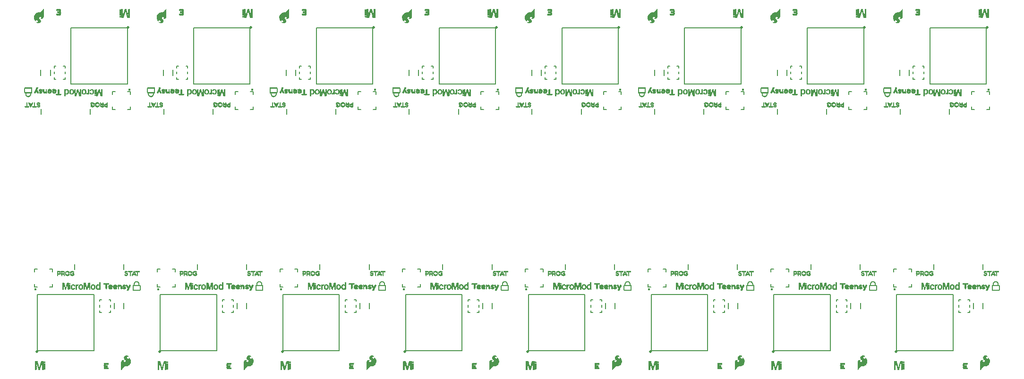
<source format=gto>
G04 EAGLE Gerber RS-274X export*
G75*
%MOMM*%
%FSLAX34Y34*%
%LPD*%
%INSilkscreen Top*%
%IPPOS*%
%AMOC8*
5,1,8,0,0,1.08239X$1,22.5*%
G01*
%ADD10C,0.127000*%
%ADD11C,0.508000*%
%ADD12C,0.203200*%
%ADD13C,0.381000*%
%ADD14C,0.152400*%
%ADD15R,0.880000X0.040000*%
%ADD16R,1.000000X0.040000*%
%ADD17R,1.040000X0.040000*%
%ADD18R,0.960000X0.040000*%
%ADD19R,0.280000X0.040000*%
%ADD20R,0.080000X0.040000*%
%ADD21R,0.400000X0.040000*%
%ADD22R,0.200000X0.040000*%
%ADD23R,0.160000X0.040000*%
%ADD24R,0.480000X0.040000*%
%ADD25R,0.520000X0.040000*%
%ADD26R,0.600000X0.040000*%
%ADD27R,0.240000X0.040000*%
%ADD28R,0.640000X0.040000*%
%ADD29R,0.560000X0.040000*%
%ADD30R,0.680000X0.040000*%
%ADD31R,0.320000X0.040000*%
%ADD32R,0.720000X0.040000*%
%ADD33R,0.760000X0.040000*%
%ADD34R,0.440000X0.040000*%
%ADD35R,0.040000X0.040000*%
%ADD36R,0.360000X0.040000*%
%ADD37R,0.290000X0.030000*%
%ADD38R,0.190000X0.030000*%
%ADD39R,0.230000X0.030000*%
%ADD40R,0.480000X0.030000*%
%ADD41R,0.350000X0.030000*%
%ADD42R,0.410000X0.030000*%
%ADD43R,0.540000X0.030000*%
%ADD44R,0.550000X0.030000*%
%ADD45R,0.570000X0.040000*%
%ADD46R,0.580000X0.040000*%
%ADD47R,0.540000X0.040000*%
%ADD48R,0.610000X0.030000*%
%ADD49R,0.640000X0.030000*%
%ADD50R,0.670000X0.030000*%
%ADD51R,0.740000X0.030000*%
%ADD52R,0.260000X0.030000*%
%ADD53R,0.250000X0.030000*%
%ADD54R,0.120000X0.030000*%
%ADD55R,0.190000X0.040000*%
%ADD56R,0.230000X0.040000*%
%ADD57R,0.220000X0.040000*%
%ADD58R,0.250000X0.040000*%
%ADD59R,0.260000X0.040000*%
%ADD60R,0.030000X0.040000*%
%ADD61R,0.220000X0.030000*%
%ADD62R,0.320000X0.030000*%
%ADD63R,0.380000X0.030000*%
%ADD64R,0.670000X0.040000*%
%ADD65R,0.380000X0.040000*%
%ADD66R,0.570000X0.030000*%
%ADD67R,0.610000X0.040000*%
%ADD68R,0.700000X0.030000*%
%ADD69R,0.580000X0.030000*%
%ADD70R,0.450000X0.030000*%
%ADD71R,0.440000X0.030000*%
%ADD72R,0.130000X0.030000*%
%ADD73R,0.160000X0.030000*%
%ADD74R,0.100000X0.030000*%
%ADD75R,0.060000X0.030000*%
%ADD76R,0.030000X0.030000*%
%ADD77R,0.710000X0.030000*%
%ADD78R,0.800000X0.030000*%
%ADD79R,0.830000X0.030000*%
%ADD80R,0.840000X0.030000*%
%ADD81R,0.840000X0.040000*%
%ADD82R,0.830000X0.040000*%
%ADD83R,0.510000X0.030000*%
%ADD84R,0.760000X0.030000*%
%ADD85R,0.770000X0.030000*%
%ADD86R,0.390000X0.040000*%
%ADD87R,0.420000X0.030000*%
%ADD88R,0.510000X0.040000*%
%ADD89R,0.100000X0.040000*%
%ADD90R,0.710000X0.040000*%
%ADD91R,0.200000X0.030000*%
%ADD92R,0.800000X0.040000*%
%ADD93R,0.130000X0.010000*%
%ADD94R,0.180000X0.000000*%
%ADD95R,0.230000X0.010000*%
%ADD96R,0.280000X0.000000*%
%ADD97R,0.310000X0.010000*%
%ADD98R,0.330000X0.000000*%
%ADD99R,0.370000X0.010000*%
%ADD100R,0.380000X0.000000*%
%ADD101R,0.390000X0.000000*%
%ADD102R,0.410000X0.010000*%
%ADD103R,0.430000X0.000000*%
%ADD104R,0.460000X0.010000*%
%ADD105R,0.470000X0.000000*%
%ADD106R,0.480000X0.010000*%
%ADD107R,0.500000X0.000000*%
%ADD108R,0.510000X0.000000*%
%ADD109R,0.530000X0.010000*%
%ADD110R,0.530000X0.000000*%
%ADD111R,0.550000X0.010000*%
%ADD112R,0.570000X0.000000*%
%ADD113R,0.600000X0.010000*%
%ADD114R,0.600000X0.000000*%
%ADD115R,0.630000X0.000000*%
%ADD116R,0.640000X0.010000*%
%ADD117R,0.650000X0.000000*%
%ADD118R,0.280000X0.010000*%
%ADD119R,0.260000X0.000000*%
%ADD120R,0.250000X0.010000*%
%ADD121R,0.240000X0.010000*%
%ADD122R,0.230000X0.000000*%
%ADD123R,0.240000X0.000000*%
%ADD124R,0.220000X0.000000*%
%ADD125R,0.210000X0.010000*%
%ADD126R,0.200000X0.010000*%
%ADD127R,0.210000X0.000000*%
%ADD128R,0.190000X0.010000*%
%ADD129R,0.200000X0.000000*%
%ADD130R,0.190000X0.000000*%
%ADD131R,0.180000X0.010000*%
%ADD132R,0.170000X0.000000*%
%ADD133R,0.170000X0.010000*%
%ADD134R,0.160000X0.010000*%
%ADD135R,0.160000X0.000000*%
%ADD136R,0.150000X0.000000*%
%ADD137R,0.150000X0.010000*%
%ADD138R,0.140000X0.000000*%
%ADD139R,0.140000X0.010000*%
%ADD140R,0.130000X0.000000*%
%ADD141R,0.120000X0.000000*%
%ADD142R,0.120000X0.010000*%
%ADD143R,1.260000X0.000000*%
%ADD144R,1.300000X0.010000*%
%ADD145R,1.310000X0.000000*%
%ADD146R,1.320000X0.000000*%
%ADD147R,1.340000X0.010000*%
%ADD148R,1.340000X0.000000*%
%ADD149R,1.350000X0.000000*%
%ADD150R,1.350000X0.010000*%
%ADD151R,1.360000X0.010000*%
%ADD152R,1.370000X0.000000*%
%ADD153R,1.370000X0.010000*%
%ADD154R,1.310000X0.010000*%
%ADD155R,1.300000X0.000000*%
%ADD156R,1.260000X0.010000*%

G36*
X1499822Y25323D02*
X1499822Y25323D01*
X1499883Y25325D01*
X1499906Y25337D01*
X1499931Y25342D01*
X1500003Y25390D01*
X1500036Y25408D01*
X1500041Y25416D01*
X1500051Y25423D01*
X1500551Y25923D01*
X1500571Y25954D01*
X1500609Y25996D01*
X1500885Y26456D01*
X1501351Y26923D01*
X1501360Y26936D01*
X1501375Y26948D01*
X1501864Y27535D01*
X1503051Y28723D01*
X1503058Y28734D01*
X1503071Y28744D01*
X1504262Y30133D01*
X1505218Y31090D01*
X1506116Y31628D01*
X1506614Y31711D01*
X1508483Y31711D01*
X1508509Y31718D01*
X1508545Y31717D01*
X1509745Y31917D01*
X1509761Y31923D01*
X1509783Y31925D01*
X1510883Y32225D01*
X1510900Y32234D01*
X1510924Y32239D01*
X1511924Y32639D01*
X1511945Y32654D01*
X1511978Y32666D01*
X1512978Y33266D01*
X1512999Y33286D01*
X1513033Y33305D01*
X1513833Y34005D01*
X1513840Y34015D01*
X1513851Y34023D01*
X1514651Y34823D01*
X1514662Y34840D01*
X1514683Y34858D01*
X1515383Y35758D01*
X1515393Y35781D01*
X1515415Y35807D01*
X1516415Y37607D01*
X1516425Y37643D01*
X1516450Y37695D01*
X1516950Y39595D01*
X1516951Y39626D01*
X1516962Y39669D01*
X1517062Y41369D01*
X1517056Y41405D01*
X1517056Y41462D01*
X1516756Y43062D01*
X1516747Y43082D01*
X1516743Y43112D01*
X1516243Y44612D01*
X1516224Y44643D01*
X1516203Y44696D01*
X1515503Y45796D01*
X1515485Y45814D01*
X1515467Y45844D01*
X1515241Y46098D01*
X1514903Y46478D01*
X1514667Y46744D01*
X1514635Y46767D01*
X1514584Y46814D01*
X1513784Y47314D01*
X1513754Y47324D01*
X1513734Y47338D01*
X1513699Y47345D01*
X1513655Y47365D01*
X1513637Y47364D01*
X1513620Y47370D01*
X1513589Y47366D01*
X1513583Y47366D01*
X1513575Y47364D01*
X1513551Y47361D01*
X1513482Y47358D01*
X1513466Y47350D01*
X1513448Y47347D01*
X1513419Y47328D01*
X1513414Y47326D01*
X1513400Y47315D01*
X1513391Y47309D01*
X1513330Y47276D01*
X1513319Y47261D01*
X1513304Y47251D01*
X1513288Y47223D01*
X1513280Y47216D01*
X1513267Y47186D01*
X1513230Y47134D01*
X1513226Y47114D01*
X1513218Y47101D01*
X1513217Y47075D01*
X1513209Y47058D01*
X1513210Y47033D01*
X1513202Y46992D01*
X1513202Y46153D01*
X1513130Y45937D01*
X1513070Y45817D01*
X1512877Y45624D01*
X1512721Y45572D01*
X1512529Y45572D01*
X1511815Y45750D01*
X1511474Y45921D01*
X1511202Y46102D01*
X1510832Y46380D01*
X1510278Y46934D01*
X1509936Y47448D01*
X1509863Y47738D01*
X1509863Y48230D01*
X1509935Y48446D01*
X1510012Y48600D01*
X1510163Y48826D01*
X1510483Y49067D01*
X1510807Y49229D01*
X1511257Y49319D01*
X1511265Y49322D01*
X1511275Y49323D01*
X1511629Y49411D01*
X1512093Y49411D01*
X1512213Y49352D01*
X1512228Y49348D01*
X1512240Y49339D01*
X1512374Y49313D01*
X1512381Y49311D01*
X1512382Y49312D01*
X1512383Y49311D01*
X1512483Y49311D01*
X1512508Y49317D01*
X1512533Y49315D01*
X1512591Y49337D01*
X1512651Y49351D01*
X1512671Y49367D01*
X1512695Y49376D01*
X1512737Y49422D01*
X1512785Y49461D01*
X1512796Y49485D01*
X1512813Y49504D01*
X1512831Y49563D01*
X1512856Y49619D01*
X1512855Y49645D01*
X1512862Y49670D01*
X1512852Y49731D01*
X1512849Y49792D01*
X1512837Y49815D01*
X1512833Y49840D01*
X1512784Y49912D01*
X1512767Y49945D01*
X1512758Y49950D01*
X1512751Y49960D01*
X1512651Y50060D01*
X1512631Y50073D01*
X1512611Y50096D01*
X1512211Y50396D01*
X1512184Y50407D01*
X1512153Y50432D01*
X1510753Y51132D01*
X1510741Y51135D01*
X1510732Y51141D01*
X1510703Y51146D01*
X1510665Y51163D01*
X1509765Y51363D01*
X1509731Y51362D01*
X1509683Y51372D01*
X1508683Y51372D01*
X1508654Y51365D01*
X1508615Y51366D01*
X1507515Y51166D01*
X1507480Y51151D01*
X1507422Y51132D01*
X1507407Y51129D01*
X1507405Y51127D01*
X1507401Y51125D01*
X1506301Y50525D01*
X1506281Y50508D01*
X1506249Y50492D01*
X1505349Y49792D01*
X1505330Y49768D01*
X1505260Y49693D01*
X1504760Y48893D01*
X1504749Y48859D01*
X1504722Y48812D01*
X1504422Y47912D01*
X1504418Y47874D01*
X1504402Y47792D01*
X1504402Y46992D01*
X1504410Y46959D01*
X1504411Y46909D01*
X1504611Y46009D01*
X1504628Y45974D01*
X1504650Y45907D01*
X1505150Y45007D01*
X1505172Y44982D01*
X1505196Y44941D01*
X1505896Y44141D01*
X1505898Y44140D01*
X1505898Y44139D01*
X1506698Y43239D01*
X1506707Y43233D01*
X1506714Y43223D01*
X1507356Y42581D01*
X1507602Y41923D01*
X1507602Y41353D01*
X1507443Y40876D01*
X1507123Y40475D01*
X1506627Y40145D01*
X1505936Y39972D01*
X1505220Y39972D01*
X1504791Y40058D01*
X1504396Y40216D01*
X1503878Y40734D01*
X1503727Y40960D01*
X1503663Y41153D01*
X1503663Y41430D01*
X1503715Y41586D01*
X1504188Y42059D01*
X1504403Y42131D01*
X1504423Y42143D01*
X1504453Y42152D01*
X1504853Y42352D01*
X1504882Y42376D01*
X1504951Y42423D01*
X1505051Y42523D01*
X1505065Y42544D01*
X1505084Y42560D01*
X1505110Y42617D01*
X1505143Y42670D01*
X1505145Y42695D01*
X1505156Y42718D01*
X1505153Y42780D01*
X1505159Y42842D01*
X1505151Y42866D01*
X1505150Y42891D01*
X1505120Y42946D01*
X1505098Y43004D01*
X1505079Y43021D01*
X1505068Y43043D01*
X1504998Y43097D01*
X1504971Y43122D01*
X1504962Y43125D01*
X1504953Y43132D01*
X1504553Y43332D01*
X1504538Y43335D01*
X1504525Y43344D01*
X1504391Y43370D01*
X1504384Y43372D01*
X1504383Y43372D01*
X1503183Y43372D01*
X1503156Y43366D01*
X1503120Y43367D01*
X1502520Y43267D01*
X1502515Y43265D01*
X1502508Y43264D01*
X1502008Y43164D01*
X1501981Y43152D01*
X1501941Y43145D01*
X1501441Y42945D01*
X1501410Y42923D01*
X1501354Y42896D01*
X1500954Y42596D01*
X1500951Y42592D01*
X1500945Y42589D01*
X1500445Y42189D01*
X1500427Y42166D01*
X1500357Y42087D01*
X1499757Y41087D01*
X1499745Y41051D01*
X1499717Y40996D01*
X1499517Y40296D01*
X1499516Y40271D01*
X1499505Y40239D01*
X1499405Y39439D01*
X1499407Y39418D01*
X1499402Y39392D01*
X1499402Y25692D01*
X1499408Y25666D01*
X1499406Y25641D01*
X1499428Y25583D01*
X1499442Y25523D01*
X1499458Y25503D01*
X1499467Y25479D01*
X1499513Y25437D01*
X1499552Y25389D01*
X1499576Y25379D01*
X1499595Y25361D01*
X1499654Y25344D01*
X1499710Y25318D01*
X1499736Y25319D01*
X1499761Y25312D01*
X1499822Y25323D01*
G37*
G36*
X399798Y25323D02*
X399798Y25323D01*
X399860Y25325D01*
X399883Y25337D01*
X399908Y25342D01*
X399980Y25390D01*
X400012Y25408D01*
X400018Y25416D01*
X400028Y25423D01*
X400528Y25923D01*
X400548Y25954D01*
X400585Y25996D01*
X400861Y26456D01*
X401328Y26923D01*
X401336Y26936D01*
X401352Y26948D01*
X401841Y27535D01*
X403028Y28723D01*
X403035Y28734D01*
X403048Y28744D01*
X404239Y30133D01*
X405195Y31090D01*
X406093Y31628D01*
X406591Y31711D01*
X408459Y31711D01*
X408486Y31718D01*
X408522Y31717D01*
X409722Y31917D01*
X409738Y31923D01*
X409759Y31925D01*
X410859Y32225D01*
X410876Y32234D01*
X410901Y32239D01*
X411901Y32639D01*
X411922Y32654D01*
X411955Y32666D01*
X412955Y33266D01*
X412976Y33286D01*
X413010Y33305D01*
X413810Y34005D01*
X413817Y34015D01*
X413828Y34023D01*
X414628Y34823D01*
X414639Y34840D01*
X414660Y34858D01*
X415360Y35758D01*
X415370Y35781D01*
X415392Y35807D01*
X416392Y37607D01*
X416402Y37643D01*
X416427Y37695D01*
X416927Y39595D01*
X416928Y39626D01*
X416939Y39669D01*
X417039Y41369D01*
X417033Y41405D01*
X417033Y41462D01*
X416733Y43062D01*
X416724Y43082D01*
X416720Y43112D01*
X416220Y44612D01*
X416201Y44643D01*
X416180Y44696D01*
X415480Y45796D01*
X415461Y45814D01*
X415444Y45844D01*
X415218Y46098D01*
X414880Y46478D01*
X414644Y46744D01*
X414612Y46767D01*
X414561Y46814D01*
X413761Y47314D01*
X413731Y47324D01*
X413711Y47338D01*
X413676Y47345D01*
X413632Y47365D01*
X413614Y47364D01*
X413597Y47370D01*
X413565Y47366D01*
X413559Y47366D01*
X413552Y47364D01*
X413528Y47361D01*
X413459Y47358D01*
X413443Y47350D01*
X413425Y47347D01*
X413396Y47328D01*
X413391Y47326D01*
X413377Y47315D01*
X413367Y47309D01*
X413307Y47276D01*
X413296Y47261D01*
X413281Y47251D01*
X413265Y47223D01*
X413257Y47216D01*
X413244Y47186D01*
X413207Y47134D01*
X413203Y47114D01*
X413195Y47101D01*
X413194Y47075D01*
X413186Y47058D01*
X413187Y47033D01*
X413179Y46992D01*
X413179Y46153D01*
X413107Y45937D01*
X413047Y45817D01*
X412854Y45624D01*
X412698Y45572D01*
X412506Y45572D01*
X411792Y45750D01*
X411451Y45921D01*
X411179Y46102D01*
X410809Y46380D01*
X410255Y46934D01*
X409912Y47448D01*
X409840Y47738D01*
X409840Y48230D01*
X409912Y48446D01*
X409989Y48600D01*
X410140Y48826D01*
X410460Y49067D01*
X410784Y49229D01*
X411234Y49319D01*
X411242Y49322D01*
X411252Y49323D01*
X411606Y49411D01*
X412070Y49411D01*
X412189Y49352D01*
X412204Y49348D01*
X412217Y49339D01*
X412351Y49313D01*
X412358Y49311D01*
X412359Y49312D01*
X412359Y49311D01*
X412459Y49311D01*
X412485Y49317D01*
X412510Y49315D01*
X412568Y49337D01*
X412628Y49351D01*
X412648Y49367D01*
X412672Y49376D01*
X412714Y49422D01*
X412762Y49461D01*
X412772Y49485D01*
X412790Y49504D01*
X412807Y49563D01*
X412833Y49619D01*
X412832Y49645D01*
X412839Y49670D01*
X412828Y49731D01*
X412826Y49792D01*
X412814Y49815D01*
X412809Y49840D01*
X412761Y49912D01*
X412743Y49945D01*
X412735Y49950D01*
X412728Y49960D01*
X412628Y50060D01*
X412608Y50073D01*
X412588Y50096D01*
X412188Y50396D01*
X412161Y50407D01*
X412129Y50432D01*
X410729Y51132D01*
X410717Y51135D01*
X410709Y51141D01*
X410680Y51146D01*
X410642Y51163D01*
X409742Y51363D01*
X409708Y51362D01*
X409659Y51372D01*
X408659Y51372D01*
X408631Y51365D01*
X408591Y51366D01*
X407491Y51166D01*
X407456Y51151D01*
X407399Y51132D01*
X407384Y51129D01*
X407382Y51127D01*
X407377Y51125D01*
X406277Y50525D01*
X406258Y50508D01*
X406226Y50492D01*
X405326Y49792D01*
X405307Y49768D01*
X405237Y49693D01*
X404737Y48893D01*
X404725Y48859D01*
X404699Y48812D01*
X404399Y47912D01*
X404395Y47874D01*
X404379Y47792D01*
X404379Y46992D01*
X404387Y46959D01*
X404388Y46909D01*
X404588Y46009D01*
X404605Y45974D01*
X404627Y45907D01*
X405127Y45007D01*
X405149Y44982D01*
X405173Y44941D01*
X405873Y44141D01*
X405874Y44140D01*
X405875Y44139D01*
X406675Y43239D01*
X406684Y43233D01*
X406691Y43223D01*
X407332Y42581D01*
X407579Y41923D01*
X407579Y41353D01*
X407420Y40876D01*
X407099Y40475D01*
X406603Y40145D01*
X405913Y39972D01*
X405197Y39972D01*
X404768Y40058D01*
X404373Y40216D01*
X403855Y40734D01*
X403704Y40960D01*
X403640Y41153D01*
X403640Y41430D01*
X403692Y41586D01*
X404165Y42059D01*
X404380Y42131D01*
X404400Y42143D01*
X404429Y42152D01*
X404829Y42352D01*
X404858Y42376D01*
X404928Y42423D01*
X405028Y42523D01*
X405041Y42544D01*
X405061Y42560D01*
X405087Y42617D01*
X405120Y42670D01*
X405122Y42695D01*
X405132Y42718D01*
X405130Y42780D01*
X405136Y42842D01*
X405127Y42866D01*
X405126Y42891D01*
X405097Y42946D01*
X405075Y43004D01*
X405056Y43021D01*
X405044Y43043D01*
X404974Y43097D01*
X404948Y43122D01*
X404939Y43125D01*
X404929Y43132D01*
X404529Y43332D01*
X404514Y43335D01*
X404502Y43344D01*
X404368Y43370D01*
X404361Y43372D01*
X404360Y43372D01*
X404359Y43372D01*
X403159Y43372D01*
X403133Y43366D01*
X403097Y43367D01*
X402497Y43267D01*
X402492Y43265D01*
X402485Y43264D01*
X401985Y43164D01*
X401958Y43152D01*
X401918Y43145D01*
X401418Y42945D01*
X401387Y42923D01*
X401331Y42896D01*
X400931Y42596D01*
X400928Y42592D01*
X400922Y42589D01*
X400422Y42189D01*
X400404Y42166D01*
X400333Y42087D01*
X399733Y41087D01*
X399722Y41051D01*
X399694Y40996D01*
X399494Y40296D01*
X399493Y40271D01*
X399482Y40239D01*
X399382Y39439D01*
X399384Y39418D01*
X399379Y39392D01*
X399379Y25692D01*
X399385Y25666D01*
X399383Y25641D01*
X399405Y25583D01*
X399419Y25523D01*
X399435Y25503D01*
X399444Y25479D01*
X399490Y25437D01*
X399529Y25389D01*
X399552Y25379D01*
X399571Y25361D01*
X399631Y25344D01*
X399687Y25318D01*
X399713Y25319D01*
X399737Y25312D01*
X399798Y25323D01*
G37*
G36*
X1279807Y25323D02*
X1279807Y25323D01*
X1279869Y25325D01*
X1279891Y25337D01*
X1279917Y25342D01*
X1279988Y25390D01*
X1280021Y25408D01*
X1280026Y25416D01*
X1280037Y25423D01*
X1280537Y25923D01*
X1280556Y25954D01*
X1280594Y25996D01*
X1280870Y26456D01*
X1281337Y26923D01*
X1281345Y26936D01*
X1281360Y26948D01*
X1281849Y27535D01*
X1283037Y28723D01*
X1283044Y28734D01*
X1283057Y28744D01*
X1284247Y30133D01*
X1285204Y31090D01*
X1286102Y31628D01*
X1286599Y31711D01*
X1288468Y31711D01*
X1288494Y31718D01*
X1288530Y31717D01*
X1289730Y31917D01*
X1289746Y31923D01*
X1289768Y31925D01*
X1290868Y32225D01*
X1290885Y32234D01*
X1290909Y32239D01*
X1291909Y32639D01*
X1291931Y32654D01*
X1291963Y32666D01*
X1292963Y33266D01*
X1292984Y33286D01*
X1293018Y33305D01*
X1293818Y34005D01*
X1293825Y34015D01*
X1293837Y34023D01*
X1294637Y34823D01*
X1294648Y34840D01*
X1294668Y34858D01*
X1295368Y35758D01*
X1295379Y35781D01*
X1295400Y35807D01*
X1296400Y37607D01*
X1296410Y37643D01*
X1296436Y37695D01*
X1296936Y39595D01*
X1296936Y39626D01*
X1296947Y39669D01*
X1297047Y41369D01*
X1297041Y41405D01*
X1297042Y41462D01*
X1296742Y43062D01*
X1296732Y43082D01*
X1296729Y43112D01*
X1296229Y44612D01*
X1296209Y44643D01*
X1296189Y44696D01*
X1295489Y45796D01*
X1295470Y45814D01*
X1295452Y45844D01*
X1295227Y46098D01*
X1294889Y46478D01*
X1294652Y46744D01*
X1294620Y46767D01*
X1294569Y46814D01*
X1293769Y47314D01*
X1293740Y47324D01*
X1293720Y47338D01*
X1293684Y47345D01*
X1293640Y47365D01*
X1293622Y47364D01*
X1293605Y47370D01*
X1293574Y47366D01*
X1293568Y47366D01*
X1293560Y47364D01*
X1293536Y47361D01*
X1293467Y47358D01*
X1293451Y47350D01*
X1293434Y47347D01*
X1293404Y47328D01*
X1293399Y47326D01*
X1293385Y47315D01*
X1293376Y47309D01*
X1293315Y47276D01*
X1293305Y47261D01*
X1293290Y47251D01*
X1293274Y47223D01*
X1293265Y47216D01*
X1293252Y47186D01*
X1293215Y47134D01*
X1293211Y47114D01*
X1293204Y47101D01*
X1293202Y47075D01*
X1293195Y47058D01*
X1293196Y47033D01*
X1293188Y46992D01*
X1293188Y46153D01*
X1293116Y45937D01*
X1293055Y45817D01*
X1292862Y45624D01*
X1292706Y45572D01*
X1292515Y45572D01*
X1291800Y45750D01*
X1291459Y45921D01*
X1291187Y46102D01*
X1290818Y46380D01*
X1290263Y46934D01*
X1289921Y47448D01*
X1289848Y47738D01*
X1289848Y48230D01*
X1289920Y48446D01*
X1289997Y48600D01*
X1290148Y48826D01*
X1290469Y49067D01*
X1290792Y49229D01*
X1291242Y49319D01*
X1291250Y49322D01*
X1291260Y49323D01*
X1291615Y49411D01*
X1292078Y49411D01*
X1292198Y49352D01*
X1292213Y49348D01*
X1292226Y49339D01*
X1292360Y49313D01*
X1292366Y49311D01*
X1292367Y49312D01*
X1292368Y49311D01*
X1292468Y49311D01*
X1292493Y49317D01*
X1292519Y49315D01*
X1292576Y49337D01*
X1292637Y49351D01*
X1292656Y49367D01*
X1292681Y49376D01*
X1292723Y49422D01*
X1292770Y49461D01*
X1292781Y49485D01*
X1292798Y49504D01*
X1292816Y49563D01*
X1292841Y49619D01*
X1292840Y49645D01*
X1292847Y49670D01*
X1292837Y49731D01*
X1292835Y49792D01*
X1292822Y49815D01*
X1292818Y49840D01*
X1292770Y49912D01*
X1292752Y49945D01*
X1292744Y49950D01*
X1292737Y49960D01*
X1292637Y50060D01*
X1292617Y50073D01*
X1292596Y50096D01*
X1292196Y50396D01*
X1292169Y50407D01*
X1292138Y50432D01*
X1290738Y51132D01*
X1290726Y51135D01*
X1290717Y51141D01*
X1290688Y51146D01*
X1290650Y51163D01*
X1289750Y51363D01*
X1289716Y51362D01*
X1289668Y51372D01*
X1288668Y51372D01*
X1288640Y51365D01*
X1288600Y51366D01*
X1287500Y51166D01*
X1287465Y51151D01*
X1287408Y51132D01*
X1287393Y51129D01*
X1287390Y51127D01*
X1287386Y51125D01*
X1286286Y50525D01*
X1286266Y50508D01*
X1286234Y50492D01*
X1285334Y49792D01*
X1285315Y49768D01*
X1285245Y49693D01*
X1284745Y48893D01*
X1284734Y48859D01*
X1284707Y48812D01*
X1284407Y47912D01*
X1284404Y47874D01*
X1284388Y47792D01*
X1284388Y46992D01*
X1284395Y46959D01*
X1284397Y46909D01*
X1284597Y46009D01*
X1284614Y45974D01*
X1284635Y45907D01*
X1285135Y45007D01*
X1285158Y44982D01*
X1285182Y44941D01*
X1285882Y44141D01*
X1285883Y44140D01*
X1285884Y44139D01*
X1286684Y43239D01*
X1286692Y43233D01*
X1286699Y43223D01*
X1287341Y42581D01*
X1287588Y41923D01*
X1287588Y41353D01*
X1287429Y40876D01*
X1287108Y40475D01*
X1286612Y40145D01*
X1285921Y39972D01*
X1285206Y39972D01*
X1284777Y40058D01*
X1284381Y40216D01*
X1283863Y40734D01*
X1283712Y40960D01*
X1283648Y41153D01*
X1283648Y41430D01*
X1283700Y41586D01*
X1284173Y42059D01*
X1284388Y42131D01*
X1284408Y42143D01*
X1284438Y42152D01*
X1284838Y42352D01*
X1284867Y42376D01*
X1284937Y42423D01*
X1285037Y42523D01*
X1285050Y42544D01*
X1285069Y42560D01*
X1285095Y42617D01*
X1285128Y42670D01*
X1285130Y42695D01*
X1285141Y42718D01*
X1285139Y42780D01*
X1285145Y42842D01*
X1285136Y42866D01*
X1285135Y42891D01*
X1285105Y42946D01*
X1285083Y43004D01*
X1285065Y43021D01*
X1285053Y43043D01*
X1284983Y43097D01*
X1284956Y43122D01*
X1284947Y43125D01*
X1284938Y43132D01*
X1284538Y43332D01*
X1284523Y43335D01*
X1284510Y43344D01*
X1284376Y43370D01*
X1284369Y43372D01*
X1284368Y43372D01*
X1283168Y43372D01*
X1283142Y43366D01*
X1283105Y43367D01*
X1282505Y43267D01*
X1282500Y43265D01*
X1282493Y43264D01*
X1281993Y43164D01*
X1281966Y43152D01*
X1281927Y43145D01*
X1281427Y42945D01*
X1281395Y42923D01*
X1281340Y42896D01*
X1280940Y42596D01*
X1280936Y42592D01*
X1280930Y42589D01*
X1280430Y42189D01*
X1280413Y42166D01*
X1280342Y42087D01*
X1279742Y41087D01*
X1279730Y41051D01*
X1279702Y40996D01*
X1279502Y40296D01*
X1279501Y40271D01*
X1279491Y40239D01*
X1279391Y39439D01*
X1279393Y39418D01*
X1279388Y39392D01*
X1279388Y25692D01*
X1279393Y25666D01*
X1279391Y25641D01*
X1279413Y25583D01*
X1279427Y25523D01*
X1279443Y25503D01*
X1279453Y25479D01*
X1279498Y25437D01*
X1279537Y25389D01*
X1279561Y25379D01*
X1279580Y25361D01*
X1279639Y25344D01*
X1279695Y25318D01*
X1279721Y25319D01*
X1279746Y25312D01*
X1279807Y25323D01*
G37*
G36*
X1719811Y25323D02*
X1719811Y25323D01*
X1719873Y25325D01*
X1719895Y25337D01*
X1719921Y25342D01*
X1719992Y25390D01*
X1720025Y25408D01*
X1720031Y25416D01*
X1720041Y25423D01*
X1720541Y25923D01*
X1720560Y25954D01*
X1720598Y25996D01*
X1720874Y26456D01*
X1721341Y26923D01*
X1721349Y26936D01*
X1721364Y26948D01*
X1721853Y27535D01*
X1723041Y28723D01*
X1723048Y28734D01*
X1723061Y28744D01*
X1724251Y30133D01*
X1725208Y31090D01*
X1726106Y31628D01*
X1726603Y31711D01*
X1728472Y31711D01*
X1728498Y31718D01*
X1728535Y31717D01*
X1729735Y31917D01*
X1729750Y31923D01*
X1729772Y31925D01*
X1730872Y32225D01*
X1730889Y32234D01*
X1730913Y32239D01*
X1731913Y32639D01*
X1731935Y32654D01*
X1731968Y32666D01*
X1732968Y33266D01*
X1732988Y33286D01*
X1733022Y33305D01*
X1733822Y34005D01*
X1733829Y34015D01*
X1733841Y34023D01*
X1734641Y34823D01*
X1734652Y34840D01*
X1734672Y34858D01*
X1735372Y35758D01*
X1735383Y35781D01*
X1735404Y35807D01*
X1736404Y37607D01*
X1736415Y37643D01*
X1736440Y37695D01*
X1736940Y39595D01*
X1736941Y39626D01*
X1736952Y39669D01*
X1737052Y41369D01*
X1737045Y41405D01*
X1737046Y41462D01*
X1736746Y43062D01*
X1736737Y43082D01*
X1736733Y43112D01*
X1736233Y44612D01*
X1736214Y44643D01*
X1736193Y44696D01*
X1735493Y45796D01*
X1735474Y45814D01*
X1735456Y45844D01*
X1735231Y46098D01*
X1734893Y46478D01*
X1734656Y46744D01*
X1734624Y46767D01*
X1734574Y46814D01*
X1733774Y47314D01*
X1733744Y47324D01*
X1733724Y47338D01*
X1733689Y47345D01*
X1733644Y47365D01*
X1733627Y47364D01*
X1733610Y47370D01*
X1733578Y47366D01*
X1733572Y47366D01*
X1733564Y47364D01*
X1733541Y47361D01*
X1733471Y47358D01*
X1733456Y47350D01*
X1733438Y47347D01*
X1733408Y47328D01*
X1733403Y47326D01*
X1733389Y47315D01*
X1733380Y47309D01*
X1733319Y47276D01*
X1733309Y47261D01*
X1733294Y47251D01*
X1733278Y47223D01*
X1733270Y47216D01*
X1733256Y47186D01*
X1733219Y47134D01*
X1733216Y47114D01*
X1733208Y47101D01*
X1733206Y47075D01*
X1733199Y47058D01*
X1733200Y47033D01*
X1733192Y46992D01*
X1733192Y46153D01*
X1733120Y45937D01*
X1733060Y45817D01*
X1732867Y45624D01*
X1732710Y45572D01*
X1732519Y45572D01*
X1731805Y45750D01*
X1731463Y45921D01*
X1731192Y46102D01*
X1730822Y46380D01*
X1730268Y46934D01*
X1729925Y47448D01*
X1729852Y47738D01*
X1729852Y48230D01*
X1729924Y48446D01*
X1730002Y48600D01*
X1730152Y48826D01*
X1730473Y49067D01*
X1730796Y49229D01*
X1731247Y49319D01*
X1731254Y49322D01*
X1731264Y49323D01*
X1731619Y49411D01*
X1732082Y49411D01*
X1732202Y49352D01*
X1732217Y49348D01*
X1732230Y49339D01*
X1732364Y49313D01*
X1732371Y49311D01*
X1732371Y49312D01*
X1732372Y49311D01*
X1732472Y49311D01*
X1732497Y49317D01*
X1732523Y49315D01*
X1732581Y49337D01*
X1732641Y49351D01*
X1732661Y49367D01*
X1732685Y49376D01*
X1732727Y49422D01*
X1732774Y49461D01*
X1732785Y49485D01*
X1732802Y49504D01*
X1732820Y49563D01*
X1732845Y49619D01*
X1732844Y49645D01*
X1732852Y49670D01*
X1732841Y49731D01*
X1732839Y49792D01*
X1732826Y49815D01*
X1732822Y49840D01*
X1732774Y49912D01*
X1732756Y49945D01*
X1732748Y49950D01*
X1732741Y49960D01*
X1732641Y50060D01*
X1732621Y50073D01*
X1732600Y50096D01*
X1732200Y50396D01*
X1732174Y50407D01*
X1732142Y50432D01*
X1730742Y51132D01*
X1730730Y51135D01*
X1730721Y51141D01*
X1730692Y51146D01*
X1730655Y51163D01*
X1729755Y51363D01*
X1729721Y51362D01*
X1729672Y51372D01*
X1728672Y51372D01*
X1728644Y51365D01*
X1728604Y51366D01*
X1727504Y51166D01*
X1727469Y51151D01*
X1727412Y51132D01*
X1727397Y51129D01*
X1727394Y51127D01*
X1727390Y51125D01*
X1726290Y50525D01*
X1726270Y50508D01*
X1726239Y50492D01*
X1725339Y49792D01*
X1725319Y49768D01*
X1725250Y49693D01*
X1724750Y48893D01*
X1724738Y48859D01*
X1724711Y48812D01*
X1724411Y47912D01*
X1724408Y47874D01*
X1724392Y47792D01*
X1724392Y46992D01*
X1724399Y46959D01*
X1724401Y46909D01*
X1724601Y46009D01*
X1724618Y45974D01*
X1724640Y45907D01*
X1725140Y45007D01*
X1725162Y44982D01*
X1725186Y44941D01*
X1725886Y44141D01*
X1725887Y44140D01*
X1725888Y44139D01*
X1726688Y43239D01*
X1726696Y43233D01*
X1726703Y43223D01*
X1727345Y42581D01*
X1727592Y41923D01*
X1727592Y41353D01*
X1727433Y40876D01*
X1727112Y40475D01*
X1726616Y40145D01*
X1725925Y39972D01*
X1725210Y39972D01*
X1724781Y40058D01*
X1724386Y40216D01*
X1723868Y40734D01*
X1723717Y40960D01*
X1723652Y41153D01*
X1723652Y41430D01*
X1723704Y41586D01*
X1724177Y42059D01*
X1724392Y42131D01*
X1724412Y42143D01*
X1724442Y42152D01*
X1724842Y42352D01*
X1724871Y42376D01*
X1724941Y42423D01*
X1725041Y42523D01*
X1725054Y42544D01*
X1725073Y42560D01*
X1725099Y42617D01*
X1725132Y42670D01*
X1725135Y42695D01*
X1725145Y42718D01*
X1725143Y42780D01*
X1725149Y42842D01*
X1725140Y42866D01*
X1725139Y42891D01*
X1725109Y42946D01*
X1725087Y43004D01*
X1725069Y43021D01*
X1725057Y43043D01*
X1724987Y43097D01*
X1724960Y43122D01*
X1724951Y43125D01*
X1724942Y43132D01*
X1724542Y43332D01*
X1724527Y43335D01*
X1724514Y43344D01*
X1724380Y43370D01*
X1724374Y43372D01*
X1724373Y43372D01*
X1724372Y43372D01*
X1723172Y43372D01*
X1723146Y43366D01*
X1723110Y43367D01*
X1722510Y43267D01*
X1722504Y43265D01*
X1722497Y43264D01*
X1721997Y43164D01*
X1721971Y43152D01*
X1721931Y43145D01*
X1721431Y42945D01*
X1721400Y42923D01*
X1721344Y42896D01*
X1720944Y42596D01*
X1720940Y42592D01*
X1720934Y42589D01*
X1720434Y42189D01*
X1720417Y42166D01*
X1720346Y42087D01*
X1719746Y41087D01*
X1719734Y41051D01*
X1719706Y40996D01*
X1719506Y40296D01*
X1719505Y40271D01*
X1719495Y40239D01*
X1719395Y39439D01*
X1719397Y39418D01*
X1719392Y39392D01*
X1719392Y25692D01*
X1719398Y25666D01*
X1719395Y25641D01*
X1719417Y25583D01*
X1719431Y25523D01*
X1719448Y25503D01*
X1719457Y25479D01*
X1719502Y25437D01*
X1719541Y25389D01*
X1719565Y25379D01*
X1719584Y25361D01*
X1719643Y25344D01*
X1719700Y25318D01*
X1719725Y25319D01*
X1719750Y25312D01*
X1719811Y25323D01*
G37*
G36*
X179809Y25323D02*
X179809Y25323D01*
X179871Y25325D01*
X179893Y25337D01*
X179919Y25342D01*
X179990Y25390D01*
X180023Y25408D01*
X180029Y25416D01*
X180039Y25423D01*
X180539Y25923D01*
X180558Y25954D01*
X180596Y25996D01*
X180872Y26456D01*
X181339Y26923D01*
X181347Y26936D01*
X181362Y26948D01*
X181851Y27535D01*
X183039Y28723D01*
X183046Y28734D01*
X183059Y28744D01*
X184249Y30133D01*
X185206Y31090D01*
X186104Y31628D01*
X186601Y31711D01*
X188470Y31711D01*
X188496Y31718D01*
X188533Y31717D01*
X189733Y31917D01*
X189748Y31923D01*
X189770Y31925D01*
X190870Y32225D01*
X190887Y32234D01*
X190911Y32239D01*
X191911Y32639D01*
X191933Y32654D01*
X191966Y32666D01*
X192966Y33266D01*
X192986Y33286D01*
X193020Y33305D01*
X193820Y34005D01*
X193827Y34015D01*
X193839Y34023D01*
X194639Y34823D01*
X194650Y34840D01*
X194670Y34858D01*
X195370Y35758D01*
X195381Y35781D01*
X195402Y35807D01*
X196402Y37607D01*
X196413Y37643D01*
X196438Y37695D01*
X196938Y39595D01*
X196939Y39626D01*
X196950Y39669D01*
X197050Y41369D01*
X197043Y41405D01*
X197044Y41462D01*
X196744Y43062D01*
X196735Y43082D01*
X196731Y43112D01*
X196231Y44612D01*
X196212Y44643D01*
X196191Y44696D01*
X195491Y45796D01*
X195472Y45814D01*
X195454Y45844D01*
X195229Y46098D01*
X194891Y46478D01*
X194654Y46744D01*
X194622Y46767D01*
X194572Y46814D01*
X193772Y47314D01*
X193742Y47324D01*
X193722Y47338D01*
X193687Y47345D01*
X193642Y47365D01*
X193625Y47364D01*
X193608Y47370D01*
X193576Y47366D01*
X193570Y47366D01*
X193562Y47364D01*
X193539Y47361D01*
X193469Y47358D01*
X193454Y47350D01*
X193436Y47347D01*
X193406Y47328D01*
X193401Y47326D01*
X193387Y47315D01*
X193378Y47309D01*
X193317Y47276D01*
X193307Y47261D01*
X193292Y47251D01*
X193276Y47223D01*
X193268Y47216D01*
X193254Y47186D01*
X193217Y47134D01*
X193214Y47114D01*
X193206Y47101D01*
X193204Y47075D01*
X193197Y47058D01*
X193198Y47033D01*
X193190Y46992D01*
X193190Y46153D01*
X193118Y45937D01*
X193058Y45817D01*
X192865Y45624D01*
X192708Y45572D01*
X192517Y45572D01*
X191803Y45750D01*
X191461Y45921D01*
X191190Y46102D01*
X190820Y46380D01*
X190266Y46934D01*
X189923Y47448D01*
X189850Y47738D01*
X189850Y48230D01*
X189922Y48446D01*
X190000Y48600D01*
X190150Y48827D01*
X190471Y49067D01*
X190794Y49229D01*
X191245Y49319D01*
X191252Y49322D01*
X191262Y49323D01*
X191617Y49411D01*
X192080Y49411D01*
X192200Y49352D01*
X192215Y49348D01*
X192228Y49339D01*
X192362Y49313D01*
X192369Y49311D01*
X192369Y49312D01*
X192370Y49311D01*
X192470Y49311D01*
X192495Y49317D01*
X192521Y49315D01*
X192579Y49337D01*
X192639Y49351D01*
X192659Y49367D01*
X192683Y49376D01*
X192725Y49422D01*
X192772Y49461D01*
X192783Y49485D01*
X192800Y49504D01*
X192818Y49563D01*
X192843Y49619D01*
X192842Y49645D01*
X192850Y49670D01*
X192839Y49731D01*
X192837Y49792D01*
X192824Y49815D01*
X192820Y49840D01*
X192772Y49912D01*
X192754Y49945D01*
X192746Y49950D01*
X192739Y49960D01*
X192639Y50060D01*
X192619Y50073D01*
X192598Y50096D01*
X192198Y50396D01*
X192172Y50407D01*
X192140Y50432D01*
X190740Y51132D01*
X190728Y51135D01*
X190719Y51141D01*
X190690Y51146D01*
X190653Y51163D01*
X189753Y51363D01*
X189719Y51362D01*
X189670Y51372D01*
X188670Y51372D01*
X188642Y51365D01*
X188602Y51366D01*
X187502Y51166D01*
X187467Y51151D01*
X187410Y51132D01*
X187395Y51129D01*
X187392Y51127D01*
X187388Y51125D01*
X186288Y50525D01*
X186268Y50508D01*
X186237Y50492D01*
X185337Y49792D01*
X185317Y49768D01*
X185248Y49693D01*
X184748Y48893D01*
X184736Y48859D01*
X184709Y48812D01*
X184409Y47912D01*
X184406Y47874D01*
X184390Y47792D01*
X184390Y46992D01*
X184397Y46959D01*
X184399Y46909D01*
X184599Y46009D01*
X184616Y45974D01*
X184638Y45907D01*
X185138Y45007D01*
X185160Y44982D01*
X185184Y44941D01*
X185884Y44141D01*
X185885Y44140D01*
X185886Y44139D01*
X186686Y43239D01*
X186694Y43233D01*
X186701Y43223D01*
X187343Y42581D01*
X187590Y41923D01*
X187590Y41353D01*
X187431Y40876D01*
X187110Y40475D01*
X186614Y40145D01*
X185923Y39972D01*
X185208Y39972D01*
X184779Y40058D01*
X184384Y40216D01*
X183866Y40734D01*
X183715Y40960D01*
X183650Y41153D01*
X183650Y41430D01*
X183702Y41586D01*
X184175Y42059D01*
X184390Y42131D01*
X184410Y42143D01*
X184440Y42152D01*
X184840Y42352D01*
X184869Y42376D01*
X184939Y42423D01*
X185039Y42523D01*
X185052Y42544D01*
X185071Y42560D01*
X185097Y42617D01*
X185130Y42670D01*
X185133Y42695D01*
X185143Y42718D01*
X185141Y42780D01*
X185147Y42842D01*
X185138Y42866D01*
X185137Y42891D01*
X185107Y42946D01*
X185085Y43004D01*
X185067Y43021D01*
X185055Y43043D01*
X184985Y43097D01*
X184958Y43122D01*
X184949Y43125D01*
X184940Y43132D01*
X184540Y43332D01*
X184525Y43335D01*
X184512Y43344D01*
X184378Y43370D01*
X184372Y43372D01*
X184371Y43372D01*
X184370Y43372D01*
X183170Y43372D01*
X183144Y43366D01*
X183108Y43367D01*
X182508Y43267D01*
X182502Y43265D01*
X182495Y43264D01*
X181995Y43164D01*
X181969Y43152D01*
X181929Y43145D01*
X181429Y42945D01*
X181398Y42923D01*
X181342Y42896D01*
X180942Y42596D01*
X180938Y42592D01*
X180932Y42589D01*
X180432Y42189D01*
X180415Y42166D01*
X180344Y42087D01*
X179744Y41087D01*
X179732Y41051D01*
X179704Y40996D01*
X179504Y40296D01*
X179503Y40271D01*
X179493Y40239D01*
X179393Y39439D01*
X179395Y39418D01*
X179390Y39392D01*
X179390Y25692D01*
X179396Y25666D01*
X179393Y25641D01*
X179415Y25583D01*
X179429Y25523D01*
X179446Y25503D01*
X179455Y25479D01*
X179500Y25437D01*
X179539Y25389D01*
X179563Y25379D01*
X179582Y25361D01*
X179641Y25344D01*
X179698Y25318D01*
X179723Y25319D01*
X179748Y25312D01*
X179809Y25323D01*
G37*
G36*
X839803Y25323D02*
X839803Y25323D01*
X839864Y25325D01*
X839887Y25337D01*
X839912Y25342D01*
X839984Y25390D01*
X840017Y25408D01*
X840022Y25416D01*
X840032Y25423D01*
X840532Y25923D01*
X840552Y25954D01*
X840590Y25996D01*
X840866Y26456D01*
X841332Y26923D01*
X841341Y26936D01*
X841356Y26948D01*
X841845Y27535D01*
X843032Y28723D01*
X843039Y28734D01*
X843052Y28744D01*
X844243Y30133D01*
X845199Y31090D01*
X846097Y31628D01*
X846595Y31711D01*
X848464Y31711D01*
X848490Y31718D01*
X848526Y31717D01*
X849726Y31917D01*
X849742Y31923D01*
X849764Y31925D01*
X850864Y32225D01*
X850881Y32234D01*
X850905Y32239D01*
X851905Y32639D01*
X851926Y32654D01*
X851959Y32666D01*
X852959Y33266D01*
X852980Y33286D01*
X853014Y33305D01*
X853814Y34005D01*
X853821Y34015D01*
X853832Y34023D01*
X854632Y34823D01*
X854643Y34840D01*
X854664Y34858D01*
X855364Y35758D01*
X855374Y35781D01*
X855396Y35807D01*
X856396Y37607D01*
X856406Y37643D01*
X856431Y37695D01*
X856931Y39595D01*
X856932Y39626D01*
X856943Y39669D01*
X857043Y41369D01*
X857037Y41405D01*
X857037Y41462D01*
X856737Y43062D01*
X856728Y43082D01*
X856724Y43112D01*
X856224Y44612D01*
X856205Y44643D01*
X856184Y44696D01*
X855484Y45796D01*
X855466Y45814D01*
X855448Y45844D01*
X855222Y46098D01*
X854884Y46478D01*
X854648Y46744D01*
X854616Y46767D01*
X854565Y46814D01*
X853765Y47314D01*
X853735Y47324D01*
X853715Y47338D01*
X853680Y47345D01*
X853636Y47365D01*
X853618Y47364D01*
X853601Y47370D01*
X853570Y47366D01*
X853564Y47366D01*
X853556Y47364D01*
X853532Y47361D01*
X853463Y47358D01*
X853447Y47350D01*
X853429Y47347D01*
X853400Y47328D01*
X853395Y47326D01*
X853381Y47315D01*
X853372Y47309D01*
X853311Y47276D01*
X853300Y47261D01*
X853285Y47251D01*
X853269Y47223D01*
X853261Y47216D01*
X853248Y47186D01*
X853211Y47134D01*
X853207Y47114D01*
X853199Y47101D01*
X853198Y47075D01*
X853190Y47058D01*
X853191Y47033D01*
X853183Y46992D01*
X853183Y46153D01*
X853111Y45937D01*
X853051Y45817D01*
X852858Y45624D01*
X852702Y45572D01*
X852510Y45572D01*
X851796Y45750D01*
X851455Y45921D01*
X851183Y46102D01*
X850813Y46380D01*
X850259Y46934D01*
X849917Y47448D01*
X849844Y47738D01*
X849844Y48230D01*
X849916Y48446D01*
X849993Y48600D01*
X850144Y48827D01*
X850464Y49067D01*
X850788Y49229D01*
X851238Y49319D01*
X851246Y49322D01*
X851256Y49323D01*
X851610Y49411D01*
X852074Y49411D01*
X852194Y49352D01*
X852209Y49348D01*
X852221Y49339D01*
X852355Y49313D01*
X852362Y49311D01*
X852363Y49312D01*
X852364Y49311D01*
X852464Y49311D01*
X852489Y49317D01*
X852514Y49315D01*
X852572Y49337D01*
X852632Y49351D01*
X852652Y49367D01*
X852676Y49376D01*
X852718Y49422D01*
X852766Y49461D01*
X852777Y49485D01*
X852794Y49504D01*
X852812Y49563D01*
X852837Y49619D01*
X852836Y49645D01*
X852843Y49670D01*
X852833Y49731D01*
X852830Y49792D01*
X852818Y49815D01*
X852814Y49840D01*
X852765Y49912D01*
X852748Y49945D01*
X852739Y49950D01*
X852732Y49960D01*
X852632Y50060D01*
X852612Y50073D01*
X852592Y50096D01*
X852192Y50396D01*
X852165Y50407D01*
X852134Y50432D01*
X850734Y51132D01*
X850722Y51135D01*
X850713Y51141D01*
X850684Y51146D01*
X850646Y51163D01*
X849746Y51363D01*
X849712Y51362D01*
X849664Y51372D01*
X848664Y51372D01*
X848635Y51365D01*
X848596Y51366D01*
X847496Y51166D01*
X847461Y51151D01*
X847403Y51132D01*
X847388Y51129D01*
X847386Y51127D01*
X847382Y51125D01*
X846282Y50525D01*
X846262Y50508D01*
X846230Y50492D01*
X845330Y49792D01*
X845311Y49768D01*
X845241Y49693D01*
X844741Y48893D01*
X844730Y48859D01*
X844703Y48812D01*
X844403Y47912D01*
X844399Y47874D01*
X844383Y47792D01*
X844383Y46992D01*
X844391Y46959D01*
X844392Y46909D01*
X844592Y46009D01*
X844609Y45974D01*
X844631Y45907D01*
X845131Y45007D01*
X845153Y44982D01*
X845177Y44941D01*
X845877Y44141D01*
X845879Y44140D01*
X845879Y44139D01*
X846679Y43239D01*
X846688Y43233D01*
X846695Y43223D01*
X847337Y42581D01*
X847583Y41923D01*
X847583Y41353D01*
X847424Y40876D01*
X847104Y40475D01*
X846608Y40145D01*
X845917Y39972D01*
X845201Y39972D01*
X844772Y40058D01*
X844377Y40216D01*
X843859Y40734D01*
X843708Y40960D01*
X843644Y41153D01*
X843644Y41430D01*
X843696Y41586D01*
X844169Y42059D01*
X844384Y42131D01*
X844404Y42143D01*
X844434Y42152D01*
X844834Y42352D01*
X844863Y42376D01*
X844932Y42423D01*
X845032Y42523D01*
X845046Y42544D01*
X845065Y42560D01*
X845091Y42617D01*
X845124Y42670D01*
X845126Y42695D01*
X845137Y42718D01*
X845134Y42780D01*
X845140Y42842D01*
X845132Y42866D01*
X845131Y42891D01*
X845101Y42946D01*
X845079Y43004D01*
X845060Y43021D01*
X845049Y43043D01*
X844979Y43097D01*
X844952Y43122D01*
X844943Y43125D01*
X844934Y43132D01*
X844534Y43332D01*
X844519Y43335D01*
X844506Y43344D01*
X844372Y43370D01*
X844365Y43372D01*
X844364Y43372D01*
X843164Y43372D01*
X843137Y43366D01*
X843101Y43367D01*
X842501Y43267D01*
X842496Y43265D01*
X842489Y43264D01*
X841989Y43164D01*
X841962Y43152D01*
X841922Y43145D01*
X841422Y42945D01*
X841391Y42923D01*
X841335Y42896D01*
X840935Y42596D01*
X840932Y42592D01*
X840926Y42589D01*
X840426Y42189D01*
X840408Y42166D01*
X840338Y42087D01*
X839738Y41087D01*
X839726Y41051D01*
X839698Y40996D01*
X839498Y40296D01*
X839497Y40271D01*
X839486Y40239D01*
X839386Y39439D01*
X839388Y39418D01*
X839383Y39392D01*
X839383Y25692D01*
X839389Y25666D01*
X839387Y25641D01*
X839409Y25583D01*
X839423Y25523D01*
X839439Y25503D01*
X839448Y25479D01*
X839494Y25437D01*
X839533Y25389D01*
X839557Y25379D01*
X839576Y25361D01*
X839635Y25344D01*
X839691Y25318D01*
X839717Y25319D01*
X839742Y25312D01*
X839803Y25323D01*
G37*
G36*
X619813Y25323D02*
X619813Y25323D01*
X619875Y25325D01*
X619898Y25337D01*
X619923Y25342D01*
X619994Y25390D01*
X620027Y25408D01*
X620033Y25416D01*
X620043Y25423D01*
X620543Y25923D01*
X620562Y25954D01*
X620600Y25996D01*
X620876Y26456D01*
X621343Y26923D01*
X621351Y26936D01*
X621366Y26948D01*
X621855Y27535D01*
X623043Y28723D01*
X623050Y28734D01*
X623063Y28744D01*
X624254Y30133D01*
X625210Y31090D01*
X626108Y31628D01*
X626606Y31711D01*
X628474Y31711D01*
X628500Y31718D01*
X628537Y31717D01*
X629737Y31917D01*
X629753Y31923D01*
X629774Y31925D01*
X630874Y32225D01*
X630891Y32234D01*
X630915Y32239D01*
X631915Y32639D01*
X631937Y32654D01*
X631970Y32666D01*
X632970Y33266D01*
X632990Y33286D01*
X633025Y33305D01*
X633825Y34005D01*
X633831Y34015D01*
X633843Y34023D01*
X634643Y34823D01*
X634654Y34840D01*
X634674Y34858D01*
X635374Y35758D01*
X635385Y35781D01*
X635407Y35807D01*
X636407Y37607D01*
X636417Y37643D01*
X636442Y37695D01*
X636942Y39595D01*
X636943Y39626D01*
X636954Y39669D01*
X637054Y41369D01*
X637048Y41405D01*
X637048Y41462D01*
X636748Y43062D01*
X636739Y43082D01*
X636735Y43112D01*
X636235Y44612D01*
X636216Y44643D01*
X636195Y44696D01*
X635495Y45796D01*
X635476Y45814D01*
X635458Y45844D01*
X635233Y46098D01*
X634895Y46478D01*
X634658Y46744D01*
X634626Y46767D01*
X634576Y46814D01*
X633776Y47314D01*
X633746Y47324D01*
X633726Y47338D01*
X633691Y47345D01*
X633647Y47365D01*
X633629Y47364D01*
X633612Y47370D01*
X633580Y47366D01*
X633574Y47366D01*
X633566Y47364D01*
X633543Y47361D01*
X633474Y47358D01*
X633458Y47350D01*
X633440Y47347D01*
X633410Y47328D01*
X633405Y47326D01*
X633392Y47315D01*
X633382Y47309D01*
X633321Y47276D01*
X633311Y47261D01*
X633296Y47251D01*
X633280Y47223D01*
X633272Y47216D01*
X633258Y47186D01*
X633222Y47134D01*
X633218Y47114D01*
X633210Y47101D01*
X633208Y47075D01*
X633201Y47058D01*
X633202Y47033D01*
X633194Y46992D01*
X633194Y46153D01*
X633122Y45937D01*
X633062Y45817D01*
X632869Y45624D01*
X632712Y45572D01*
X632521Y45572D01*
X631807Y45750D01*
X631465Y45921D01*
X631194Y46102D01*
X630824Y46380D01*
X630270Y46934D01*
X629927Y47448D01*
X629854Y47738D01*
X629854Y48230D01*
X629926Y48446D01*
X630004Y48600D01*
X630154Y48827D01*
X630475Y49067D01*
X630799Y49229D01*
X631249Y49319D01*
X631256Y49322D01*
X631266Y49323D01*
X631621Y49411D01*
X632084Y49411D01*
X632204Y49352D01*
X632219Y49348D01*
X632232Y49339D01*
X632366Y49313D01*
X632373Y49311D01*
X632373Y49312D01*
X632374Y49311D01*
X632474Y49311D01*
X632499Y49317D01*
X632525Y49315D01*
X632583Y49337D01*
X632643Y49351D01*
X632663Y49367D01*
X632687Y49376D01*
X632729Y49422D01*
X632777Y49461D01*
X632787Y49485D01*
X632805Y49504D01*
X632822Y49563D01*
X632847Y49619D01*
X632847Y49645D01*
X632854Y49670D01*
X632843Y49731D01*
X632841Y49792D01*
X632829Y49815D01*
X632824Y49840D01*
X632776Y49912D01*
X632758Y49945D01*
X632750Y49950D01*
X632743Y49960D01*
X632643Y50060D01*
X632623Y50073D01*
X632602Y50096D01*
X632202Y50396D01*
X632176Y50407D01*
X632144Y50432D01*
X630744Y51132D01*
X630732Y51135D01*
X630723Y51141D01*
X630694Y51146D01*
X630657Y51163D01*
X629757Y51363D01*
X629723Y51362D01*
X629674Y51372D01*
X628674Y51372D01*
X628646Y51365D01*
X628606Y51366D01*
X627506Y51166D01*
X627471Y51151D01*
X627414Y51132D01*
X627399Y51129D01*
X627397Y51127D01*
X627392Y51125D01*
X626292Y50525D01*
X626272Y50508D01*
X626241Y50492D01*
X625341Y49792D01*
X625322Y49768D01*
X625252Y49693D01*
X624752Y48893D01*
X624740Y48859D01*
X624713Y48812D01*
X624413Y47912D01*
X624410Y47874D01*
X624394Y47792D01*
X624394Y46992D01*
X624402Y46959D01*
X624403Y46909D01*
X624603Y46009D01*
X624620Y45974D01*
X624642Y45907D01*
X625142Y45007D01*
X625164Y44982D01*
X625188Y44941D01*
X625888Y44141D01*
X625889Y44140D01*
X625890Y44139D01*
X626690Y43239D01*
X626698Y43233D01*
X626705Y43223D01*
X627347Y42581D01*
X627594Y41923D01*
X627594Y41353D01*
X627435Y40876D01*
X627114Y40475D01*
X626618Y40145D01*
X625927Y39972D01*
X625212Y39972D01*
X624783Y40058D01*
X624388Y40216D01*
X623870Y40734D01*
X623719Y40960D01*
X623654Y41153D01*
X623654Y41430D01*
X623707Y41586D01*
X624180Y42059D01*
X624394Y42131D01*
X624415Y42143D01*
X624444Y42152D01*
X624844Y42352D01*
X624873Y42376D01*
X624943Y42423D01*
X625043Y42523D01*
X625056Y42544D01*
X625076Y42560D01*
X625102Y42617D01*
X625134Y42670D01*
X625137Y42695D01*
X625147Y42718D01*
X625145Y42780D01*
X625151Y42842D01*
X625142Y42866D01*
X625141Y42891D01*
X625112Y42946D01*
X625089Y43004D01*
X625071Y43021D01*
X625059Y43043D01*
X624989Y43097D01*
X624962Y43122D01*
X624953Y43125D01*
X624944Y43132D01*
X624544Y43332D01*
X624529Y43335D01*
X624516Y43344D01*
X624382Y43370D01*
X624376Y43372D01*
X624375Y43372D01*
X624374Y43372D01*
X623174Y43372D01*
X623148Y43366D01*
X623112Y43367D01*
X622512Y43267D01*
X622507Y43265D01*
X622500Y43264D01*
X622000Y43164D01*
X621973Y43152D01*
X621933Y43145D01*
X621433Y42945D01*
X621402Y42923D01*
X621346Y42896D01*
X620946Y42596D01*
X620943Y42592D01*
X620937Y42589D01*
X620437Y42189D01*
X620419Y42166D01*
X620348Y42087D01*
X619748Y41087D01*
X619737Y41051D01*
X619709Y40996D01*
X619509Y40296D01*
X619507Y40271D01*
X619497Y40239D01*
X619397Y39439D01*
X619399Y39418D01*
X619394Y39392D01*
X619394Y25692D01*
X619400Y25666D01*
X619397Y25641D01*
X619419Y25583D01*
X619433Y25523D01*
X619450Y25503D01*
X619459Y25479D01*
X619504Y25437D01*
X619544Y25389D01*
X619567Y25379D01*
X619586Y25361D01*
X619645Y25344D01*
X619702Y25318D01*
X619728Y25319D01*
X619752Y25312D01*
X619813Y25323D01*
G37*
G36*
X1059817Y25323D02*
X1059817Y25323D01*
X1059879Y25325D01*
X1059902Y25337D01*
X1059927Y25342D01*
X1059999Y25390D01*
X1060031Y25408D01*
X1060037Y25416D01*
X1060047Y25423D01*
X1060547Y25923D01*
X1060567Y25954D01*
X1060604Y25996D01*
X1060880Y26456D01*
X1061347Y26923D01*
X1061355Y26936D01*
X1061371Y26948D01*
X1061860Y27535D01*
X1063047Y28723D01*
X1063054Y28734D01*
X1063067Y28744D01*
X1064258Y30133D01*
X1065214Y31090D01*
X1066112Y31628D01*
X1066610Y31711D01*
X1068478Y31711D01*
X1068505Y31718D01*
X1068541Y31717D01*
X1069741Y31917D01*
X1069757Y31923D01*
X1069778Y31925D01*
X1070878Y32225D01*
X1070895Y32234D01*
X1070920Y32239D01*
X1071920Y32639D01*
X1071941Y32654D01*
X1071974Y32666D01*
X1072974Y33266D01*
X1072995Y33286D01*
X1073029Y33305D01*
X1073829Y34005D01*
X1073836Y34015D01*
X1073847Y34023D01*
X1074647Y34823D01*
X1074658Y34840D01*
X1074679Y34858D01*
X1075379Y35758D01*
X1075389Y35781D01*
X1075411Y35807D01*
X1076411Y37607D01*
X1076421Y37643D01*
X1076446Y37695D01*
X1076946Y39595D01*
X1076947Y39626D01*
X1076958Y39669D01*
X1077058Y41369D01*
X1077052Y41405D01*
X1077052Y41462D01*
X1076752Y43062D01*
X1076743Y43082D01*
X1076739Y43112D01*
X1076239Y44612D01*
X1076220Y44643D01*
X1076199Y44696D01*
X1075499Y45796D01*
X1075480Y45814D01*
X1075463Y45844D01*
X1075237Y46098D01*
X1074899Y46478D01*
X1074663Y46744D01*
X1074631Y46767D01*
X1074580Y46814D01*
X1073780Y47314D01*
X1073750Y47324D01*
X1073730Y47338D01*
X1073695Y47345D01*
X1073651Y47365D01*
X1073633Y47364D01*
X1073616Y47370D01*
X1073584Y47366D01*
X1073578Y47366D01*
X1073571Y47364D01*
X1073547Y47361D01*
X1073478Y47358D01*
X1073462Y47350D01*
X1073444Y47347D01*
X1073415Y47328D01*
X1073410Y47326D01*
X1073396Y47315D01*
X1073386Y47309D01*
X1073326Y47276D01*
X1073315Y47261D01*
X1073300Y47251D01*
X1073284Y47223D01*
X1073276Y47216D01*
X1073263Y47186D01*
X1073226Y47134D01*
X1073222Y47114D01*
X1073214Y47101D01*
X1073213Y47075D01*
X1073205Y47058D01*
X1073206Y47033D01*
X1073198Y46992D01*
X1073198Y46153D01*
X1073126Y45937D01*
X1073066Y45817D01*
X1072873Y45624D01*
X1072717Y45572D01*
X1072525Y45572D01*
X1071811Y45750D01*
X1071470Y45921D01*
X1071198Y46102D01*
X1070828Y46380D01*
X1070274Y46934D01*
X1069931Y47448D01*
X1069859Y47738D01*
X1069859Y48230D01*
X1069931Y48446D01*
X1070008Y48600D01*
X1070159Y48827D01*
X1070479Y49067D01*
X1070803Y49229D01*
X1071253Y49319D01*
X1071261Y49322D01*
X1071271Y49323D01*
X1071625Y49411D01*
X1072089Y49411D01*
X1072208Y49352D01*
X1072223Y49348D01*
X1072236Y49339D01*
X1072370Y49313D01*
X1072377Y49311D01*
X1072378Y49312D01*
X1072378Y49311D01*
X1072478Y49311D01*
X1072504Y49317D01*
X1072529Y49315D01*
X1072587Y49337D01*
X1072647Y49351D01*
X1072667Y49367D01*
X1072691Y49376D01*
X1072733Y49422D01*
X1072781Y49461D01*
X1072791Y49485D01*
X1072809Y49504D01*
X1072826Y49563D01*
X1072852Y49619D01*
X1072851Y49645D01*
X1072858Y49670D01*
X1072847Y49731D01*
X1072845Y49792D01*
X1072833Y49815D01*
X1072828Y49840D01*
X1072780Y49912D01*
X1072762Y49945D01*
X1072754Y49950D01*
X1072747Y49960D01*
X1072647Y50060D01*
X1072627Y50073D01*
X1072607Y50096D01*
X1072207Y50396D01*
X1072180Y50407D01*
X1072148Y50432D01*
X1070748Y51132D01*
X1070736Y51135D01*
X1070728Y51141D01*
X1070699Y51146D01*
X1070661Y51163D01*
X1069761Y51363D01*
X1069727Y51362D01*
X1069678Y51372D01*
X1068678Y51372D01*
X1068650Y51365D01*
X1068610Y51366D01*
X1067510Y51166D01*
X1067475Y51151D01*
X1067418Y51132D01*
X1067403Y51129D01*
X1067401Y51127D01*
X1067396Y51125D01*
X1066296Y50525D01*
X1066277Y50508D01*
X1066245Y50492D01*
X1065345Y49792D01*
X1065326Y49768D01*
X1065256Y49693D01*
X1064756Y48893D01*
X1064744Y48859D01*
X1064718Y48812D01*
X1064418Y47912D01*
X1064414Y47874D01*
X1064398Y47792D01*
X1064398Y46992D01*
X1064406Y46959D01*
X1064407Y46909D01*
X1064607Y46009D01*
X1064624Y45974D01*
X1064646Y45907D01*
X1065146Y45007D01*
X1065168Y44982D01*
X1065192Y44941D01*
X1065892Y44141D01*
X1065893Y44140D01*
X1065894Y44139D01*
X1066694Y43239D01*
X1066703Y43233D01*
X1066710Y43223D01*
X1067351Y42581D01*
X1067598Y41923D01*
X1067598Y41353D01*
X1067439Y40876D01*
X1067118Y40475D01*
X1066622Y40145D01*
X1065932Y39972D01*
X1065216Y39972D01*
X1064787Y40058D01*
X1064392Y40216D01*
X1063874Y40734D01*
X1063723Y40960D01*
X1063659Y41153D01*
X1063659Y41430D01*
X1063711Y41586D01*
X1064184Y42059D01*
X1064399Y42131D01*
X1064419Y42143D01*
X1064448Y42152D01*
X1064848Y42352D01*
X1064877Y42376D01*
X1064947Y42423D01*
X1065047Y42523D01*
X1065060Y42544D01*
X1065080Y42560D01*
X1065106Y42617D01*
X1065139Y42670D01*
X1065141Y42695D01*
X1065151Y42718D01*
X1065149Y42780D01*
X1065155Y42842D01*
X1065146Y42866D01*
X1065145Y42891D01*
X1065116Y42946D01*
X1065094Y43004D01*
X1065075Y43021D01*
X1065063Y43043D01*
X1064993Y43097D01*
X1064967Y43122D01*
X1064958Y43125D01*
X1064948Y43132D01*
X1064548Y43332D01*
X1064533Y43335D01*
X1064521Y43344D01*
X1064387Y43370D01*
X1064380Y43372D01*
X1064379Y43372D01*
X1064378Y43372D01*
X1063178Y43372D01*
X1063152Y43366D01*
X1063116Y43367D01*
X1062516Y43267D01*
X1062511Y43265D01*
X1062504Y43264D01*
X1062004Y43164D01*
X1061977Y43152D01*
X1061937Y43145D01*
X1061437Y42945D01*
X1061406Y42923D01*
X1061350Y42896D01*
X1060950Y42596D01*
X1060947Y42592D01*
X1060941Y42589D01*
X1060441Y42189D01*
X1060423Y42166D01*
X1060352Y42087D01*
X1059752Y41087D01*
X1059741Y41051D01*
X1059713Y40996D01*
X1059513Y40296D01*
X1059512Y40271D01*
X1059501Y40239D01*
X1059401Y39439D01*
X1059403Y39418D01*
X1059398Y39392D01*
X1059398Y25692D01*
X1059404Y25666D01*
X1059402Y25641D01*
X1059424Y25583D01*
X1059438Y25523D01*
X1059454Y25503D01*
X1059463Y25479D01*
X1059509Y25437D01*
X1059548Y25389D01*
X1059571Y25379D01*
X1059590Y25361D01*
X1059650Y25344D01*
X1059706Y25318D01*
X1059732Y25319D01*
X1059756Y25312D01*
X1059817Y25323D01*
G37*
G36*
X1351360Y647135D02*
X1351360Y647135D01*
X1351400Y647134D01*
X1352500Y647334D01*
X1352535Y647349D01*
X1352614Y647375D01*
X1353714Y647975D01*
X1353734Y647992D01*
X1353765Y648008D01*
X1354665Y648708D01*
X1354685Y648732D01*
X1354745Y648797D01*
X1354748Y648799D01*
X1354748Y648800D01*
X1354754Y648807D01*
X1355254Y649607D01*
X1355266Y649641D01*
X1355293Y649688D01*
X1355593Y650588D01*
X1355596Y650626D01*
X1355612Y650708D01*
X1355612Y651508D01*
X1355605Y651541D01*
X1355603Y651591D01*
X1355403Y652491D01*
X1355386Y652526D01*
X1355364Y652593D01*
X1354864Y653493D01*
X1354842Y653518D01*
X1354818Y653559D01*
X1354118Y654359D01*
X1354117Y654360D01*
X1354116Y654361D01*
X1353899Y654606D01*
X1353561Y654986D01*
X1353316Y655261D01*
X1353308Y655267D01*
X1353301Y655277D01*
X1352659Y655919D01*
X1352412Y656577D01*
X1352412Y657147D01*
X1352571Y657624D01*
X1352892Y658025D01*
X1353388Y658355D01*
X1354079Y658528D01*
X1354794Y658528D01*
X1355223Y658442D01*
X1355618Y658284D01*
X1356137Y657766D01*
X1356287Y657540D01*
X1356352Y657347D01*
X1356352Y657070D01*
X1356300Y656914D01*
X1355827Y656441D01*
X1355612Y656369D01*
X1355592Y656357D01*
X1355562Y656349D01*
X1355294Y656215D01*
X1355162Y656149D01*
X1355133Y656124D01*
X1355063Y656077D01*
X1354963Y655977D01*
X1354950Y655956D01*
X1354931Y655940D01*
X1354905Y655883D01*
X1354872Y655830D01*
X1354869Y655805D01*
X1354859Y655782D01*
X1354861Y655720D01*
X1354855Y655658D01*
X1354864Y655634D01*
X1354865Y655609D01*
X1354895Y655554D01*
X1354917Y655496D01*
X1354935Y655479D01*
X1354947Y655457D01*
X1355017Y655403D01*
X1355044Y655378D01*
X1355053Y655375D01*
X1355062Y655368D01*
X1355462Y655168D01*
X1355477Y655165D01*
X1355490Y655156D01*
X1355624Y655130D01*
X1355631Y655128D01*
X1355632Y655128D01*
X1356832Y655128D01*
X1356858Y655134D01*
X1356895Y655133D01*
X1357495Y655233D01*
X1357500Y655236D01*
X1357507Y655236D01*
X1358007Y655336D01*
X1358033Y655348D01*
X1358073Y655355D01*
X1358573Y655555D01*
X1358604Y655577D01*
X1358660Y655604D01*
X1359060Y655904D01*
X1359064Y655908D01*
X1359070Y655911D01*
X1359570Y656311D01*
X1359587Y656334D01*
X1359658Y656413D01*
X1360258Y657413D01*
X1360270Y657449D01*
X1360298Y657504D01*
X1360498Y658204D01*
X1360499Y658229D01*
X1360509Y658261D01*
X1360609Y659061D01*
X1360607Y659082D01*
X1360612Y659108D01*
X1360612Y672808D01*
X1360606Y672834D01*
X1360609Y672859D01*
X1360587Y672917D01*
X1360573Y672977D01*
X1360556Y672997D01*
X1360547Y673021D01*
X1360502Y673063D01*
X1360463Y673111D01*
X1360439Y673121D01*
X1360420Y673139D01*
X1360361Y673156D01*
X1360304Y673182D01*
X1360279Y673181D01*
X1360254Y673188D01*
X1360193Y673177D01*
X1360131Y673175D01*
X1360109Y673163D01*
X1360083Y673158D01*
X1360012Y673110D01*
X1359979Y673092D01*
X1359973Y673084D01*
X1359963Y673077D01*
X1359463Y672577D01*
X1359444Y672546D01*
X1359406Y672504D01*
X1359130Y672044D01*
X1358663Y671577D01*
X1358655Y671564D01*
X1358640Y671552D01*
X1358151Y670965D01*
X1356963Y669777D01*
X1356956Y669766D01*
X1356943Y669756D01*
X1355753Y668367D01*
X1354796Y667410D01*
X1353898Y666872D01*
X1353401Y666789D01*
X1351532Y666789D01*
X1351506Y666783D01*
X1351470Y666783D01*
X1350270Y666583D01*
X1350254Y666577D01*
X1350232Y666575D01*
X1349132Y666275D01*
X1349115Y666266D01*
X1349091Y666261D01*
X1348091Y665861D01*
X1348069Y665846D01*
X1348036Y665834D01*
X1347036Y665234D01*
X1347016Y665214D01*
X1346982Y665195D01*
X1346182Y664495D01*
X1346175Y664485D01*
X1346163Y664477D01*
X1345363Y663677D01*
X1345352Y663660D01*
X1345332Y663642D01*
X1344632Y662742D01*
X1344621Y662719D01*
X1344600Y662693D01*
X1343600Y660893D01*
X1343589Y660857D01*
X1343564Y660805D01*
X1343064Y658905D01*
X1343063Y658874D01*
X1343052Y658831D01*
X1342952Y657131D01*
X1342959Y657095D01*
X1342958Y657038D01*
X1343258Y655438D01*
X1343267Y655418D01*
X1343270Y655397D01*
X1343270Y655393D01*
X1343271Y655392D01*
X1343271Y655388D01*
X1343771Y653888D01*
X1343790Y653857D01*
X1343811Y653804D01*
X1344511Y652704D01*
X1344530Y652686D01*
X1344548Y652656D01*
X1345348Y651756D01*
X1345380Y651733D01*
X1345430Y651686D01*
X1346230Y651186D01*
X1346296Y651164D01*
X1346360Y651135D01*
X1346377Y651136D01*
X1346394Y651130D01*
X1346463Y651139D01*
X1346533Y651142D01*
X1346548Y651150D01*
X1346566Y651153D01*
X1346624Y651191D01*
X1346685Y651224D01*
X1346695Y651239D01*
X1346710Y651249D01*
X1346745Y651310D01*
X1346785Y651366D01*
X1346788Y651386D01*
X1346796Y651399D01*
X1346799Y651439D01*
X1346812Y651508D01*
X1346812Y652347D01*
X1346884Y652563D01*
X1346945Y652683D01*
X1347137Y652876D01*
X1347294Y652928D01*
X1347485Y652928D01*
X1348199Y652750D01*
X1348541Y652579D01*
X1348812Y652398D01*
X1349182Y652120D01*
X1349737Y651566D01*
X1350079Y651052D01*
X1350152Y650762D01*
X1350152Y650270D01*
X1350080Y650054D01*
X1350003Y649900D01*
X1349852Y649674D01*
X1349531Y649433D01*
X1349405Y649370D01*
X1349208Y649271D01*
X1348757Y649181D01*
X1348750Y649178D01*
X1348740Y649177D01*
X1348385Y649089D01*
X1347922Y649089D01*
X1347802Y649149D01*
X1347787Y649152D01*
X1347774Y649161D01*
X1347640Y649187D01*
X1347634Y649189D01*
X1347633Y649189D01*
X1347632Y649189D01*
X1347532Y649189D01*
X1347507Y649183D01*
X1347481Y649185D01*
X1347424Y649163D01*
X1347363Y649149D01*
X1347343Y649133D01*
X1347319Y649124D01*
X1347277Y649078D01*
X1347230Y649039D01*
X1347219Y649015D01*
X1347202Y648997D01*
X1347184Y648937D01*
X1347159Y648881D01*
X1347160Y648855D01*
X1347152Y648830D01*
X1347163Y648769D01*
X1347165Y648708D01*
X1347178Y648685D01*
X1347182Y648660D01*
X1347230Y648588D01*
X1347248Y648556D01*
X1347256Y648550D01*
X1347263Y648540D01*
X1347363Y648440D01*
X1347383Y648427D01*
X1347404Y648404D01*
X1347804Y648104D01*
X1347830Y648093D01*
X1347862Y648068D01*
X1349262Y647368D01*
X1349298Y647360D01*
X1349350Y647337D01*
X1350250Y647137D01*
X1350283Y647138D01*
X1350332Y647128D01*
X1351332Y647128D01*
X1351360Y647135D01*
G37*
G36*
X471352Y647135D02*
X471352Y647135D01*
X471392Y647134D01*
X472492Y647334D01*
X472527Y647349D01*
X472606Y647375D01*
X473706Y647975D01*
X473725Y647992D01*
X473757Y648008D01*
X474657Y648708D01*
X474676Y648732D01*
X474737Y648797D01*
X474739Y648799D01*
X474740Y648800D01*
X474746Y648807D01*
X475246Y649607D01*
X475258Y649641D01*
X475284Y649688D01*
X475584Y650588D01*
X475588Y650626D01*
X475604Y650708D01*
X475604Y651508D01*
X475596Y651541D01*
X475595Y651591D01*
X475395Y652491D01*
X475378Y652526D01*
X475356Y652593D01*
X474856Y653493D01*
X474834Y653518D01*
X474810Y653559D01*
X474110Y654359D01*
X474109Y654360D01*
X474108Y654361D01*
X473890Y654606D01*
X473552Y654986D01*
X473308Y655261D01*
X473300Y655267D01*
X473292Y655277D01*
X472651Y655919D01*
X472404Y656577D01*
X472404Y657147D01*
X472563Y657624D01*
X472884Y658025D01*
X473380Y658355D01*
X474070Y658528D01*
X474786Y658528D01*
X475215Y658442D01*
X475610Y658284D01*
X476128Y657766D01*
X476279Y657540D01*
X476343Y657347D01*
X476343Y657070D01*
X476291Y656914D01*
X475818Y656441D01*
X475603Y656369D01*
X475583Y656357D01*
X475554Y656349D01*
X475286Y656215D01*
X475154Y656149D01*
X475125Y656124D01*
X475055Y656077D01*
X474955Y655977D01*
X474942Y655956D01*
X474922Y655940D01*
X474896Y655883D01*
X474863Y655830D01*
X474861Y655805D01*
X474851Y655782D01*
X474853Y655720D01*
X474847Y655658D01*
X474856Y655634D01*
X474857Y655609D01*
X474886Y655554D01*
X474908Y655496D01*
X474927Y655479D01*
X474939Y655457D01*
X475009Y655403D01*
X475036Y655378D01*
X475044Y655375D01*
X475054Y655368D01*
X475454Y655168D01*
X475469Y655165D01*
X475481Y655156D01*
X475615Y655130D01*
X475622Y655128D01*
X475623Y655128D01*
X475624Y655128D01*
X476824Y655128D01*
X476850Y655134D01*
X476886Y655133D01*
X477486Y655233D01*
X477491Y655236D01*
X477498Y655236D01*
X477998Y655336D01*
X478025Y655348D01*
X478065Y655355D01*
X478565Y655555D01*
X478596Y655577D01*
X478652Y655604D01*
X479052Y655904D01*
X479055Y655908D01*
X479061Y655911D01*
X479561Y656311D01*
X479579Y656334D01*
X479650Y656413D01*
X480250Y657413D01*
X480261Y657449D01*
X480289Y657504D01*
X480489Y658204D01*
X480490Y658229D01*
X480501Y658261D01*
X480601Y659061D01*
X480599Y659082D01*
X480604Y659108D01*
X480604Y672808D01*
X480598Y672834D01*
X480600Y672859D01*
X480578Y672917D01*
X480564Y672977D01*
X480548Y672997D01*
X480539Y673021D01*
X480493Y673063D01*
X480454Y673111D01*
X480431Y673121D01*
X480412Y673139D01*
X480352Y673156D01*
X480296Y673182D01*
X480270Y673181D01*
X480246Y673188D01*
X480185Y673177D01*
X480123Y673175D01*
X480100Y673163D01*
X480075Y673158D01*
X480003Y673110D01*
X479971Y673092D01*
X479965Y673084D01*
X479955Y673077D01*
X479455Y672577D01*
X479435Y672546D01*
X479398Y672504D01*
X479122Y672044D01*
X478655Y671577D01*
X478647Y671564D01*
X478631Y671552D01*
X478142Y670965D01*
X476955Y669777D01*
X476948Y669766D01*
X476935Y669756D01*
X475744Y668367D01*
X474788Y667410D01*
X473890Y666872D01*
X473392Y666789D01*
X471524Y666789D01*
X471497Y666783D01*
X471461Y666783D01*
X470261Y666583D01*
X470245Y666577D01*
X470224Y666575D01*
X469124Y666275D01*
X469107Y666266D01*
X469082Y666261D01*
X468082Y665861D01*
X468061Y665846D01*
X468028Y665834D01*
X467028Y665234D01*
X467007Y665214D01*
X466973Y665195D01*
X466173Y664495D01*
X466167Y664485D01*
X466155Y664477D01*
X465355Y663677D01*
X465344Y663660D01*
X465323Y663642D01*
X464623Y662742D01*
X464613Y662719D01*
X464591Y662693D01*
X463591Y660893D01*
X463581Y660857D01*
X463556Y660805D01*
X463056Y658905D01*
X463055Y658874D01*
X463044Y658831D01*
X462944Y657131D01*
X462950Y657095D01*
X462950Y657038D01*
X463250Y655438D01*
X463259Y655418D01*
X463262Y655397D01*
X463262Y655393D01*
X463262Y655392D01*
X463263Y655388D01*
X463763Y653888D01*
X463782Y653857D01*
X463803Y653804D01*
X464503Y652704D01*
X464522Y652686D01*
X464539Y652656D01*
X465339Y651756D01*
X465371Y651733D01*
X465422Y651686D01*
X466222Y651186D01*
X466288Y651164D01*
X466351Y651135D01*
X466369Y651136D01*
X466386Y651130D01*
X466455Y651139D01*
X466524Y651142D01*
X466540Y651150D01*
X466558Y651153D01*
X466616Y651191D01*
X466677Y651224D01*
X466687Y651239D01*
X466702Y651249D01*
X466736Y651310D01*
X466776Y651366D01*
X466780Y651386D01*
X466788Y651399D01*
X466790Y651439D01*
X466804Y651508D01*
X466804Y652347D01*
X466876Y652563D01*
X466936Y652683D01*
X467129Y652876D01*
X467285Y652928D01*
X467477Y652928D01*
X468191Y652750D01*
X468532Y652579D01*
X468804Y652398D01*
X469174Y652120D01*
X469728Y651566D01*
X470071Y651052D01*
X470143Y650762D01*
X470143Y650270D01*
X470071Y650054D01*
X469994Y649900D01*
X469843Y649674D01*
X469523Y649433D01*
X469397Y649370D01*
X469199Y649271D01*
X468749Y649181D01*
X468742Y649178D01*
X468731Y649177D01*
X468377Y649089D01*
X467913Y649089D01*
X467794Y649149D01*
X467779Y649152D01*
X467766Y649161D01*
X467632Y649187D01*
X467625Y649189D01*
X467624Y649189D01*
X467524Y649189D01*
X467498Y649183D01*
X467473Y649185D01*
X467415Y649163D01*
X467355Y649149D01*
X467335Y649133D01*
X467311Y649124D01*
X467269Y649078D01*
X467221Y649039D01*
X467211Y649015D01*
X467193Y648997D01*
X467176Y648937D01*
X467150Y648881D01*
X467151Y648855D01*
X467144Y648830D01*
X467155Y648769D01*
X467157Y648708D01*
X467169Y648685D01*
X467174Y648660D01*
X467222Y648588D01*
X467240Y648556D01*
X467248Y648550D01*
X467255Y648540D01*
X467355Y648440D01*
X467375Y648427D01*
X467395Y648404D01*
X467795Y648104D01*
X467822Y648093D01*
X467854Y648068D01*
X469254Y647368D01*
X469289Y647360D01*
X469341Y647337D01*
X470241Y647137D01*
X470275Y647138D01*
X470324Y647128D01*
X471324Y647128D01*
X471352Y647135D01*
G37*
G36*
X691367Y647135D02*
X691367Y647135D01*
X691406Y647134D01*
X692506Y647334D01*
X692541Y647349D01*
X692621Y647375D01*
X693721Y647975D01*
X693740Y647992D01*
X693772Y648008D01*
X694672Y648708D01*
X694691Y648732D01*
X694752Y648797D01*
X694754Y648799D01*
X694754Y648800D01*
X694761Y648807D01*
X695261Y649607D01*
X695272Y649641D01*
X695299Y649688D01*
X695599Y650588D01*
X695603Y650626D01*
X695619Y650708D01*
X695619Y651508D01*
X695611Y651541D01*
X695610Y651591D01*
X695410Y652491D01*
X695393Y652526D01*
X695371Y652593D01*
X694871Y653493D01*
X694849Y653518D01*
X694825Y653559D01*
X694125Y654359D01*
X694123Y654360D01*
X694123Y654361D01*
X693905Y654606D01*
X693567Y654986D01*
X693323Y655261D01*
X693314Y655267D01*
X693307Y655277D01*
X692666Y655919D01*
X692419Y656577D01*
X692419Y657147D01*
X692578Y657624D01*
X692898Y658025D01*
X693395Y658355D01*
X694085Y658528D01*
X694801Y658528D01*
X695230Y658442D01*
X695625Y658284D01*
X696143Y657766D01*
X696294Y657540D01*
X696358Y657347D01*
X696358Y657070D01*
X696306Y656914D01*
X695833Y656441D01*
X695618Y656369D01*
X695598Y656357D01*
X695568Y656349D01*
X695301Y656215D01*
X695168Y656149D01*
X695139Y656124D01*
X695070Y656077D01*
X694970Y655977D01*
X694956Y655956D01*
X694937Y655940D01*
X694911Y655883D01*
X694878Y655830D01*
X694876Y655805D01*
X694865Y655782D01*
X694868Y655720D01*
X694862Y655658D01*
X694871Y655634D01*
X694871Y655609D01*
X694901Y655554D01*
X694923Y655496D01*
X694942Y655479D01*
X694953Y655457D01*
X695023Y655403D01*
X695050Y655378D01*
X695059Y655375D01*
X695068Y655368D01*
X695468Y655168D01*
X695483Y655165D01*
X695496Y655156D01*
X695630Y655130D01*
X695637Y655128D01*
X695638Y655128D01*
X696838Y655128D01*
X696865Y655134D01*
X696901Y655133D01*
X697501Y655233D01*
X697506Y655236D01*
X697513Y655236D01*
X698013Y655336D01*
X698040Y655348D01*
X698080Y655355D01*
X698580Y655555D01*
X698611Y655577D01*
X698667Y655604D01*
X699067Y655904D01*
X699070Y655908D01*
X699076Y655911D01*
X699576Y656311D01*
X699594Y656334D01*
X699664Y656413D01*
X700264Y657413D01*
X700276Y657449D01*
X700304Y657504D01*
X700504Y658204D01*
X700505Y658229D01*
X700516Y658261D01*
X700616Y659061D01*
X700614Y659082D01*
X700619Y659108D01*
X700619Y672808D01*
X700613Y672834D01*
X700615Y672859D01*
X700593Y672917D01*
X700579Y672977D01*
X700563Y672997D01*
X700554Y673021D01*
X700508Y673063D01*
X700469Y673111D01*
X700445Y673121D01*
X700427Y673139D01*
X700367Y673156D01*
X700311Y673182D01*
X700285Y673181D01*
X700260Y673188D01*
X700199Y673177D01*
X700138Y673175D01*
X700115Y673163D01*
X700090Y673158D01*
X700018Y673110D01*
X699986Y673092D01*
X699980Y673084D01*
X699970Y673077D01*
X699470Y672577D01*
X699450Y672546D01*
X699412Y672504D01*
X699136Y672044D01*
X698670Y671577D01*
X698661Y671564D01*
X698646Y671552D01*
X698157Y670965D01*
X696970Y669777D01*
X696963Y669766D01*
X696950Y669756D01*
X695759Y668367D01*
X694803Y667410D01*
X693905Y666872D01*
X693407Y666789D01*
X691538Y666789D01*
X691512Y666783D01*
X691476Y666783D01*
X690276Y666583D01*
X690260Y666577D01*
X690238Y666575D01*
X689138Y666275D01*
X689121Y666266D01*
X689097Y666261D01*
X688097Y665861D01*
X688076Y665846D01*
X688043Y665834D01*
X687043Y665234D01*
X687022Y665214D01*
X686988Y665195D01*
X686188Y664495D01*
X686181Y664485D01*
X686170Y664477D01*
X685370Y663677D01*
X685359Y663660D01*
X685338Y663642D01*
X684638Y662742D01*
X684628Y662719D01*
X684606Y662693D01*
X683606Y660893D01*
X683596Y660857D01*
X683571Y660805D01*
X683071Y658905D01*
X683070Y658874D01*
X683059Y658831D01*
X682959Y657131D01*
X682965Y657095D01*
X682965Y657038D01*
X683265Y655438D01*
X683274Y655418D01*
X683276Y655397D01*
X683277Y655393D01*
X683277Y655392D01*
X683278Y655388D01*
X683778Y653888D01*
X683797Y653857D01*
X683818Y653804D01*
X684518Y652704D01*
X684536Y652686D01*
X684554Y652656D01*
X685354Y651756D01*
X685386Y651733D01*
X685437Y651686D01*
X686237Y651186D01*
X686303Y651164D01*
X686366Y651135D01*
X686384Y651136D01*
X686401Y651130D01*
X686470Y651139D01*
X686539Y651142D01*
X686555Y651150D01*
X686573Y651153D01*
X686630Y651191D01*
X686691Y651224D01*
X686702Y651239D01*
X686717Y651249D01*
X686751Y651310D01*
X686791Y651366D01*
X686795Y651386D01*
X686803Y651399D01*
X686805Y651439D01*
X686819Y651508D01*
X686819Y652347D01*
X686891Y652563D01*
X686951Y652683D01*
X687144Y652876D01*
X687300Y652928D01*
X687492Y652928D01*
X688206Y652750D01*
X688547Y652579D01*
X688819Y652398D01*
X689189Y652120D01*
X689743Y651566D01*
X690085Y651052D01*
X690158Y650762D01*
X690158Y650270D01*
X690086Y650054D01*
X690009Y649900D01*
X689858Y649674D01*
X689538Y649433D01*
X689412Y649370D01*
X689214Y649271D01*
X688764Y649181D01*
X688756Y649178D01*
X688746Y649177D01*
X688392Y649089D01*
X687928Y649089D01*
X687808Y649149D01*
X687793Y649152D01*
X687781Y649161D01*
X687647Y649187D01*
X687640Y649189D01*
X687639Y649189D01*
X687638Y649189D01*
X687538Y649189D01*
X687513Y649183D01*
X687488Y649185D01*
X687430Y649163D01*
X687370Y649149D01*
X687350Y649133D01*
X687326Y649124D01*
X687284Y649078D01*
X687236Y649039D01*
X687225Y649015D01*
X687208Y648997D01*
X687190Y648937D01*
X687165Y648881D01*
X687166Y648855D01*
X687159Y648830D01*
X687169Y648769D01*
X687172Y648708D01*
X687184Y648685D01*
X687188Y648660D01*
X687237Y648588D01*
X687254Y648556D01*
X687263Y648550D01*
X687270Y648540D01*
X687370Y648440D01*
X687390Y648427D01*
X687410Y648404D01*
X687810Y648104D01*
X687837Y648093D01*
X687868Y648068D01*
X689268Y647368D01*
X689304Y647360D01*
X689356Y647337D01*
X690256Y647137D01*
X690290Y647138D01*
X690338Y647128D01*
X691338Y647128D01*
X691367Y647135D01*
G37*
G36*
X1131371Y647135D02*
X1131371Y647135D01*
X1131411Y647134D01*
X1132511Y647334D01*
X1132546Y647349D01*
X1132625Y647375D01*
X1133725Y647975D01*
X1133744Y647992D01*
X1133776Y648008D01*
X1134676Y648708D01*
X1134695Y648732D01*
X1134756Y648797D01*
X1134758Y648799D01*
X1134759Y648800D01*
X1134765Y648807D01*
X1135265Y649607D01*
X1135277Y649641D01*
X1135303Y649688D01*
X1135603Y650588D01*
X1135607Y650626D01*
X1135623Y650708D01*
X1135623Y651508D01*
X1135615Y651541D01*
X1135614Y651591D01*
X1135414Y652491D01*
X1135397Y652526D01*
X1135375Y652593D01*
X1134875Y653493D01*
X1134853Y653518D01*
X1134829Y653559D01*
X1134129Y654359D01*
X1134128Y654360D01*
X1134127Y654361D01*
X1133909Y654606D01*
X1133571Y654986D01*
X1133327Y655261D01*
X1133319Y655267D01*
X1133311Y655277D01*
X1132670Y655919D01*
X1132423Y656577D01*
X1132423Y657147D01*
X1132582Y657624D01*
X1132903Y658025D01*
X1133399Y658355D01*
X1134089Y658528D01*
X1134805Y658528D01*
X1135234Y658442D01*
X1135629Y658284D01*
X1136147Y657766D01*
X1136298Y657540D01*
X1136362Y657347D01*
X1136362Y657070D01*
X1136310Y656914D01*
X1135837Y656441D01*
X1135622Y656369D01*
X1135602Y656357D01*
X1135573Y656349D01*
X1135305Y656215D01*
X1135173Y656149D01*
X1135144Y656124D01*
X1135074Y656077D01*
X1134974Y655977D01*
X1134961Y655956D01*
X1134941Y655940D01*
X1134915Y655883D01*
X1134882Y655830D01*
X1134880Y655805D01*
X1134870Y655782D01*
X1134872Y655720D01*
X1134866Y655658D01*
X1134875Y655634D01*
X1134876Y655609D01*
X1134905Y655554D01*
X1134927Y655496D01*
X1134946Y655479D01*
X1134958Y655457D01*
X1135028Y655403D01*
X1135055Y655378D01*
X1135063Y655375D01*
X1135073Y655368D01*
X1135473Y655168D01*
X1135488Y655165D01*
X1135500Y655156D01*
X1135634Y655130D01*
X1135641Y655128D01*
X1135642Y655128D01*
X1135643Y655128D01*
X1136843Y655128D01*
X1136869Y655134D01*
X1136905Y655133D01*
X1137505Y655233D01*
X1137510Y655236D01*
X1137517Y655236D01*
X1138017Y655336D01*
X1138044Y655348D01*
X1138084Y655355D01*
X1138584Y655555D01*
X1138615Y655577D01*
X1138671Y655604D01*
X1139071Y655904D01*
X1139074Y655908D01*
X1139080Y655911D01*
X1139580Y656311D01*
X1139598Y656334D01*
X1139669Y656413D01*
X1140269Y657413D01*
X1140280Y657449D01*
X1140308Y657504D01*
X1140508Y658204D01*
X1140509Y658229D01*
X1140520Y658261D01*
X1140620Y659061D01*
X1140618Y659082D01*
X1140623Y659108D01*
X1140623Y672808D01*
X1140617Y672834D01*
X1140619Y672859D01*
X1140597Y672917D01*
X1140583Y672977D01*
X1140567Y672997D01*
X1140558Y673021D01*
X1140512Y673063D01*
X1140473Y673111D01*
X1140450Y673121D01*
X1140431Y673139D01*
X1140371Y673156D01*
X1140315Y673182D01*
X1140289Y673181D01*
X1140265Y673188D01*
X1140204Y673177D01*
X1140142Y673175D01*
X1140119Y673163D01*
X1140094Y673158D01*
X1140022Y673110D01*
X1139990Y673092D01*
X1139984Y673084D01*
X1139974Y673077D01*
X1139474Y672577D01*
X1139454Y672546D01*
X1139417Y672504D01*
X1139141Y672044D01*
X1138674Y671577D01*
X1138666Y671564D01*
X1138650Y671552D01*
X1138161Y670965D01*
X1136974Y669777D01*
X1136967Y669766D01*
X1136954Y669756D01*
X1135763Y668367D01*
X1134807Y667410D01*
X1133909Y666872D01*
X1133411Y666789D01*
X1131543Y666789D01*
X1131516Y666783D01*
X1131480Y666783D01*
X1130280Y666583D01*
X1130264Y666577D01*
X1130243Y666575D01*
X1129143Y666275D01*
X1129126Y666266D01*
X1129101Y666261D01*
X1128101Y665861D01*
X1128080Y665846D01*
X1128047Y665834D01*
X1127047Y665234D01*
X1127026Y665214D01*
X1126992Y665195D01*
X1126192Y664495D01*
X1126186Y664485D01*
X1126174Y664477D01*
X1125374Y663677D01*
X1125363Y663660D01*
X1125342Y663642D01*
X1124642Y662742D01*
X1124632Y662719D01*
X1124610Y662693D01*
X1123610Y660893D01*
X1123600Y660857D01*
X1123575Y660805D01*
X1123075Y658905D01*
X1123074Y658874D01*
X1123063Y658831D01*
X1122963Y657131D01*
X1122969Y657095D01*
X1122969Y657038D01*
X1123269Y655438D01*
X1123278Y655418D01*
X1123281Y655397D01*
X1123281Y655393D01*
X1123281Y655392D01*
X1123282Y655388D01*
X1123782Y653888D01*
X1123801Y653857D01*
X1123822Y653804D01*
X1124522Y652704D01*
X1124541Y652686D01*
X1124558Y652656D01*
X1125358Y651756D01*
X1125390Y651733D01*
X1125441Y651686D01*
X1126241Y651186D01*
X1126307Y651164D01*
X1126370Y651135D01*
X1126388Y651136D01*
X1126405Y651130D01*
X1126474Y651139D01*
X1126543Y651142D01*
X1126559Y651150D01*
X1126577Y651153D01*
X1126635Y651191D01*
X1126696Y651224D01*
X1126706Y651239D01*
X1126721Y651249D01*
X1126755Y651310D01*
X1126795Y651366D01*
X1126799Y651386D01*
X1126807Y651399D01*
X1126809Y651439D01*
X1126823Y651508D01*
X1126823Y652347D01*
X1126895Y652563D01*
X1126955Y652683D01*
X1127148Y652876D01*
X1127304Y652928D01*
X1127496Y652928D01*
X1128210Y652750D01*
X1128551Y652579D01*
X1128823Y652398D01*
X1129193Y652120D01*
X1129747Y651566D01*
X1130090Y651052D01*
X1130162Y650762D01*
X1130162Y650270D01*
X1130090Y650054D01*
X1130013Y649900D01*
X1129862Y649674D01*
X1129542Y649433D01*
X1129416Y649370D01*
X1129218Y649271D01*
X1128768Y649181D01*
X1128761Y649178D01*
X1128750Y649177D01*
X1128396Y649089D01*
X1127932Y649089D01*
X1127813Y649149D01*
X1127798Y649152D01*
X1127785Y649161D01*
X1127651Y649187D01*
X1127644Y649189D01*
X1127643Y649189D01*
X1127543Y649189D01*
X1127517Y649183D01*
X1127492Y649185D01*
X1127434Y649163D01*
X1127374Y649149D01*
X1127354Y649133D01*
X1127330Y649124D01*
X1127288Y649078D01*
X1127240Y649039D01*
X1127230Y649015D01*
X1127212Y648997D01*
X1127195Y648937D01*
X1127169Y648881D01*
X1127170Y648855D01*
X1127163Y648830D01*
X1127174Y648769D01*
X1127176Y648708D01*
X1127188Y648685D01*
X1127193Y648660D01*
X1127241Y648588D01*
X1127259Y648556D01*
X1127267Y648550D01*
X1127274Y648540D01*
X1127374Y648440D01*
X1127394Y648427D01*
X1127414Y648404D01*
X1127814Y648104D01*
X1127841Y648093D01*
X1127873Y648068D01*
X1129273Y647368D01*
X1129308Y647360D01*
X1129360Y647337D01*
X1130260Y647137D01*
X1130294Y647138D01*
X1130343Y647128D01*
X1131343Y647128D01*
X1131371Y647135D01*
G37*
G36*
X1571350Y647135D02*
X1571350Y647135D01*
X1571389Y647134D01*
X1572489Y647334D01*
X1572524Y647349D01*
X1572604Y647375D01*
X1573704Y647975D01*
X1573723Y647992D01*
X1573755Y648008D01*
X1574655Y648708D01*
X1574674Y648732D01*
X1574735Y648797D01*
X1574737Y648799D01*
X1574737Y648800D01*
X1574744Y648807D01*
X1575244Y649607D01*
X1575255Y649641D01*
X1575282Y649688D01*
X1575582Y650588D01*
X1575586Y650626D01*
X1575602Y650708D01*
X1575602Y651508D01*
X1575594Y651541D01*
X1575593Y651591D01*
X1575393Y652491D01*
X1575376Y652526D01*
X1575354Y652593D01*
X1574854Y653493D01*
X1574832Y653518D01*
X1574808Y653559D01*
X1574108Y654359D01*
X1574106Y654360D01*
X1574106Y654361D01*
X1573888Y654606D01*
X1573550Y654986D01*
X1573306Y655261D01*
X1573297Y655267D01*
X1573290Y655277D01*
X1572649Y655919D01*
X1572402Y656577D01*
X1572402Y657147D01*
X1572561Y657624D01*
X1572881Y658025D01*
X1573378Y658355D01*
X1574068Y658528D01*
X1574784Y658528D01*
X1575213Y658442D01*
X1575608Y658284D01*
X1576126Y657766D01*
X1576277Y657540D01*
X1576341Y657347D01*
X1576341Y657070D01*
X1576289Y656914D01*
X1575816Y656441D01*
X1575601Y656369D01*
X1575581Y656357D01*
X1575551Y656349D01*
X1575284Y656215D01*
X1575151Y656149D01*
X1575122Y656124D01*
X1575053Y656077D01*
X1574953Y655977D01*
X1574939Y655956D01*
X1574920Y655940D01*
X1574894Y655883D01*
X1574861Y655830D01*
X1574859Y655805D01*
X1574848Y655782D01*
X1574851Y655720D01*
X1574845Y655658D01*
X1574854Y655634D01*
X1574854Y655609D01*
X1574884Y655554D01*
X1574906Y655496D01*
X1574925Y655479D01*
X1574936Y655457D01*
X1575006Y655403D01*
X1575033Y655378D01*
X1575042Y655375D01*
X1575051Y655368D01*
X1575451Y655168D01*
X1575466Y655165D01*
X1575479Y655156D01*
X1575613Y655130D01*
X1575620Y655128D01*
X1575621Y655128D01*
X1576821Y655128D01*
X1576848Y655134D01*
X1576884Y655133D01*
X1577484Y655233D01*
X1577489Y655236D01*
X1577496Y655236D01*
X1577996Y655336D01*
X1578023Y655348D01*
X1578063Y655355D01*
X1578563Y655555D01*
X1578594Y655577D01*
X1578650Y655604D01*
X1579050Y655904D01*
X1579053Y655908D01*
X1579059Y655911D01*
X1579559Y656311D01*
X1579577Y656334D01*
X1579647Y656413D01*
X1580247Y657413D01*
X1580259Y657449D01*
X1580287Y657504D01*
X1580487Y658204D01*
X1580488Y658229D01*
X1580499Y658261D01*
X1580599Y659061D01*
X1580597Y659082D01*
X1580602Y659108D01*
X1580602Y672808D01*
X1580596Y672834D01*
X1580598Y672859D01*
X1580576Y672917D01*
X1580562Y672977D01*
X1580546Y672997D01*
X1580537Y673021D01*
X1580491Y673063D01*
X1580452Y673111D01*
X1580428Y673121D01*
X1580410Y673139D01*
X1580350Y673156D01*
X1580294Y673182D01*
X1580268Y673181D01*
X1580243Y673188D01*
X1580182Y673177D01*
X1580121Y673175D01*
X1580098Y673163D01*
X1580073Y673158D01*
X1580001Y673110D01*
X1579969Y673092D01*
X1579963Y673084D01*
X1579953Y673077D01*
X1579453Y672577D01*
X1579433Y672546D01*
X1579395Y672504D01*
X1579119Y672044D01*
X1578653Y671577D01*
X1578644Y671564D01*
X1578629Y671552D01*
X1578140Y670965D01*
X1576953Y669777D01*
X1576946Y669766D01*
X1576933Y669756D01*
X1575742Y668367D01*
X1574786Y667410D01*
X1573888Y666872D01*
X1573390Y666789D01*
X1571521Y666789D01*
X1571495Y666783D01*
X1571459Y666783D01*
X1570259Y666583D01*
X1570243Y666577D01*
X1570221Y666575D01*
X1569121Y666275D01*
X1569104Y666266D01*
X1569080Y666261D01*
X1568080Y665861D01*
X1568059Y665846D01*
X1568026Y665834D01*
X1567026Y665234D01*
X1567005Y665214D01*
X1566971Y665195D01*
X1566171Y664495D01*
X1566164Y664485D01*
X1566153Y664477D01*
X1565353Y663677D01*
X1565342Y663660D01*
X1565321Y663642D01*
X1564621Y662742D01*
X1564611Y662719D01*
X1564589Y662693D01*
X1563589Y660893D01*
X1563579Y660857D01*
X1563554Y660805D01*
X1563054Y658905D01*
X1563053Y658874D01*
X1563042Y658831D01*
X1562942Y657131D01*
X1562948Y657095D01*
X1562948Y657038D01*
X1563248Y655438D01*
X1563257Y655418D01*
X1563259Y655397D01*
X1563260Y655393D01*
X1563260Y655392D01*
X1563261Y655388D01*
X1563761Y653888D01*
X1563780Y653857D01*
X1563801Y653804D01*
X1564501Y652704D01*
X1564519Y652686D01*
X1564537Y652656D01*
X1565337Y651756D01*
X1565369Y651733D01*
X1565420Y651686D01*
X1566220Y651186D01*
X1566286Y651164D01*
X1566349Y651135D01*
X1566367Y651136D01*
X1566384Y651130D01*
X1566453Y651139D01*
X1566522Y651142D01*
X1566538Y651150D01*
X1566556Y651153D01*
X1566613Y651191D01*
X1566674Y651224D01*
X1566685Y651239D01*
X1566700Y651249D01*
X1566734Y651310D01*
X1566774Y651366D01*
X1566778Y651386D01*
X1566786Y651399D01*
X1566788Y651439D01*
X1566802Y651508D01*
X1566802Y652347D01*
X1566874Y652563D01*
X1566934Y652683D01*
X1567127Y652876D01*
X1567283Y652928D01*
X1567475Y652928D01*
X1568189Y652750D01*
X1568530Y652579D01*
X1568802Y652398D01*
X1569172Y652120D01*
X1569726Y651566D01*
X1570068Y651052D01*
X1570141Y650762D01*
X1570141Y650270D01*
X1570069Y650054D01*
X1569992Y649900D01*
X1569841Y649674D01*
X1569521Y649433D01*
X1569395Y649370D01*
X1569197Y649271D01*
X1568747Y649181D01*
X1568739Y649178D01*
X1568729Y649177D01*
X1568375Y649089D01*
X1567911Y649089D01*
X1567791Y649149D01*
X1567776Y649152D01*
X1567764Y649161D01*
X1567630Y649187D01*
X1567623Y649189D01*
X1567622Y649189D01*
X1567621Y649189D01*
X1567521Y649189D01*
X1567496Y649183D01*
X1567471Y649185D01*
X1567413Y649163D01*
X1567353Y649149D01*
X1567333Y649133D01*
X1567309Y649124D01*
X1567267Y649078D01*
X1567219Y649039D01*
X1567208Y649015D01*
X1567191Y648997D01*
X1567173Y648937D01*
X1567148Y648881D01*
X1567149Y648855D01*
X1567142Y648830D01*
X1567152Y648769D01*
X1567155Y648708D01*
X1567167Y648685D01*
X1567171Y648660D01*
X1567220Y648588D01*
X1567237Y648556D01*
X1567246Y648550D01*
X1567253Y648540D01*
X1567353Y648440D01*
X1567373Y648427D01*
X1567393Y648404D01*
X1567793Y648104D01*
X1567820Y648093D01*
X1567851Y648068D01*
X1569251Y647368D01*
X1569287Y647360D01*
X1569339Y647337D01*
X1570239Y647137D01*
X1570273Y647138D01*
X1570321Y647128D01*
X1571321Y647128D01*
X1571350Y647135D01*
G37*
G36*
X911356Y647135D02*
X911356Y647135D01*
X911396Y647134D01*
X912496Y647334D01*
X912531Y647349D01*
X912610Y647375D01*
X913710Y647975D01*
X913730Y647992D01*
X913761Y648008D01*
X914661Y648708D01*
X914680Y648732D01*
X914741Y648797D01*
X914743Y648799D01*
X914744Y648800D01*
X914750Y648807D01*
X915250Y649607D01*
X915262Y649641D01*
X915289Y649688D01*
X915589Y650588D01*
X915592Y650626D01*
X915608Y650708D01*
X915608Y651508D01*
X915600Y651541D01*
X915599Y651591D01*
X915399Y652491D01*
X915382Y652526D01*
X915360Y652593D01*
X914860Y653493D01*
X914838Y653518D01*
X914814Y653559D01*
X914114Y654359D01*
X914113Y654360D01*
X914112Y654361D01*
X913894Y654606D01*
X913556Y654986D01*
X913312Y655261D01*
X913304Y655267D01*
X913297Y655277D01*
X912655Y655919D01*
X912408Y656577D01*
X912408Y657147D01*
X912567Y657624D01*
X912888Y658025D01*
X913384Y658355D01*
X914075Y658528D01*
X914790Y658528D01*
X915219Y658442D01*
X915614Y658284D01*
X916132Y657766D01*
X916283Y657540D01*
X916348Y657347D01*
X916348Y657070D01*
X916295Y656914D01*
X915822Y656441D01*
X915608Y656369D01*
X915587Y656357D01*
X915558Y656349D01*
X915290Y656215D01*
X915158Y656149D01*
X915129Y656124D01*
X915059Y656077D01*
X914959Y655977D01*
X914946Y655956D01*
X914926Y655940D01*
X914900Y655883D01*
X914868Y655830D01*
X914865Y655805D01*
X914855Y655782D01*
X914857Y655720D01*
X914851Y655658D01*
X914860Y655634D01*
X914861Y655609D01*
X914890Y655554D01*
X914913Y655496D01*
X914931Y655479D01*
X914943Y655457D01*
X915013Y655403D01*
X915040Y655378D01*
X915049Y655375D01*
X915058Y655368D01*
X915458Y655168D01*
X915473Y655165D01*
X915486Y655156D01*
X915620Y655130D01*
X915626Y655128D01*
X915627Y655128D01*
X915628Y655128D01*
X916828Y655128D01*
X916854Y655134D01*
X916890Y655133D01*
X917490Y655233D01*
X917495Y655236D01*
X917502Y655236D01*
X918002Y655336D01*
X918029Y655348D01*
X918069Y655355D01*
X918569Y655555D01*
X918600Y655577D01*
X918656Y655604D01*
X919056Y655904D01*
X919059Y655908D01*
X919065Y655911D01*
X919565Y656311D01*
X919583Y656334D01*
X919654Y656413D01*
X920254Y657413D01*
X920265Y657449D01*
X920293Y657504D01*
X920493Y658204D01*
X920495Y658229D01*
X920505Y658261D01*
X920605Y659061D01*
X920603Y659082D01*
X920608Y659108D01*
X920608Y672808D01*
X920602Y672834D01*
X920605Y672859D01*
X920583Y672917D01*
X920569Y672977D01*
X920552Y672997D01*
X920543Y673021D01*
X920498Y673063D01*
X920458Y673111D01*
X920435Y673121D01*
X920416Y673139D01*
X920357Y673156D01*
X920300Y673182D01*
X920275Y673181D01*
X920250Y673188D01*
X920189Y673177D01*
X920127Y673175D01*
X920104Y673163D01*
X920079Y673158D01*
X920008Y673110D01*
X919975Y673092D01*
X919969Y673084D01*
X919959Y673077D01*
X919459Y672577D01*
X919440Y672546D01*
X919402Y672504D01*
X919126Y672044D01*
X918659Y671577D01*
X918651Y671564D01*
X918636Y671552D01*
X918147Y670965D01*
X916959Y669777D01*
X916952Y669766D01*
X916939Y669756D01*
X915748Y668367D01*
X914792Y667410D01*
X913894Y666872D01*
X913396Y666789D01*
X911528Y666789D01*
X911502Y666783D01*
X911465Y666783D01*
X910265Y666583D01*
X910250Y666577D01*
X910228Y666575D01*
X909128Y666275D01*
X909111Y666266D01*
X909087Y666261D01*
X908087Y665861D01*
X908065Y665846D01*
X908032Y665834D01*
X907032Y665234D01*
X907012Y665214D01*
X906977Y665195D01*
X906177Y664495D01*
X906171Y664485D01*
X906159Y664477D01*
X905359Y663677D01*
X905348Y663660D01*
X905328Y663642D01*
X904628Y662742D01*
X904617Y662719D01*
X904595Y662693D01*
X903595Y660893D01*
X903585Y660857D01*
X903560Y660805D01*
X903060Y658905D01*
X903059Y658874D01*
X903048Y658831D01*
X902948Y657131D01*
X902954Y657095D01*
X902954Y657038D01*
X903254Y655438D01*
X903263Y655418D01*
X903266Y655397D01*
X903266Y655393D01*
X903267Y655392D01*
X903267Y655388D01*
X903767Y653888D01*
X903786Y653857D01*
X903807Y653804D01*
X904507Y652704D01*
X904526Y652686D01*
X904544Y652656D01*
X905344Y651756D01*
X905376Y651733D01*
X905426Y651686D01*
X906226Y651186D01*
X906292Y651164D01*
X906355Y651135D01*
X906373Y651136D01*
X906390Y651130D01*
X906459Y651139D01*
X906529Y651142D01*
X906544Y651150D01*
X906562Y651153D01*
X906620Y651191D01*
X906681Y651224D01*
X906691Y651239D01*
X906706Y651249D01*
X906741Y651310D01*
X906780Y651366D01*
X906784Y651386D01*
X906792Y651399D01*
X906795Y651439D01*
X906808Y651508D01*
X906808Y652347D01*
X906880Y652563D01*
X906940Y652683D01*
X907133Y652876D01*
X907290Y652928D01*
X907481Y652928D01*
X908195Y652750D01*
X908537Y652579D01*
X908808Y652398D01*
X909178Y652120D01*
X909732Y651566D01*
X910075Y651052D01*
X910148Y650762D01*
X910148Y650270D01*
X910076Y650054D01*
X909998Y649900D01*
X909848Y649674D01*
X909527Y649433D01*
X909401Y649370D01*
X909203Y649271D01*
X908753Y649181D01*
X908746Y649178D01*
X908736Y649177D01*
X908381Y649089D01*
X907918Y649089D01*
X907798Y649149D01*
X907783Y649152D01*
X907770Y649161D01*
X907636Y649187D01*
X907629Y649189D01*
X907628Y649189D01*
X907528Y649189D01*
X907503Y649183D01*
X907477Y649185D01*
X907419Y649163D01*
X907359Y649149D01*
X907339Y649133D01*
X907315Y649124D01*
X907273Y649078D01*
X907225Y649039D01*
X907215Y649015D01*
X907197Y648997D01*
X907180Y648937D01*
X907155Y648881D01*
X907156Y648855D01*
X907148Y648830D01*
X907159Y648769D01*
X907161Y648708D01*
X907173Y648685D01*
X907178Y648660D01*
X907226Y648588D01*
X907244Y648556D01*
X907252Y648550D01*
X907259Y648540D01*
X907359Y648440D01*
X907379Y648427D01*
X907400Y648404D01*
X907800Y648104D01*
X907826Y648093D01*
X907858Y648068D01*
X909258Y647368D01*
X909293Y647360D01*
X909345Y647337D01*
X910245Y647137D01*
X910279Y647138D01*
X910328Y647128D01*
X911328Y647128D01*
X911356Y647135D01*
G37*
G36*
X31348Y647135D02*
X31348Y647135D01*
X31387Y647134D01*
X32487Y647334D01*
X32522Y647349D01*
X32602Y647375D01*
X33702Y647975D01*
X33721Y647992D01*
X33753Y648008D01*
X34653Y648708D01*
X34672Y648732D01*
X34733Y648797D01*
X34735Y648799D01*
X34735Y648800D01*
X34742Y648807D01*
X35242Y649607D01*
X35253Y649641D01*
X35280Y649688D01*
X35580Y650588D01*
X35584Y650626D01*
X35600Y650708D01*
X35600Y651508D01*
X35592Y651541D01*
X35591Y651591D01*
X35391Y652491D01*
X35374Y652526D01*
X35352Y652593D01*
X34852Y653493D01*
X34830Y653518D01*
X34806Y653559D01*
X34106Y654359D01*
X34104Y654360D01*
X34104Y654361D01*
X33886Y654606D01*
X33548Y654986D01*
X33304Y655261D01*
X33295Y655267D01*
X33288Y655277D01*
X32647Y655919D01*
X32400Y656577D01*
X32400Y657147D01*
X32559Y657624D01*
X32879Y658025D01*
X33376Y658355D01*
X34066Y658528D01*
X34782Y658528D01*
X35211Y658442D01*
X35606Y658284D01*
X36124Y657766D01*
X36275Y657540D01*
X36339Y657347D01*
X36339Y657070D01*
X36287Y656914D01*
X35814Y656441D01*
X35599Y656369D01*
X35579Y656357D01*
X35549Y656349D01*
X35282Y656215D01*
X35149Y656149D01*
X35120Y656124D01*
X35051Y656077D01*
X34951Y655977D01*
X34937Y655956D01*
X34918Y655940D01*
X34892Y655883D01*
X34859Y655830D01*
X34857Y655805D01*
X34846Y655782D01*
X34849Y655720D01*
X34843Y655658D01*
X34852Y655634D01*
X34852Y655609D01*
X34882Y655554D01*
X34904Y655496D01*
X34923Y655479D01*
X34934Y655457D01*
X35004Y655403D01*
X35031Y655378D01*
X35040Y655375D01*
X35049Y655368D01*
X35449Y655168D01*
X35464Y655165D01*
X35477Y655156D01*
X35611Y655130D01*
X35618Y655128D01*
X35619Y655128D01*
X36819Y655128D01*
X36846Y655134D01*
X36882Y655133D01*
X37482Y655233D01*
X37487Y655236D01*
X37494Y655236D01*
X37994Y655336D01*
X38021Y655348D01*
X38061Y655355D01*
X38561Y655555D01*
X38592Y655577D01*
X38648Y655604D01*
X39048Y655904D01*
X39051Y655908D01*
X39057Y655911D01*
X39557Y656311D01*
X39575Y656334D01*
X39645Y656413D01*
X40245Y657413D01*
X40257Y657449D01*
X40285Y657504D01*
X40485Y658204D01*
X40486Y658229D01*
X40497Y658261D01*
X40597Y659061D01*
X40595Y659082D01*
X40600Y659108D01*
X40600Y672808D01*
X40594Y672834D01*
X40596Y672859D01*
X40574Y672917D01*
X40560Y672977D01*
X40544Y672997D01*
X40535Y673021D01*
X40489Y673063D01*
X40450Y673111D01*
X40426Y673121D01*
X40408Y673139D01*
X40348Y673156D01*
X40292Y673182D01*
X40266Y673181D01*
X40241Y673188D01*
X40180Y673177D01*
X40119Y673175D01*
X40096Y673163D01*
X40071Y673158D01*
X39999Y673110D01*
X39967Y673092D01*
X39961Y673084D01*
X39951Y673077D01*
X39451Y672577D01*
X39431Y672546D01*
X39393Y672504D01*
X39117Y672044D01*
X38651Y671577D01*
X38642Y671564D01*
X38627Y671552D01*
X38138Y670965D01*
X36951Y669777D01*
X36944Y669766D01*
X36931Y669756D01*
X35740Y668367D01*
X34784Y667410D01*
X33886Y666872D01*
X33388Y666789D01*
X31519Y666789D01*
X31493Y666783D01*
X31457Y666783D01*
X30257Y666583D01*
X30241Y666577D01*
X30219Y666575D01*
X29119Y666275D01*
X29102Y666266D01*
X29078Y666261D01*
X28078Y665861D01*
X28057Y665846D01*
X28024Y665834D01*
X27024Y665234D01*
X27003Y665214D01*
X26969Y665195D01*
X26169Y664495D01*
X26162Y664485D01*
X26151Y664477D01*
X25351Y663677D01*
X25340Y663660D01*
X25319Y663642D01*
X24619Y662742D01*
X24609Y662719D01*
X24587Y662693D01*
X23587Y660893D01*
X23577Y660857D01*
X23552Y660805D01*
X23052Y658905D01*
X23051Y658874D01*
X23040Y658831D01*
X22940Y657131D01*
X22946Y657095D01*
X22946Y657038D01*
X23246Y655438D01*
X23255Y655418D01*
X23257Y655397D01*
X23258Y655393D01*
X23258Y655392D01*
X23259Y655388D01*
X23759Y653888D01*
X23778Y653857D01*
X23799Y653804D01*
X24499Y652704D01*
X24517Y652686D01*
X24535Y652656D01*
X25335Y651756D01*
X25367Y651733D01*
X25418Y651686D01*
X26218Y651186D01*
X26284Y651164D01*
X26347Y651135D01*
X26365Y651136D01*
X26382Y651130D01*
X26451Y651139D01*
X26520Y651142D01*
X26536Y651150D01*
X26554Y651153D01*
X26611Y651191D01*
X26672Y651224D01*
X26683Y651239D01*
X26698Y651249D01*
X26732Y651310D01*
X26772Y651366D01*
X26776Y651386D01*
X26784Y651399D01*
X26786Y651439D01*
X26800Y651508D01*
X26800Y652347D01*
X26872Y652563D01*
X26932Y652683D01*
X27125Y652876D01*
X27281Y652928D01*
X27473Y652928D01*
X28187Y652750D01*
X28528Y652579D01*
X28800Y652398D01*
X29170Y652120D01*
X29724Y651566D01*
X30066Y651052D01*
X30139Y650762D01*
X30139Y650270D01*
X30067Y650054D01*
X29990Y649900D01*
X29839Y649674D01*
X29519Y649433D01*
X29393Y649370D01*
X29195Y649271D01*
X28745Y649181D01*
X28737Y649178D01*
X28727Y649177D01*
X28373Y649089D01*
X27909Y649089D01*
X27789Y649149D01*
X27774Y649152D01*
X27762Y649161D01*
X27628Y649187D01*
X27621Y649189D01*
X27620Y649189D01*
X27619Y649189D01*
X27519Y649189D01*
X27494Y649183D01*
X27469Y649185D01*
X27411Y649163D01*
X27351Y649149D01*
X27331Y649133D01*
X27307Y649124D01*
X27265Y649078D01*
X27217Y649039D01*
X27206Y649015D01*
X27189Y648997D01*
X27171Y648937D01*
X27146Y648881D01*
X27147Y648855D01*
X27140Y648830D01*
X27150Y648769D01*
X27153Y648708D01*
X27165Y648685D01*
X27169Y648660D01*
X27218Y648588D01*
X27235Y648556D01*
X27244Y648550D01*
X27251Y648540D01*
X27351Y648440D01*
X27371Y648427D01*
X27391Y648404D01*
X27791Y648104D01*
X27818Y648093D01*
X27849Y648068D01*
X29249Y647368D01*
X29285Y647360D01*
X29337Y647337D01*
X30237Y647137D01*
X30271Y647138D01*
X30319Y647128D01*
X31319Y647128D01*
X31348Y647135D01*
G37*
G36*
X251362Y647135D02*
X251362Y647135D01*
X251402Y647134D01*
X252502Y647334D01*
X252537Y647349D01*
X252616Y647375D01*
X253716Y647975D01*
X253736Y647992D01*
X253768Y648008D01*
X254668Y648708D01*
X254687Y648732D01*
X254747Y648797D01*
X254750Y648799D01*
X254750Y648800D01*
X254757Y648807D01*
X255257Y649607D01*
X255268Y649641D01*
X255295Y649688D01*
X255595Y650588D01*
X255598Y650626D01*
X255614Y650708D01*
X255614Y651508D01*
X255607Y651541D01*
X255605Y651591D01*
X255405Y652491D01*
X255388Y652526D01*
X255367Y652593D01*
X254867Y653493D01*
X254844Y653518D01*
X254820Y653559D01*
X254120Y654359D01*
X254119Y654360D01*
X254118Y654361D01*
X253901Y654606D01*
X253563Y654986D01*
X253318Y655261D01*
X253310Y655267D01*
X253303Y655277D01*
X252661Y655919D01*
X252414Y656577D01*
X252414Y657147D01*
X252574Y657624D01*
X252894Y658025D01*
X253390Y658355D01*
X254081Y658528D01*
X254797Y658528D01*
X255225Y658442D01*
X255621Y658284D01*
X256139Y657766D01*
X256290Y657540D01*
X256354Y657347D01*
X256354Y657070D01*
X256302Y656914D01*
X255829Y656441D01*
X255614Y656369D01*
X255594Y656357D01*
X255564Y656349D01*
X255297Y656215D01*
X255296Y656215D01*
X255164Y656149D01*
X255135Y656124D01*
X255065Y656077D01*
X254965Y655977D01*
X254952Y655956D01*
X254933Y655940D01*
X254907Y655883D01*
X254874Y655830D01*
X254872Y655805D01*
X254861Y655782D01*
X254863Y655720D01*
X254857Y655658D01*
X254866Y655634D01*
X254867Y655609D01*
X254897Y655554D01*
X254919Y655496D01*
X254937Y655479D01*
X254949Y655457D01*
X255019Y655403D01*
X255046Y655378D01*
X255055Y655375D01*
X255064Y655368D01*
X255464Y655168D01*
X255479Y655165D01*
X255492Y655156D01*
X255626Y655130D01*
X255633Y655128D01*
X255634Y655128D01*
X256834Y655128D01*
X256860Y655134D01*
X256897Y655133D01*
X257497Y655233D01*
X257502Y655236D01*
X257509Y655236D01*
X258009Y655336D01*
X258036Y655348D01*
X258075Y655355D01*
X258575Y655555D01*
X258607Y655577D01*
X258662Y655604D01*
X259062Y655904D01*
X259066Y655908D01*
X259072Y655911D01*
X259572Y656311D01*
X259589Y656334D01*
X259660Y656413D01*
X260260Y657413D01*
X260272Y657449D01*
X260300Y657504D01*
X260500Y658204D01*
X260501Y658229D01*
X260512Y658261D01*
X260612Y659061D01*
X260609Y659082D01*
X260614Y659108D01*
X260614Y672808D01*
X260609Y672834D01*
X260611Y672859D01*
X260589Y672917D01*
X260575Y672977D01*
X260559Y672997D01*
X260549Y673021D01*
X260504Y673063D01*
X260465Y673111D01*
X260441Y673121D01*
X260422Y673139D01*
X260363Y673156D01*
X260307Y673182D01*
X260281Y673181D01*
X260256Y673188D01*
X260195Y673177D01*
X260134Y673175D01*
X260111Y673163D01*
X260085Y673158D01*
X260014Y673110D01*
X259981Y673092D01*
X259976Y673084D01*
X259965Y673077D01*
X259465Y672577D01*
X259446Y672546D01*
X259408Y672504D01*
X259132Y672044D01*
X258665Y671577D01*
X258657Y671564D01*
X258642Y671552D01*
X258153Y670965D01*
X256965Y669777D01*
X256958Y669766D01*
X256945Y669756D01*
X255755Y668367D01*
X254798Y667410D01*
X253900Y666872D01*
X253403Y666789D01*
X251534Y666789D01*
X251508Y666783D01*
X251472Y666783D01*
X250272Y666583D01*
X250256Y666577D01*
X250234Y666575D01*
X249134Y666275D01*
X249117Y666266D01*
X249093Y666261D01*
X248093Y665861D01*
X248071Y665846D01*
X248039Y665834D01*
X247039Y665234D01*
X247018Y665214D01*
X246984Y665195D01*
X246184Y664495D01*
X246177Y664485D01*
X246165Y664477D01*
X245365Y663677D01*
X245354Y663660D01*
X245334Y663642D01*
X244634Y662742D01*
X244623Y662719D01*
X244602Y662693D01*
X243602Y660893D01*
X243592Y660857D01*
X243566Y660805D01*
X243066Y658905D01*
X243066Y658874D01*
X243055Y658831D01*
X242955Y657131D01*
X242961Y657095D01*
X242960Y657038D01*
X243260Y655438D01*
X243270Y655418D01*
X243272Y655397D01*
X243272Y655393D01*
X243273Y655392D01*
X243273Y655388D01*
X243773Y653888D01*
X243793Y653857D01*
X243813Y653804D01*
X244513Y652704D01*
X244532Y652686D01*
X244550Y652656D01*
X245350Y651756D01*
X245382Y651733D01*
X245433Y651686D01*
X246233Y651186D01*
X246298Y651164D01*
X246362Y651135D01*
X246380Y651136D01*
X246397Y651130D01*
X246466Y651139D01*
X246535Y651142D01*
X246551Y651150D01*
X246568Y651153D01*
X246626Y651191D01*
X246687Y651224D01*
X246697Y651239D01*
X246712Y651249D01*
X246747Y651310D01*
X246787Y651366D01*
X246791Y651386D01*
X246799Y651399D01*
X246801Y651439D01*
X246814Y651508D01*
X246814Y652347D01*
X246886Y652563D01*
X246947Y652683D01*
X247140Y652876D01*
X247296Y652928D01*
X247487Y652928D01*
X248202Y652750D01*
X248543Y652579D01*
X248815Y652398D01*
X249184Y652120D01*
X249739Y651566D01*
X250081Y651052D01*
X250154Y650762D01*
X250154Y650270D01*
X250082Y650054D01*
X250005Y649900D01*
X249854Y649674D01*
X249533Y649433D01*
X249408Y649370D01*
X249407Y649370D01*
X249210Y649271D01*
X248760Y649181D01*
X248752Y649178D01*
X248742Y649177D01*
X248387Y649089D01*
X247924Y649089D01*
X247804Y649149D01*
X247789Y649152D01*
X247776Y649161D01*
X247642Y649187D01*
X247636Y649189D01*
X247635Y649189D01*
X247634Y649189D01*
X247534Y649189D01*
X247509Y649183D01*
X247483Y649185D01*
X247426Y649163D01*
X247365Y649149D01*
X247346Y649133D01*
X247321Y649124D01*
X247280Y649078D01*
X247232Y649039D01*
X247221Y649015D01*
X247204Y648997D01*
X247186Y648937D01*
X247161Y648881D01*
X247162Y648855D01*
X247155Y648830D01*
X247165Y648769D01*
X247168Y648708D01*
X247180Y648685D01*
X247184Y648660D01*
X247233Y648588D01*
X247250Y648556D01*
X247258Y648550D01*
X247265Y648540D01*
X247365Y648440D01*
X247385Y648427D01*
X247406Y648404D01*
X247806Y648104D01*
X247833Y648093D01*
X247864Y648068D01*
X249264Y647368D01*
X249300Y647360D01*
X249352Y647337D01*
X250252Y647137D01*
X250286Y647138D01*
X250334Y647128D01*
X251334Y647128D01*
X251362Y647135D01*
G37*
G36*
X39716Y25440D02*
X39716Y25440D01*
X39717Y25439D01*
X40244Y25459D01*
X40264Y25475D01*
X40277Y25474D01*
X40638Y25830D01*
X40641Y25850D01*
X40652Y25855D01*
X40748Y26330D01*
X41205Y26439D01*
X42786Y26439D01*
X42790Y26441D01*
X42791Y26439D01*
X43314Y26493D01*
X43331Y26509D01*
X43344Y26507D01*
X43706Y26874D01*
X43709Y26895D01*
X43719Y26903D01*
X43720Y26903D01*
X43771Y27426D01*
X43769Y27429D01*
X43771Y27431D01*
X43771Y33780D01*
X43770Y33781D01*
X43771Y33781D01*
X43757Y34310D01*
X43751Y34317D01*
X43754Y34319D01*
X43752Y34322D01*
X43753Y34323D01*
X43751Y34326D01*
X43755Y34330D01*
X43751Y36614D01*
X43741Y36628D01*
X43745Y36638D01*
X43502Y37092D01*
X43478Y37103D01*
X43473Y37115D01*
X42980Y37268D01*
X42970Y37265D01*
X42965Y37270D01*
X40880Y37280D01*
X40663Y37655D01*
X40798Y38078D01*
X41283Y38124D01*
X42866Y38124D01*
X42871Y38128D01*
X42872Y38128D01*
X42875Y38125D01*
X43387Y38221D01*
X43404Y38240D01*
X43417Y38240D01*
X43725Y38653D01*
X43725Y38674D01*
X43735Y38681D01*
X43756Y39737D01*
X43748Y39749D01*
X43752Y39757D01*
X43553Y40232D01*
X43530Y40246D01*
X43526Y40259D01*
X43050Y40455D01*
X43036Y40452D01*
X43031Y40459D01*
X40939Y40460D01*
X40651Y40796D01*
X40429Y41245D01*
X40400Y41260D01*
X40394Y41272D01*
X39885Y41365D01*
X39879Y41362D01*
X39876Y41366D01*
X36704Y41366D01*
X36702Y41365D01*
X36701Y41366D01*
X36177Y41330D01*
X36156Y41312D01*
X36143Y41313D01*
X35815Y40921D01*
X35815Y40907D01*
X35806Y40904D01*
X34859Y37877D01*
X34859Y37876D01*
X34858Y37876D01*
X34090Y35347D01*
X34091Y35344D01*
X34089Y35343D01*
X33988Y34880D01*
X33988Y34879D01*
X33888Y34369D01*
X33902Y34340D01*
X33881Y34324D01*
X33877Y34323D01*
X33712Y33833D01*
X33713Y33831D01*
X33711Y33831D01*
X33142Y31782D01*
X33142Y31781D01*
X33142Y31780D01*
X32883Y30749D01*
X32883Y30748D01*
X32882Y30747D01*
X32709Y29927D01*
X32062Y32777D01*
X32062Y32778D01*
X31809Y33811D01*
X31808Y33812D01*
X31809Y33813D01*
X31656Y34322D01*
X31632Y34340D01*
X31635Y34343D01*
X31626Y34352D01*
X31634Y34362D01*
X30922Y37077D01*
X30921Y37078D01*
X30207Y39634D01*
X30206Y39634D01*
X30206Y39635D01*
X29906Y40653D01*
X29901Y40657D01*
X29903Y40661D01*
X29670Y41127D01*
X29643Y41140D01*
X29637Y41153D01*
X29137Y41277D01*
X29129Y41273D01*
X29126Y41278D01*
X25410Y41275D01*
X25395Y41264D01*
X25385Y41268D01*
X24947Y41012D01*
X24935Y40983D01*
X24923Y40976D01*
X24854Y40458D01*
X24856Y40453D01*
X24854Y40451D01*
X24857Y34322D01*
X24856Y34322D01*
X24857Y34320D01*
X24857Y34319D01*
X24856Y34319D01*
X24857Y34317D01*
X24857Y34310D01*
X24854Y34308D01*
X24860Y25925D01*
X24874Y25907D01*
X24871Y25895D01*
X25181Y25501D01*
X25209Y25494D01*
X25216Y25483D01*
X25734Y25441D01*
X25737Y25442D01*
X25738Y25440D01*
X27310Y25440D01*
X27323Y25450D01*
X27333Y25446D01*
X27780Y25675D01*
X27794Y25703D01*
X27806Y25710D01*
X27900Y26214D01*
X27897Y26220D01*
X27901Y26223D01*
X27899Y31987D01*
X27874Y34083D01*
X27866Y34093D01*
X27875Y34101D01*
X27858Y34798D01*
X27813Y36390D01*
X27813Y36391D01*
X27748Y37982D01*
X27747Y37983D01*
X27748Y37983D01*
X27696Y38822D01*
X27792Y38646D01*
X28129Y37097D01*
X28130Y37097D01*
X28129Y37097D01*
X28730Y34511D01*
X28751Y34494D01*
X28751Y34493D01*
X28753Y34480D01*
X28756Y34478D01*
X28748Y34468D01*
X28895Y33883D01*
X29785Y30269D01*
X30577Y27178D01*
X30849Y26149D01*
X30852Y26147D01*
X30851Y26144D01*
X31039Y25654D01*
X31063Y25638D01*
X31067Y25625D01*
X31544Y25443D01*
X31557Y25446D01*
X31562Y25439D01*
X33157Y25439D01*
X33159Y25441D01*
X33161Y25439D01*
X33686Y25483D01*
X33708Y25502D01*
X33721Y25502D01*
X34036Y25908D01*
X34036Y25916D01*
X34039Y25918D01*
X34037Y25921D01*
X34044Y25924D01*
X35249Y30004D01*
X35248Y30004D01*
X35249Y30005D01*
X36383Y34105D01*
X36381Y34108D01*
X37112Y37010D01*
X37112Y37011D01*
X37473Y38551D01*
X37566Y38788D01*
X37584Y38531D01*
X37532Y36420D01*
X37532Y36419D01*
X37505Y34309D01*
X37507Y34306D01*
X37483Y26179D01*
X37489Y26171D01*
X37485Y26167D01*
X37608Y25666D01*
X37634Y25645D01*
X37637Y25632D01*
X38109Y25442D01*
X38123Y25446D01*
X38128Y25439D01*
X39715Y25439D01*
X39716Y25440D01*
G37*
G36*
X259706Y25440D02*
X259706Y25440D01*
X259707Y25439D01*
X260234Y25459D01*
X260253Y25475D01*
X260266Y25474D01*
X260627Y25830D01*
X260630Y25850D01*
X260641Y25855D01*
X260738Y26330D01*
X261194Y26439D01*
X262776Y26439D01*
X262779Y26441D01*
X262781Y26439D01*
X263303Y26493D01*
X263320Y26509D01*
X263333Y26507D01*
X263695Y26874D01*
X263698Y26895D01*
X263708Y26903D01*
X263709Y26903D01*
X263760Y27426D01*
X263758Y27429D01*
X263760Y27431D01*
X263760Y33780D01*
X263760Y33781D01*
X263747Y34310D01*
X263741Y34317D01*
X263744Y34319D01*
X263742Y34322D01*
X263743Y34323D01*
X263740Y34326D01*
X263745Y34330D01*
X263740Y36614D01*
X263730Y36628D01*
X263735Y36638D01*
X263491Y37092D01*
X263467Y37103D01*
X263463Y37115D01*
X262969Y37268D01*
X262959Y37265D01*
X262955Y37270D01*
X260869Y37280D01*
X260653Y37655D01*
X260788Y38078D01*
X261272Y38124D01*
X262856Y38124D01*
X262860Y38128D01*
X262862Y38128D01*
X262865Y38125D01*
X263376Y38221D01*
X263393Y38240D01*
X263407Y38240D01*
X263714Y38653D01*
X263714Y38674D01*
X263724Y38681D01*
X263746Y39737D01*
X263737Y39749D01*
X263742Y39757D01*
X263542Y40232D01*
X263519Y40246D01*
X263516Y40259D01*
X263039Y40455D01*
X263026Y40452D01*
X263020Y40459D01*
X260928Y40460D01*
X260641Y40796D01*
X260418Y41245D01*
X260389Y41260D01*
X260383Y41272D01*
X259875Y41365D01*
X259869Y41362D01*
X259866Y41366D01*
X256694Y41366D01*
X256692Y41365D01*
X256690Y41366D01*
X256167Y41330D01*
X256146Y41312D01*
X256132Y41313D01*
X255805Y40921D01*
X255804Y40907D01*
X255796Y40904D01*
X254848Y37877D01*
X254848Y37876D01*
X254079Y35347D01*
X254081Y35344D01*
X254078Y35343D01*
X253977Y34880D01*
X253978Y34879D01*
X253977Y34879D01*
X253877Y34369D01*
X253891Y34340D01*
X253870Y34324D01*
X253866Y34323D01*
X253701Y33833D01*
X253702Y33831D01*
X253701Y33831D01*
X253131Y31782D01*
X253132Y31781D01*
X253131Y31780D01*
X252872Y30749D01*
X252873Y30748D01*
X252872Y30747D01*
X252699Y29927D01*
X252052Y32777D01*
X252051Y32778D01*
X252052Y32778D01*
X251799Y33811D01*
X251797Y33812D01*
X251798Y33813D01*
X251646Y34322D01*
X251622Y34340D01*
X251624Y34343D01*
X251615Y34352D01*
X251623Y34362D01*
X250911Y37077D01*
X250911Y37078D01*
X250196Y39634D01*
X250196Y39635D01*
X249895Y40653D01*
X249890Y40657D01*
X249892Y40661D01*
X249659Y41127D01*
X249632Y41140D01*
X249627Y41153D01*
X249127Y41277D01*
X249119Y41273D01*
X249115Y41278D01*
X245399Y41275D01*
X245385Y41264D01*
X245374Y41268D01*
X244937Y41012D01*
X244925Y40983D01*
X244913Y40976D01*
X244843Y40458D01*
X244846Y40453D01*
X244843Y40451D01*
X244846Y34322D01*
X244845Y34322D01*
X244846Y34320D01*
X244846Y34319D01*
X244845Y34319D01*
X244846Y34317D01*
X244846Y34310D01*
X244843Y34308D01*
X244850Y25925D01*
X244864Y25907D01*
X244860Y25895D01*
X245171Y25501D01*
X245198Y25494D01*
X245206Y25483D01*
X245724Y25441D01*
X245727Y25442D01*
X245728Y25440D01*
X247300Y25440D01*
X247313Y25450D01*
X247322Y25446D01*
X247770Y25675D01*
X247784Y25703D01*
X247796Y25710D01*
X247890Y26214D01*
X247887Y26220D01*
X247891Y26223D01*
X247889Y31987D01*
X247888Y31987D01*
X247889Y31987D01*
X247863Y34083D01*
X247855Y34093D01*
X247865Y34101D01*
X247848Y34798D01*
X247847Y34798D01*
X247848Y34798D01*
X247803Y36390D01*
X247803Y36391D01*
X247737Y37982D01*
X247737Y37983D01*
X247685Y38822D01*
X247782Y38646D01*
X248119Y37097D01*
X248719Y34511D01*
X248740Y34494D01*
X248741Y34493D01*
X248742Y34480D01*
X248746Y34478D01*
X248738Y34468D01*
X248884Y33883D01*
X249775Y30269D01*
X250567Y27178D01*
X250838Y26149D01*
X250842Y26147D01*
X250840Y26144D01*
X251028Y25654D01*
X251052Y25638D01*
X251056Y25625D01*
X251533Y25443D01*
X251546Y25446D01*
X251551Y25439D01*
X253146Y25439D01*
X253149Y25441D01*
X253150Y25439D01*
X253676Y25483D01*
X253697Y25502D01*
X253711Y25502D01*
X254025Y25908D01*
X254025Y25916D01*
X254029Y25918D01*
X254026Y25921D01*
X254033Y25924D01*
X255238Y30004D01*
X255238Y30005D01*
X256372Y34105D01*
X256371Y34108D01*
X257101Y37010D01*
X257101Y37011D01*
X257463Y38551D01*
X257555Y38788D01*
X257574Y38531D01*
X257521Y36420D01*
X257521Y36419D01*
X257494Y34309D01*
X257496Y34306D01*
X257473Y26179D01*
X257478Y26171D01*
X257474Y26167D01*
X257597Y25666D01*
X257623Y25645D01*
X257626Y25632D01*
X258099Y25442D01*
X258112Y25446D01*
X258117Y25439D01*
X259705Y25439D01*
X259706Y25440D01*
G37*
G36*
X919725Y25440D02*
X919725Y25440D01*
X919726Y25439D01*
X920253Y25459D01*
X920272Y25475D01*
X920285Y25474D01*
X920646Y25830D01*
X920649Y25850D01*
X920660Y25855D01*
X920757Y26330D01*
X921213Y26439D01*
X922795Y26439D01*
X922798Y26441D01*
X922800Y26439D01*
X923322Y26493D01*
X923339Y26509D01*
X923352Y26507D01*
X923714Y26874D01*
X923717Y26895D01*
X923727Y26903D01*
X923728Y26903D01*
X923779Y27426D01*
X923777Y27429D01*
X923779Y27431D01*
X923779Y33780D01*
X923779Y33781D01*
X923766Y34310D01*
X923760Y34317D01*
X923763Y34319D01*
X923761Y34322D01*
X923762Y34323D01*
X923759Y34326D01*
X923764Y34330D01*
X923759Y36614D01*
X923749Y36628D01*
X923754Y36638D01*
X923510Y37092D01*
X923486Y37103D01*
X923482Y37115D01*
X922988Y37268D01*
X922978Y37265D01*
X922974Y37270D01*
X920888Y37280D01*
X920672Y37655D01*
X920807Y38078D01*
X921291Y38124D01*
X922875Y38124D01*
X922879Y38128D01*
X922881Y38128D01*
X922884Y38125D01*
X923395Y38221D01*
X923412Y38240D01*
X923426Y38240D01*
X923733Y38653D01*
X923733Y38674D01*
X923743Y38681D01*
X923765Y39737D01*
X923756Y39749D01*
X923761Y39757D01*
X923561Y40232D01*
X923538Y40246D01*
X923535Y40259D01*
X923058Y40455D01*
X923045Y40452D01*
X923039Y40459D01*
X920947Y40460D01*
X920660Y40796D01*
X920437Y41245D01*
X920408Y41260D01*
X920402Y41272D01*
X919894Y41365D01*
X919888Y41362D01*
X919885Y41366D01*
X916713Y41366D01*
X916711Y41365D01*
X916709Y41366D01*
X916186Y41330D01*
X916165Y41312D01*
X916151Y41313D01*
X915824Y40921D01*
X915823Y40907D01*
X915815Y40904D01*
X914867Y37877D01*
X914867Y37876D01*
X914098Y35347D01*
X914100Y35344D01*
X914097Y35343D01*
X913996Y34880D01*
X913997Y34879D01*
X913996Y34879D01*
X913896Y34369D01*
X913910Y34340D01*
X913889Y34324D01*
X913885Y34323D01*
X913720Y33833D01*
X913721Y33831D01*
X913720Y33831D01*
X913150Y31782D01*
X913151Y31781D01*
X913150Y31780D01*
X912891Y30749D01*
X912892Y30748D01*
X912891Y30747D01*
X912718Y29927D01*
X912071Y32777D01*
X912070Y32778D01*
X912071Y32778D01*
X911818Y33811D01*
X911816Y33812D01*
X911817Y33813D01*
X911665Y34322D01*
X911641Y34340D01*
X911643Y34343D01*
X911634Y34352D01*
X911642Y34362D01*
X910930Y37077D01*
X910930Y37078D01*
X910215Y39634D01*
X910215Y39635D01*
X909914Y40653D01*
X909909Y40657D01*
X909911Y40661D01*
X909678Y41127D01*
X909651Y41140D01*
X909646Y41153D01*
X909146Y41277D01*
X909138Y41273D01*
X909134Y41278D01*
X905418Y41275D01*
X905404Y41264D01*
X905393Y41268D01*
X904956Y41012D01*
X904944Y40983D01*
X904932Y40976D01*
X904862Y40458D01*
X904865Y40453D01*
X904862Y40451D01*
X904865Y34322D01*
X904864Y34322D01*
X904865Y34320D01*
X904865Y34319D01*
X904864Y34319D01*
X904865Y34317D01*
X904865Y34310D01*
X904862Y34308D01*
X904869Y25925D01*
X904883Y25907D01*
X904879Y25895D01*
X905190Y25501D01*
X905217Y25494D01*
X905225Y25483D01*
X905743Y25441D01*
X905746Y25442D01*
X905747Y25440D01*
X907319Y25440D01*
X907332Y25450D01*
X907341Y25446D01*
X907789Y25675D01*
X907803Y25703D01*
X907815Y25710D01*
X907909Y26214D01*
X907906Y26220D01*
X907910Y26223D01*
X907908Y31987D01*
X907907Y31987D01*
X907908Y31987D01*
X907882Y34083D01*
X907874Y34093D01*
X907884Y34101D01*
X907867Y34798D01*
X907866Y34798D01*
X907867Y34798D01*
X907822Y36390D01*
X907822Y36391D01*
X907756Y37982D01*
X907756Y37983D01*
X907704Y38822D01*
X907801Y38646D01*
X908138Y37097D01*
X908738Y34511D01*
X908759Y34494D01*
X908760Y34493D01*
X908761Y34480D01*
X908765Y34478D01*
X908757Y34468D01*
X908903Y33883D01*
X909794Y30269D01*
X910586Y27178D01*
X910857Y26149D01*
X910861Y26147D01*
X910859Y26144D01*
X911047Y25654D01*
X911071Y25638D01*
X911075Y25625D01*
X911552Y25443D01*
X911565Y25446D01*
X911570Y25439D01*
X913165Y25439D01*
X913168Y25441D01*
X913169Y25439D01*
X913695Y25483D01*
X913716Y25502D01*
X913730Y25502D01*
X914044Y25908D01*
X914044Y25916D01*
X914048Y25918D01*
X914045Y25921D01*
X914052Y25924D01*
X915257Y30004D01*
X915257Y30005D01*
X916391Y34105D01*
X916390Y34108D01*
X917120Y37010D01*
X917120Y37011D01*
X917482Y38551D01*
X917574Y38788D01*
X917593Y38531D01*
X917540Y36420D01*
X917540Y36419D01*
X917513Y34309D01*
X917515Y34306D01*
X917492Y26179D01*
X917497Y26171D01*
X917493Y26167D01*
X917616Y25666D01*
X917642Y25645D01*
X917645Y25632D01*
X918118Y25442D01*
X918131Y25446D01*
X918136Y25439D01*
X919724Y25439D01*
X919725Y25440D01*
G37*
G36*
X479721Y25440D02*
X479721Y25440D01*
X479721Y25439D01*
X480249Y25459D01*
X480268Y25475D01*
X480281Y25474D01*
X480642Y25830D01*
X480645Y25850D01*
X480656Y25855D01*
X480753Y26330D01*
X481209Y26439D01*
X482791Y26439D01*
X482794Y26441D01*
X482796Y26439D01*
X483318Y26493D01*
X483335Y26509D01*
X483348Y26507D01*
X483710Y26874D01*
X483713Y26895D01*
X483723Y26903D01*
X483724Y26903D01*
X483775Y27426D01*
X483773Y27429D01*
X483775Y27431D01*
X483775Y33780D01*
X483775Y33781D01*
X483762Y34310D01*
X483756Y34317D01*
X483758Y34319D01*
X483756Y34322D01*
X483758Y34323D01*
X483755Y34326D01*
X483759Y34330D01*
X483755Y36614D01*
X483745Y36628D01*
X483749Y36638D01*
X483506Y37092D01*
X483482Y37103D01*
X483477Y37115D01*
X482984Y37268D01*
X482974Y37265D01*
X482970Y37270D01*
X480884Y37280D01*
X480667Y37655D01*
X480802Y38078D01*
X481287Y38124D01*
X482870Y38124D01*
X482875Y38128D01*
X482876Y38128D01*
X482879Y38125D01*
X483391Y38221D01*
X483408Y38240D01*
X483421Y38240D01*
X483729Y38653D01*
X483729Y38674D01*
X483739Y38681D01*
X483760Y39737D01*
X483752Y39749D01*
X483756Y39757D01*
X483557Y40232D01*
X483534Y40246D01*
X483530Y40259D01*
X483054Y40455D01*
X483041Y40452D01*
X483035Y40459D01*
X480943Y40460D01*
X480655Y40796D01*
X480433Y41245D01*
X480404Y41260D01*
X480398Y41272D01*
X479890Y41365D01*
X479883Y41362D01*
X479881Y41366D01*
X476709Y41366D01*
X476707Y41365D01*
X476705Y41366D01*
X476181Y41330D01*
X476161Y41312D01*
X476147Y41313D01*
X475820Y40921D01*
X475819Y40907D01*
X475810Y40904D01*
X474863Y37877D01*
X474863Y37876D01*
X474094Y35347D01*
X474095Y35344D01*
X474093Y35343D01*
X473992Y34880D01*
X473992Y34879D01*
X473892Y34369D01*
X473906Y34340D01*
X473885Y34324D01*
X473881Y34323D01*
X473716Y33833D01*
X473717Y33831D01*
X473715Y33831D01*
X473146Y31782D01*
X473146Y31781D01*
X473146Y31780D01*
X472887Y30749D01*
X472887Y30748D01*
X472886Y30747D01*
X472713Y29927D01*
X472066Y32777D01*
X472066Y32778D01*
X471813Y33811D01*
X471812Y33812D01*
X471813Y33813D01*
X471661Y34322D01*
X471636Y34340D01*
X471639Y34343D01*
X471630Y34352D01*
X471638Y34362D01*
X470926Y37077D01*
X470925Y37078D01*
X470926Y37078D01*
X470211Y39634D01*
X470210Y39634D01*
X470211Y39635D01*
X469910Y40653D01*
X469905Y40657D01*
X469907Y40661D01*
X469674Y41127D01*
X469647Y41140D01*
X469642Y41153D01*
X469142Y41277D01*
X469134Y41273D01*
X469130Y41278D01*
X465414Y41275D01*
X465399Y41264D01*
X465389Y41268D01*
X464952Y41012D01*
X464939Y40983D01*
X464928Y40976D01*
X464858Y40458D01*
X464861Y40453D01*
X464858Y40451D01*
X464861Y34322D01*
X464860Y34322D01*
X464861Y34320D01*
X464861Y34319D01*
X464860Y34319D01*
X464861Y34317D01*
X464861Y34310D01*
X464858Y34308D01*
X464865Y25925D01*
X464878Y25907D01*
X464875Y25895D01*
X465186Y25501D01*
X465213Y25494D01*
X465220Y25483D01*
X465739Y25441D01*
X465741Y25442D01*
X465743Y25440D01*
X467315Y25440D01*
X467328Y25450D01*
X467337Y25446D01*
X467785Y25675D01*
X467799Y25703D01*
X467811Y25710D01*
X467904Y26214D01*
X467901Y26220D01*
X467905Y26223D01*
X467903Y31987D01*
X467878Y34083D01*
X467870Y34093D01*
X467879Y34101D01*
X467862Y34798D01*
X467818Y36390D01*
X467817Y36391D01*
X467818Y36391D01*
X467752Y37982D01*
X467752Y37983D01*
X467700Y38822D01*
X467797Y38646D01*
X468133Y37097D01*
X468134Y37097D01*
X468734Y34511D01*
X468755Y34494D01*
X468755Y34493D01*
X468757Y34480D01*
X468761Y34478D01*
X468752Y34468D01*
X468899Y33883D01*
X469789Y30269D01*
X469790Y30269D01*
X469789Y30269D01*
X470581Y27178D01*
X470582Y27178D01*
X470581Y27178D01*
X470853Y26149D01*
X470856Y26147D01*
X470855Y26144D01*
X471043Y25654D01*
X471067Y25638D01*
X471071Y25625D01*
X471548Y25443D01*
X471561Y25446D01*
X471566Y25439D01*
X473161Y25439D01*
X473164Y25441D01*
X473165Y25439D01*
X473690Y25483D01*
X473712Y25502D01*
X473725Y25502D01*
X474040Y25908D01*
X474040Y25916D01*
X474043Y25918D01*
X474041Y25921D01*
X474048Y25924D01*
X475253Y30004D01*
X475253Y30005D01*
X476387Y34105D01*
X476386Y34108D01*
X477116Y37010D01*
X477116Y37011D01*
X477478Y38551D01*
X477570Y38788D01*
X477588Y38531D01*
X477536Y36420D01*
X477536Y36419D01*
X477509Y34309D01*
X477511Y34306D01*
X477487Y26179D01*
X477493Y26171D01*
X477489Y26167D01*
X477612Y25666D01*
X477638Y25645D01*
X477641Y25632D01*
X478114Y25442D01*
X478127Y25446D01*
X478132Y25439D01*
X479719Y25439D01*
X479721Y25440D01*
G37*
G36*
X699710Y25440D02*
X699710Y25440D01*
X699711Y25439D01*
X700238Y25459D01*
X700258Y25475D01*
X700271Y25474D01*
X700632Y25830D01*
X700634Y25850D01*
X700645Y25855D01*
X700742Y26330D01*
X701198Y26439D01*
X702780Y26439D01*
X702783Y26441D01*
X702785Y26439D01*
X703307Y26493D01*
X703324Y26509D01*
X703337Y26507D01*
X703699Y26874D01*
X703702Y26895D01*
X703713Y26903D01*
X703764Y27426D01*
X703762Y27429D01*
X703765Y27431D01*
X703765Y33780D01*
X703764Y33781D01*
X703751Y34310D01*
X703745Y34317D01*
X703748Y34319D01*
X703746Y34322D01*
X703747Y34323D01*
X703744Y34326D01*
X703749Y34330D01*
X703745Y36614D01*
X703734Y36628D01*
X703739Y36638D01*
X703496Y37092D01*
X703471Y37103D01*
X703467Y37115D01*
X702973Y37268D01*
X702963Y37265D01*
X702959Y37270D01*
X700874Y37280D01*
X700657Y37655D01*
X700792Y38078D01*
X701276Y38124D01*
X702860Y38124D01*
X702865Y38128D01*
X702866Y38128D01*
X702869Y38125D01*
X703380Y38221D01*
X703397Y38240D01*
X703411Y38240D01*
X703718Y38653D01*
X703718Y38674D01*
X703728Y38681D01*
X703750Y39737D01*
X703741Y39749D01*
X703746Y39757D01*
X703546Y40232D01*
X703523Y40246D01*
X703520Y40259D01*
X703043Y40455D01*
X703030Y40452D01*
X703025Y40459D01*
X700933Y40460D01*
X700645Y40796D01*
X700423Y41245D01*
X700393Y41260D01*
X700387Y41272D01*
X699879Y41365D01*
X699873Y41362D01*
X699870Y41366D01*
X696698Y41366D01*
X696696Y41365D01*
X696695Y41366D01*
X696171Y41330D01*
X696150Y41312D01*
X696136Y41313D01*
X695809Y40921D01*
X695808Y40907D01*
X695800Y40904D01*
X694852Y37877D01*
X694852Y37876D01*
X694084Y35347D01*
X694085Y35344D01*
X694083Y35343D01*
X693981Y34880D01*
X693982Y34879D01*
X693981Y34879D01*
X693881Y34369D01*
X693895Y34340D01*
X693875Y34324D01*
X693870Y34323D01*
X693706Y33833D01*
X693706Y33831D01*
X693705Y33831D01*
X693135Y31782D01*
X693136Y31781D01*
X693135Y31780D01*
X692876Y30749D01*
X692877Y30748D01*
X692876Y30747D01*
X692703Y29927D01*
X692056Y32777D01*
X692055Y32778D01*
X692056Y32778D01*
X691803Y33811D01*
X691801Y33812D01*
X691802Y33813D01*
X691650Y34322D01*
X691626Y34340D01*
X691628Y34343D01*
X691619Y34352D01*
X691627Y34362D01*
X690915Y37077D01*
X690915Y37078D01*
X690200Y39634D01*
X690200Y39635D01*
X689899Y40653D01*
X689894Y40657D01*
X689896Y40661D01*
X689663Y41127D01*
X689636Y41140D01*
X689631Y41153D01*
X689131Y41277D01*
X689123Y41273D01*
X689119Y41278D01*
X685403Y41275D01*
X685389Y41264D01*
X685379Y41268D01*
X684941Y41012D01*
X684929Y40983D01*
X684917Y40976D01*
X684848Y40458D01*
X684850Y40453D01*
X684847Y40451D01*
X684850Y34322D01*
X684849Y34322D01*
X684850Y34320D01*
X684850Y34319D01*
X684849Y34319D01*
X684850Y34317D01*
X684850Y34310D01*
X684847Y34308D01*
X684854Y25925D01*
X684868Y25907D01*
X684865Y25895D01*
X685175Y25501D01*
X685202Y25494D01*
X685210Y25483D01*
X685728Y25441D01*
X685731Y25442D01*
X685732Y25440D01*
X687304Y25440D01*
X687317Y25450D01*
X687326Y25446D01*
X687774Y25675D01*
X687788Y25703D01*
X687800Y25710D01*
X687894Y26214D01*
X687891Y26220D01*
X687895Y26223D01*
X687893Y31987D01*
X687892Y31987D01*
X687893Y31987D01*
X687868Y34083D01*
X687860Y34093D01*
X687869Y34101D01*
X687852Y34798D01*
X687807Y36390D01*
X687807Y36391D01*
X687742Y37982D01*
X687741Y37983D01*
X687689Y38822D01*
X687786Y38646D01*
X688123Y37097D01*
X688724Y34511D01*
X688744Y34494D01*
X688745Y34493D01*
X688746Y34480D01*
X688750Y34478D01*
X688742Y34468D01*
X688889Y33883D01*
X689779Y30269D01*
X690571Y27178D01*
X690843Y26149D01*
X690846Y26147D01*
X690844Y26144D01*
X691032Y25654D01*
X691057Y25638D01*
X691060Y25625D01*
X691538Y25443D01*
X691550Y25446D01*
X691555Y25439D01*
X693151Y25439D01*
X693153Y25441D01*
X693155Y25439D01*
X693680Y25483D01*
X693701Y25502D01*
X693715Y25502D01*
X694029Y25908D01*
X694029Y25916D01*
X694033Y25918D01*
X694031Y25921D01*
X694038Y25924D01*
X695242Y30004D01*
X695242Y30005D01*
X696376Y34105D01*
X696375Y34108D01*
X697105Y37010D01*
X697106Y37011D01*
X697467Y38551D01*
X697559Y38788D01*
X697578Y38531D01*
X697525Y36420D01*
X697526Y36419D01*
X697525Y36419D01*
X697498Y34309D01*
X697500Y34306D01*
X697477Y26179D01*
X697482Y26171D01*
X697478Y26167D01*
X697601Y25666D01*
X697627Y25645D01*
X697631Y25632D01*
X698103Y25442D01*
X698116Y25446D01*
X698121Y25439D01*
X699709Y25439D01*
X699710Y25440D01*
G37*
G36*
X1579718Y25440D02*
X1579718Y25440D01*
X1579719Y25439D01*
X1580246Y25459D01*
X1580266Y25475D01*
X1580279Y25474D01*
X1580640Y25830D01*
X1580643Y25850D01*
X1580654Y25855D01*
X1580750Y26330D01*
X1581207Y26439D01*
X1582788Y26439D01*
X1582792Y26441D01*
X1582793Y26439D01*
X1583316Y26493D01*
X1583333Y26509D01*
X1583346Y26507D01*
X1583708Y26874D01*
X1583711Y26895D01*
X1583721Y26903D01*
X1583722Y26903D01*
X1583773Y27426D01*
X1583771Y27429D01*
X1583773Y27431D01*
X1583773Y33780D01*
X1583772Y33781D01*
X1583773Y33781D01*
X1583759Y34310D01*
X1583753Y34317D01*
X1583756Y34319D01*
X1583754Y34322D01*
X1583755Y34323D01*
X1583753Y34326D01*
X1583757Y34330D01*
X1583753Y36614D01*
X1583743Y36628D01*
X1583747Y36638D01*
X1583504Y37092D01*
X1583480Y37103D01*
X1583475Y37115D01*
X1582982Y37268D01*
X1582972Y37265D01*
X1582967Y37270D01*
X1580882Y37280D01*
X1580665Y37655D01*
X1580800Y38078D01*
X1581285Y38124D01*
X1582868Y38124D01*
X1582873Y38128D01*
X1582874Y38128D01*
X1582877Y38125D01*
X1583389Y38221D01*
X1583406Y38240D01*
X1583419Y38240D01*
X1583727Y38653D01*
X1583727Y38674D01*
X1583737Y38681D01*
X1583758Y39737D01*
X1583750Y39749D01*
X1583754Y39757D01*
X1583555Y40232D01*
X1583532Y40246D01*
X1583528Y40259D01*
X1583052Y40455D01*
X1583038Y40452D01*
X1583033Y40459D01*
X1580941Y40460D01*
X1580653Y40796D01*
X1580431Y41245D01*
X1580402Y41260D01*
X1580396Y41272D01*
X1579887Y41365D01*
X1579881Y41362D01*
X1579878Y41366D01*
X1576706Y41366D01*
X1576704Y41365D01*
X1576703Y41366D01*
X1576179Y41330D01*
X1576158Y41312D01*
X1576145Y41313D01*
X1575817Y40921D01*
X1575817Y40907D01*
X1575808Y40904D01*
X1574861Y37877D01*
X1574861Y37876D01*
X1574860Y37876D01*
X1574092Y35347D01*
X1574093Y35344D01*
X1574091Y35343D01*
X1573990Y34880D01*
X1573990Y34879D01*
X1573890Y34369D01*
X1573904Y34340D01*
X1573883Y34324D01*
X1573879Y34323D01*
X1573714Y33833D01*
X1573715Y33831D01*
X1573713Y33831D01*
X1573144Y31782D01*
X1573144Y31781D01*
X1573144Y31780D01*
X1572885Y30749D01*
X1572885Y30748D01*
X1572884Y30747D01*
X1572711Y29927D01*
X1572064Y32777D01*
X1572064Y32778D01*
X1571811Y33811D01*
X1571810Y33812D01*
X1571811Y33813D01*
X1571658Y34322D01*
X1571634Y34340D01*
X1571637Y34343D01*
X1571628Y34352D01*
X1571636Y34362D01*
X1570924Y37077D01*
X1570923Y37078D01*
X1570209Y39634D01*
X1570208Y39634D01*
X1570208Y39635D01*
X1569908Y40653D01*
X1569903Y40657D01*
X1569905Y40661D01*
X1569672Y41127D01*
X1569645Y41140D01*
X1569639Y41153D01*
X1569139Y41277D01*
X1569131Y41273D01*
X1569128Y41278D01*
X1565412Y41275D01*
X1565397Y41264D01*
X1565387Y41268D01*
X1564949Y41012D01*
X1564937Y40983D01*
X1564925Y40976D01*
X1564856Y40458D01*
X1564858Y40453D01*
X1564856Y40451D01*
X1564859Y34322D01*
X1564858Y34322D01*
X1564859Y34320D01*
X1564859Y34319D01*
X1564858Y34319D01*
X1564859Y34317D01*
X1564859Y34310D01*
X1564856Y34308D01*
X1564862Y25925D01*
X1564876Y25907D01*
X1564873Y25895D01*
X1565183Y25501D01*
X1565211Y25494D01*
X1565218Y25483D01*
X1565736Y25441D01*
X1565739Y25442D01*
X1565740Y25440D01*
X1567312Y25440D01*
X1567325Y25450D01*
X1567335Y25446D01*
X1567782Y25675D01*
X1567796Y25703D01*
X1567808Y25710D01*
X1567902Y26214D01*
X1567899Y26220D01*
X1567903Y26223D01*
X1567901Y31987D01*
X1567876Y34083D01*
X1567868Y34093D01*
X1567877Y34101D01*
X1567860Y34798D01*
X1567815Y36390D01*
X1567815Y36391D01*
X1567750Y37982D01*
X1567749Y37983D01*
X1567750Y37983D01*
X1567698Y38822D01*
X1567794Y38646D01*
X1568131Y37097D01*
X1568132Y37097D01*
X1568131Y37097D01*
X1568732Y34511D01*
X1568753Y34494D01*
X1568753Y34493D01*
X1568755Y34480D01*
X1568758Y34478D01*
X1568750Y34468D01*
X1568897Y33883D01*
X1569787Y30269D01*
X1570579Y27178D01*
X1570851Y26149D01*
X1570854Y26147D01*
X1570853Y26144D01*
X1571041Y25654D01*
X1571065Y25638D01*
X1571069Y25625D01*
X1571546Y25443D01*
X1571559Y25446D01*
X1571564Y25439D01*
X1573159Y25439D01*
X1573161Y25441D01*
X1573163Y25439D01*
X1573688Y25483D01*
X1573710Y25502D01*
X1573723Y25502D01*
X1574038Y25908D01*
X1574038Y25916D01*
X1574041Y25918D01*
X1574039Y25921D01*
X1574046Y25924D01*
X1575251Y30004D01*
X1575250Y30004D01*
X1575251Y30005D01*
X1576385Y34105D01*
X1576383Y34108D01*
X1577114Y37010D01*
X1577114Y37011D01*
X1577475Y38551D01*
X1577568Y38788D01*
X1577586Y38531D01*
X1577534Y36420D01*
X1577534Y36419D01*
X1577507Y34309D01*
X1577509Y34306D01*
X1577485Y26179D01*
X1577491Y26171D01*
X1577487Y26167D01*
X1577610Y25666D01*
X1577636Y25645D01*
X1577639Y25632D01*
X1578111Y25442D01*
X1578125Y25446D01*
X1578130Y25439D01*
X1579717Y25439D01*
X1579718Y25440D01*
G37*
G36*
X1359729Y25440D02*
X1359729Y25440D01*
X1359730Y25439D01*
X1360257Y25459D01*
X1360277Y25475D01*
X1360290Y25474D01*
X1360651Y25830D01*
X1360653Y25850D01*
X1360664Y25855D01*
X1360761Y26330D01*
X1361217Y26439D01*
X1362799Y26439D01*
X1362802Y26441D01*
X1362804Y26439D01*
X1363326Y26493D01*
X1363343Y26509D01*
X1363356Y26507D01*
X1363718Y26874D01*
X1363721Y26895D01*
X1363732Y26903D01*
X1363783Y27426D01*
X1363781Y27429D01*
X1363784Y27431D01*
X1363784Y33780D01*
X1363783Y33781D01*
X1363770Y34310D01*
X1363764Y34317D01*
X1363767Y34319D01*
X1363765Y34322D01*
X1363766Y34323D01*
X1363763Y34326D01*
X1363768Y34330D01*
X1363764Y36614D01*
X1363753Y36628D01*
X1363758Y36638D01*
X1363515Y37092D01*
X1363490Y37103D01*
X1363486Y37115D01*
X1362992Y37268D01*
X1362982Y37265D01*
X1362978Y37270D01*
X1360893Y37280D01*
X1360676Y37655D01*
X1360811Y38078D01*
X1361295Y38124D01*
X1362879Y38124D01*
X1362884Y38128D01*
X1362885Y38128D01*
X1362888Y38125D01*
X1363399Y38221D01*
X1363416Y38240D01*
X1363430Y38240D01*
X1363737Y38653D01*
X1363737Y38674D01*
X1363747Y38681D01*
X1363769Y39737D01*
X1363760Y39749D01*
X1363765Y39757D01*
X1363565Y40232D01*
X1363542Y40246D01*
X1363539Y40259D01*
X1363062Y40455D01*
X1363049Y40452D01*
X1363044Y40459D01*
X1360952Y40460D01*
X1360664Y40796D01*
X1360442Y41245D01*
X1360412Y41260D01*
X1360406Y41272D01*
X1359898Y41365D01*
X1359892Y41362D01*
X1359889Y41366D01*
X1356717Y41366D01*
X1356715Y41365D01*
X1356714Y41366D01*
X1356190Y41330D01*
X1356169Y41312D01*
X1356155Y41313D01*
X1355828Y40921D01*
X1355827Y40907D01*
X1355819Y40904D01*
X1354871Y37877D01*
X1354871Y37876D01*
X1354103Y35347D01*
X1354104Y35344D01*
X1354102Y35343D01*
X1354000Y34880D01*
X1354001Y34879D01*
X1354000Y34879D01*
X1353900Y34369D01*
X1353914Y34340D01*
X1353894Y34324D01*
X1353889Y34323D01*
X1353725Y33833D01*
X1353725Y33831D01*
X1353724Y33831D01*
X1353154Y31782D01*
X1353155Y31781D01*
X1353154Y31780D01*
X1352895Y30749D01*
X1352896Y30748D01*
X1352895Y30747D01*
X1352722Y29927D01*
X1352075Y32777D01*
X1352074Y32778D01*
X1352075Y32778D01*
X1351822Y33811D01*
X1351820Y33812D01*
X1351821Y33813D01*
X1351669Y34322D01*
X1351645Y34340D01*
X1351647Y34343D01*
X1351638Y34352D01*
X1351646Y34362D01*
X1350934Y37077D01*
X1350934Y37078D01*
X1350219Y39634D01*
X1350219Y39635D01*
X1349918Y40653D01*
X1349913Y40657D01*
X1349915Y40661D01*
X1349682Y41127D01*
X1349655Y41140D01*
X1349650Y41153D01*
X1349150Y41277D01*
X1349142Y41273D01*
X1349138Y41278D01*
X1345422Y41275D01*
X1345408Y41264D01*
X1345398Y41268D01*
X1344960Y41012D01*
X1344948Y40983D01*
X1344936Y40976D01*
X1344867Y40458D01*
X1344869Y40453D01*
X1344866Y40451D01*
X1344869Y34322D01*
X1344868Y34322D01*
X1344869Y34320D01*
X1344869Y34319D01*
X1344868Y34319D01*
X1344869Y34317D01*
X1344869Y34310D01*
X1344866Y34308D01*
X1344873Y25925D01*
X1344887Y25907D01*
X1344884Y25895D01*
X1345194Y25501D01*
X1345221Y25494D01*
X1345229Y25483D01*
X1345747Y25441D01*
X1345750Y25442D01*
X1345751Y25440D01*
X1347323Y25440D01*
X1347336Y25450D01*
X1347345Y25446D01*
X1347793Y25675D01*
X1347807Y25703D01*
X1347819Y25710D01*
X1347913Y26214D01*
X1347910Y26220D01*
X1347914Y26223D01*
X1347912Y31987D01*
X1347911Y31987D01*
X1347912Y31987D01*
X1347887Y34083D01*
X1347879Y34093D01*
X1347888Y34101D01*
X1347871Y34798D01*
X1347826Y36390D01*
X1347826Y36391D01*
X1347761Y37982D01*
X1347760Y37983D01*
X1347708Y38822D01*
X1347805Y38646D01*
X1348142Y37097D01*
X1348743Y34511D01*
X1348763Y34494D01*
X1348764Y34493D01*
X1348765Y34480D01*
X1348769Y34478D01*
X1348761Y34468D01*
X1348908Y33883D01*
X1349798Y30269D01*
X1350590Y27178D01*
X1350862Y26149D01*
X1350865Y26147D01*
X1350863Y26144D01*
X1351051Y25654D01*
X1351076Y25638D01*
X1351079Y25625D01*
X1351557Y25443D01*
X1351569Y25446D01*
X1351574Y25439D01*
X1353170Y25439D01*
X1353172Y25441D01*
X1353174Y25439D01*
X1353699Y25483D01*
X1353720Y25502D01*
X1353734Y25502D01*
X1354048Y25908D01*
X1354048Y25916D01*
X1354052Y25918D01*
X1354050Y25921D01*
X1354057Y25924D01*
X1355261Y30004D01*
X1355261Y30005D01*
X1356395Y34105D01*
X1356394Y34108D01*
X1357124Y37010D01*
X1357125Y37011D01*
X1357486Y38551D01*
X1357578Y38788D01*
X1357597Y38531D01*
X1357544Y36420D01*
X1357545Y36419D01*
X1357544Y36419D01*
X1357517Y34309D01*
X1357519Y34306D01*
X1357496Y26179D01*
X1357501Y26171D01*
X1357497Y26167D01*
X1357620Y25666D01*
X1357646Y25645D01*
X1357650Y25632D01*
X1358122Y25442D01*
X1358135Y25446D01*
X1358140Y25439D01*
X1359728Y25439D01*
X1359729Y25440D01*
G37*
G36*
X1139714Y25440D02*
X1139714Y25440D01*
X1139715Y25439D01*
X1140242Y25459D01*
X1140262Y25475D01*
X1140275Y25474D01*
X1140636Y25830D01*
X1140639Y25850D01*
X1140649Y25855D01*
X1140746Y26330D01*
X1141203Y26439D01*
X1142784Y26439D01*
X1142787Y26441D01*
X1142789Y26439D01*
X1143311Y26493D01*
X1143329Y26509D01*
X1143341Y26507D01*
X1143704Y26874D01*
X1143706Y26895D01*
X1143717Y26903D01*
X1143718Y26903D01*
X1143769Y27426D01*
X1143767Y27429D01*
X1143769Y27431D01*
X1143769Y33780D01*
X1143768Y33781D01*
X1143769Y33781D01*
X1143755Y34310D01*
X1143749Y34317D01*
X1143752Y34319D01*
X1143750Y34322D01*
X1143751Y34323D01*
X1143748Y34326D01*
X1143753Y34330D01*
X1143749Y36614D01*
X1143739Y36628D01*
X1143743Y36638D01*
X1143500Y37092D01*
X1143476Y37103D01*
X1143471Y37115D01*
X1142977Y37268D01*
X1142968Y37265D01*
X1142963Y37270D01*
X1140878Y37280D01*
X1140661Y37655D01*
X1140796Y38078D01*
X1141280Y38124D01*
X1142864Y38124D01*
X1142869Y38128D01*
X1142870Y38128D01*
X1142873Y38125D01*
X1143385Y38221D01*
X1143402Y38240D01*
X1143415Y38240D01*
X1143723Y38653D01*
X1143722Y38674D01*
X1143732Y38681D01*
X1143754Y39737D01*
X1143745Y39749D01*
X1143750Y39757D01*
X1143551Y40232D01*
X1143527Y40246D01*
X1143524Y40259D01*
X1143048Y40455D01*
X1143034Y40452D01*
X1143029Y40459D01*
X1140937Y40460D01*
X1140649Y40796D01*
X1140427Y41245D01*
X1140398Y41260D01*
X1140392Y41272D01*
X1139883Y41365D01*
X1139877Y41362D01*
X1139874Y41366D01*
X1136702Y41366D01*
X1136700Y41365D01*
X1136699Y41366D01*
X1136175Y41330D01*
X1136154Y41312D01*
X1136141Y41313D01*
X1135813Y40921D01*
X1135813Y40907D01*
X1135804Y40904D01*
X1134856Y37877D01*
X1134857Y37876D01*
X1134856Y37876D01*
X1134088Y35347D01*
X1134089Y35344D01*
X1134087Y35343D01*
X1133986Y34880D01*
X1133986Y34879D01*
X1133985Y34879D01*
X1133885Y34369D01*
X1133900Y34340D01*
X1133879Y34324D01*
X1133874Y34323D01*
X1133710Y33833D01*
X1133710Y33831D01*
X1133709Y33831D01*
X1133140Y31782D01*
X1133140Y31781D01*
X1133139Y31780D01*
X1132880Y30749D01*
X1132881Y30748D01*
X1132880Y30747D01*
X1132707Y29927D01*
X1132060Y32777D01*
X1132060Y32778D01*
X1131807Y33811D01*
X1131806Y33812D01*
X1131806Y33813D01*
X1131654Y34322D01*
X1131630Y34340D01*
X1131633Y34343D01*
X1131623Y34352D01*
X1131631Y34362D01*
X1130919Y37077D01*
X1130919Y37078D01*
X1130204Y39634D01*
X1130204Y39635D01*
X1129904Y40653D01*
X1129898Y40657D01*
X1129900Y40661D01*
X1129667Y41127D01*
X1129641Y41140D01*
X1129635Y41153D01*
X1129135Y41277D01*
X1129127Y41273D01*
X1129123Y41278D01*
X1125408Y41275D01*
X1125393Y41264D01*
X1125383Y41268D01*
X1124945Y41012D01*
X1124933Y40983D01*
X1124921Y40976D01*
X1124852Y40458D01*
X1124854Y40453D01*
X1124851Y40451D01*
X1124855Y34322D01*
X1124854Y34322D01*
X1124855Y34320D01*
X1124855Y34319D01*
X1124854Y34319D01*
X1124855Y34317D01*
X1124855Y34310D01*
X1124852Y34308D01*
X1124858Y25925D01*
X1124872Y25907D01*
X1124869Y25895D01*
X1125179Y25501D01*
X1125207Y25494D01*
X1125214Y25483D01*
X1125732Y25441D01*
X1125735Y25442D01*
X1125736Y25440D01*
X1127308Y25440D01*
X1127321Y25450D01*
X1127331Y25446D01*
X1127778Y25675D01*
X1127792Y25703D01*
X1127804Y25710D01*
X1127898Y26214D01*
X1127895Y26220D01*
X1127899Y26223D01*
X1127897Y31987D01*
X1127872Y34083D01*
X1127864Y34093D01*
X1127873Y34101D01*
X1127856Y34798D01*
X1127811Y36390D01*
X1127811Y36391D01*
X1127746Y37982D01*
X1127745Y37983D01*
X1127746Y37983D01*
X1127694Y38822D01*
X1127790Y38646D01*
X1128127Y37097D01*
X1128728Y34511D01*
X1128748Y34494D01*
X1128749Y34493D01*
X1128750Y34480D01*
X1128754Y34478D01*
X1128746Y34468D01*
X1128893Y33883D01*
X1129783Y30269D01*
X1130575Y27178D01*
X1130847Y26149D01*
X1130850Y26147D01*
X1130848Y26144D01*
X1131036Y25654D01*
X1131061Y25638D01*
X1131065Y25625D01*
X1131542Y25443D01*
X1131554Y25446D01*
X1131560Y25439D01*
X1133155Y25439D01*
X1133157Y25441D01*
X1133159Y25439D01*
X1133684Y25483D01*
X1133705Y25502D01*
X1133719Y25502D01*
X1134033Y25908D01*
X1134034Y25916D01*
X1134037Y25918D01*
X1134035Y25921D01*
X1134042Y25924D01*
X1135246Y30004D01*
X1135247Y30005D01*
X1136381Y34105D01*
X1136379Y34108D01*
X1137110Y37010D01*
X1137109Y37010D01*
X1137110Y37011D01*
X1137471Y38551D01*
X1137564Y38788D01*
X1137582Y38531D01*
X1137529Y36420D01*
X1137530Y36419D01*
X1137529Y36419D01*
X1137503Y34309D01*
X1137504Y34306D01*
X1137481Y26179D01*
X1137486Y26171D01*
X1137482Y26167D01*
X1137605Y25666D01*
X1137631Y25645D01*
X1137635Y25632D01*
X1138107Y25442D01*
X1138120Y25446D01*
X1138126Y25439D01*
X1139713Y25439D01*
X1139714Y25440D01*
G37*
G36*
X183287Y657135D02*
X183287Y657135D01*
X183288Y657134D01*
X183812Y657170D01*
X183833Y657188D01*
X183847Y657187D01*
X184174Y657579D01*
X184175Y657593D01*
X184183Y657596D01*
X185131Y660623D01*
X185131Y660624D01*
X185899Y663153D01*
X185898Y663156D01*
X185900Y663157D01*
X186002Y663620D01*
X186001Y663621D01*
X186002Y663621D01*
X186102Y664131D01*
X186088Y664160D01*
X186108Y664176D01*
X186113Y664177D01*
X186278Y664667D01*
X186277Y664669D01*
X186278Y664669D01*
X186848Y666719D01*
X186847Y666719D01*
X186848Y666720D01*
X187107Y667751D01*
X187106Y667753D01*
X187107Y667753D01*
X187280Y668573D01*
X187927Y665723D01*
X187928Y665722D01*
X187927Y665722D01*
X188180Y664689D01*
X188182Y664688D01*
X188181Y664687D01*
X188333Y664178D01*
X188357Y664160D01*
X188355Y664157D01*
X188364Y664148D01*
X188356Y664138D01*
X189068Y661423D01*
X189068Y661422D01*
X189783Y658866D01*
X189783Y658865D01*
X190084Y657847D01*
X190089Y657843D01*
X190087Y657839D01*
X190320Y657373D01*
X190347Y657360D01*
X190352Y657347D01*
X190852Y657223D01*
X190860Y657227D01*
X190864Y657222D01*
X194580Y657225D01*
X194594Y657236D01*
X194605Y657232D01*
X195042Y657488D01*
X195054Y657518D01*
X195066Y657524D01*
X195135Y658042D01*
X195134Y658046D01*
X195133Y658047D01*
X195136Y658049D01*
X195133Y664178D01*
X195134Y664178D01*
X195133Y664180D01*
X195133Y664190D01*
X195136Y664192D01*
X195129Y672575D01*
X195115Y672593D01*
X195118Y672605D01*
X194808Y672999D01*
X194781Y673006D01*
X194773Y673017D01*
X194255Y673059D01*
X194252Y673058D01*
X194251Y673060D01*
X192679Y673060D01*
X192675Y673056D01*
X192672Y673056D01*
X192665Y673050D01*
X192657Y673054D01*
X192209Y672825D01*
X192195Y672797D01*
X192183Y672790D01*
X192089Y672286D01*
X192091Y672282D01*
X192090Y672282D01*
X192092Y672279D01*
X192088Y672277D01*
X192090Y666513D01*
X192091Y666513D01*
X192090Y666513D01*
X192115Y664417D01*
X192123Y664407D01*
X192114Y664399D01*
X192131Y663702D01*
X192176Y662110D01*
X192176Y662109D01*
X192241Y660518D01*
X192242Y660517D01*
X192294Y659678D01*
X192197Y659854D01*
X191860Y661403D01*
X191860Y661404D01*
X191259Y663989D01*
X191239Y664006D01*
X191238Y664007D01*
X191237Y664020D01*
X191233Y664022D01*
X191241Y664032D01*
X191094Y664617D01*
X190204Y668231D01*
X189412Y671322D01*
X189141Y672351D01*
X189137Y672353D01*
X189139Y672356D01*
X188951Y672846D01*
X188926Y672862D01*
X188923Y672875D01*
X188445Y673058D01*
X188433Y673054D01*
X188428Y673061D01*
X186832Y673061D01*
X186830Y673059D01*
X186828Y673061D01*
X186303Y673017D01*
X186282Y672998D01*
X186268Y672998D01*
X185954Y672592D01*
X185954Y672579D01*
X185945Y672576D01*
X184741Y668496D01*
X184741Y668495D01*
X183607Y664395D01*
X183608Y664392D01*
X182878Y661490D01*
X182877Y661490D01*
X182516Y659949D01*
X182424Y659712D01*
X182405Y659969D01*
X182458Y662080D01*
X182458Y662081D01*
X182485Y664191D01*
X182483Y664194D01*
X182506Y672321D01*
X182501Y672329D01*
X182505Y672333D01*
X182382Y672834D01*
X182356Y672855D01*
X182352Y672868D01*
X181880Y673058D01*
X181868Y673055D01*
X181867Y673055D01*
X181862Y673061D01*
X180274Y673061D01*
X180273Y673061D01*
X180272Y673061D01*
X179745Y673041D01*
X179725Y673025D01*
X179712Y673026D01*
X179352Y672670D01*
X179349Y672650D01*
X179338Y672645D01*
X179241Y672170D01*
X178785Y672061D01*
X177203Y672061D01*
X177200Y672059D01*
X177198Y672061D01*
X176676Y672007D01*
X176659Y671991D01*
X176646Y671993D01*
X176284Y671626D01*
X176281Y671603D01*
X176270Y671597D01*
X176219Y671074D01*
X176221Y671071D01*
X176219Y671069D01*
X176219Y664720D01*
X176219Y664719D01*
X176232Y664191D01*
X176238Y664183D01*
X176235Y664181D01*
X176240Y664175D01*
X176234Y664170D01*
X176238Y661886D01*
X176249Y661872D01*
X176244Y661862D01*
X176487Y661408D01*
X176512Y661397D01*
X176516Y661385D01*
X177010Y661232D01*
X177020Y661235D01*
X177024Y661230D01*
X179110Y661220D01*
X179326Y660845D01*
X179191Y660422D01*
X178707Y660376D01*
X177123Y660376D01*
X177118Y660371D01*
X177114Y660375D01*
X176603Y660279D01*
X176586Y660260D01*
X176572Y660260D01*
X176265Y659847D01*
X176265Y659826D01*
X176255Y659819D01*
X176233Y658763D01*
X176242Y658751D01*
X176237Y658743D01*
X176437Y658268D01*
X176460Y658254D01*
X176463Y658241D01*
X176940Y658045D01*
X176953Y658048D01*
X176958Y658041D01*
X179050Y658040D01*
X179338Y657704D01*
X179560Y657255D01*
X179590Y657241D01*
X179596Y657228D01*
X180104Y657135D01*
X180110Y657138D01*
X180113Y657134D01*
X183285Y657134D01*
X183287Y657135D01*
G37*
G36*
X623291Y657135D02*
X623291Y657135D01*
X623293Y657134D01*
X623816Y657170D01*
X623837Y657188D01*
X623851Y657187D01*
X624178Y657579D01*
X624179Y657593D01*
X624187Y657596D01*
X625135Y660623D01*
X625135Y660624D01*
X625904Y663153D01*
X625903Y663156D01*
X625905Y663157D01*
X626006Y663620D01*
X626005Y663621D01*
X626006Y663621D01*
X626106Y664131D01*
X626092Y664160D01*
X626113Y664176D01*
X626117Y664177D01*
X626282Y664667D01*
X626281Y664669D01*
X626282Y664669D01*
X626852Y666719D01*
X626851Y666719D01*
X626852Y666720D01*
X627111Y667751D01*
X627110Y667753D01*
X627111Y667753D01*
X627284Y668573D01*
X627931Y665723D01*
X627932Y665722D01*
X628184Y664689D01*
X628186Y664688D01*
X628185Y664687D01*
X628337Y664178D01*
X628361Y664160D01*
X628359Y664157D01*
X628368Y664148D01*
X628360Y664138D01*
X629072Y661423D01*
X629072Y661422D01*
X629787Y658866D01*
X629787Y658865D01*
X630088Y657847D01*
X630093Y657843D01*
X630091Y657839D01*
X630324Y657373D01*
X630351Y657360D01*
X630356Y657347D01*
X630856Y657223D01*
X630864Y657227D01*
X630868Y657222D01*
X634584Y657225D01*
X634598Y657236D01*
X634609Y657232D01*
X635046Y657488D01*
X635058Y657518D01*
X635070Y657524D01*
X635140Y658042D01*
X635138Y658046D01*
X635137Y658047D01*
X635140Y658049D01*
X635137Y664178D01*
X635138Y664178D01*
X635137Y664180D01*
X635137Y664190D01*
X635140Y664192D01*
X635133Y672575D01*
X635119Y672593D01*
X635123Y672605D01*
X634812Y672999D01*
X634785Y673006D01*
X634777Y673017D01*
X634259Y673059D01*
X634257Y673058D01*
X634255Y673060D01*
X632683Y673060D01*
X632679Y673056D01*
X632677Y673056D01*
X632669Y673050D01*
X632661Y673054D01*
X632213Y672825D01*
X632199Y672797D01*
X632187Y672790D01*
X632093Y672286D01*
X632095Y672282D01*
X632094Y672282D01*
X632096Y672279D01*
X632092Y672277D01*
X632094Y666513D01*
X632095Y666513D01*
X632094Y666513D01*
X632120Y664417D01*
X632128Y664407D01*
X632118Y664399D01*
X632135Y663702D01*
X632136Y663702D01*
X632180Y662110D01*
X632180Y662109D01*
X632246Y660518D01*
X632246Y660517D01*
X632298Y659678D01*
X632201Y659854D01*
X631864Y661403D01*
X631864Y661404D01*
X631264Y663989D01*
X631243Y664006D01*
X631242Y664007D01*
X631241Y664020D01*
X631237Y664022D01*
X631245Y664032D01*
X631099Y664617D01*
X630208Y668231D01*
X629416Y671322D01*
X629145Y672351D01*
X629142Y672353D01*
X629143Y672356D01*
X628955Y672846D01*
X628931Y672862D01*
X628927Y672875D01*
X628450Y673058D01*
X628437Y673054D01*
X628432Y673061D01*
X626837Y673061D01*
X626834Y673059D01*
X626833Y673061D01*
X626307Y673017D01*
X626286Y672998D01*
X626272Y672998D01*
X625958Y672592D01*
X625958Y672579D01*
X625950Y672576D01*
X624745Y668496D01*
X624745Y668495D01*
X623611Y664395D01*
X623612Y664392D01*
X622882Y661490D01*
X622520Y659949D01*
X622428Y659712D01*
X622409Y659969D01*
X622462Y662080D01*
X622462Y662081D01*
X622489Y664191D01*
X622487Y664194D01*
X622510Y672321D01*
X622505Y672329D01*
X622509Y672333D01*
X622386Y672834D01*
X622360Y672855D01*
X622357Y672868D01*
X621884Y673058D01*
X621872Y673055D01*
X621871Y673055D01*
X621866Y673061D01*
X620278Y673061D01*
X620277Y673061D01*
X620276Y673061D01*
X619749Y673041D01*
X619730Y673025D01*
X619717Y673026D01*
X619356Y672670D01*
X619353Y672650D01*
X619342Y672645D01*
X619245Y672170D01*
X618789Y672061D01*
X617207Y672061D01*
X617204Y672059D01*
X617202Y672061D01*
X616680Y672007D01*
X616663Y671991D01*
X616650Y671993D01*
X616288Y671626D01*
X616285Y671603D01*
X616274Y671597D01*
X616223Y671074D01*
X616225Y671071D01*
X616223Y671069D01*
X616223Y664720D01*
X616223Y664719D01*
X616236Y664191D01*
X616242Y664183D01*
X616239Y664181D01*
X616244Y664175D01*
X616238Y664170D01*
X616243Y661886D01*
X616253Y661872D01*
X616248Y661862D01*
X616492Y661408D01*
X616516Y661397D01*
X616520Y661385D01*
X617014Y661232D01*
X617024Y661235D01*
X617028Y661230D01*
X619114Y661220D01*
X619330Y660845D01*
X619195Y660422D01*
X618711Y660376D01*
X617127Y660376D01*
X617122Y660371D01*
X617118Y660375D01*
X616607Y660279D01*
X616590Y660260D01*
X616576Y660260D01*
X616269Y659847D01*
X616269Y659826D01*
X616259Y659819D01*
X616237Y658763D01*
X616246Y658751D01*
X616241Y658743D01*
X616441Y658268D01*
X616464Y658254D01*
X616467Y658241D01*
X616944Y658045D01*
X616957Y658048D01*
X616963Y658041D01*
X619055Y658040D01*
X619342Y657704D01*
X619565Y657255D01*
X619594Y657241D01*
X619600Y657228D01*
X620108Y657135D01*
X620114Y657138D01*
X620117Y657134D01*
X623289Y657134D01*
X623291Y657135D01*
G37*
G36*
X403302Y657135D02*
X403302Y657135D01*
X403303Y657134D01*
X403827Y657170D01*
X403848Y657188D01*
X403861Y657187D01*
X404189Y657579D01*
X404190Y657593D01*
X404198Y657596D01*
X405146Y660623D01*
X405146Y660624D01*
X405914Y663153D01*
X405913Y663156D01*
X405915Y663157D01*
X406016Y663620D01*
X406016Y663621D01*
X406017Y663621D01*
X406117Y664131D01*
X406102Y664160D01*
X406123Y664176D01*
X406128Y664177D01*
X406292Y664667D01*
X406292Y664669D01*
X406293Y664669D01*
X406862Y666719D01*
X406863Y666720D01*
X407122Y667751D01*
X407121Y667753D01*
X407122Y667753D01*
X407295Y668573D01*
X407942Y665723D01*
X407942Y665722D01*
X408195Y664689D01*
X408197Y664688D01*
X408196Y664687D01*
X408348Y664178D01*
X408372Y664160D01*
X408369Y664157D01*
X408379Y664148D01*
X408371Y664138D01*
X409083Y661423D01*
X409083Y661422D01*
X409798Y658866D01*
X409798Y658865D01*
X410098Y657847D01*
X410104Y657843D01*
X410102Y657839D01*
X410335Y657373D01*
X410361Y657360D01*
X410367Y657347D01*
X410867Y657223D01*
X410875Y657227D01*
X410879Y657222D01*
X414594Y657225D01*
X414609Y657236D01*
X414619Y657232D01*
X415057Y657488D01*
X415069Y657518D01*
X415081Y657524D01*
X415150Y658042D01*
X415148Y658046D01*
X415149Y658046D01*
X415148Y658047D01*
X415151Y658049D01*
X415147Y664178D01*
X415148Y664178D01*
X415147Y664180D01*
X415147Y664190D01*
X415150Y664192D01*
X415144Y672575D01*
X415130Y672593D01*
X415133Y672605D01*
X414823Y672999D01*
X414795Y673006D01*
X414788Y673017D01*
X414270Y673059D01*
X414267Y673058D01*
X414266Y673060D01*
X412694Y673060D01*
X412689Y673056D01*
X412687Y673056D01*
X412679Y673050D01*
X412671Y673054D01*
X412224Y672825D01*
X412210Y672797D01*
X412198Y672790D01*
X412104Y672286D01*
X412106Y672282D01*
X412105Y672282D01*
X412107Y672279D01*
X412103Y672277D01*
X412105Y666513D01*
X412130Y664417D01*
X412138Y664407D01*
X412129Y664399D01*
X412146Y663702D01*
X412191Y662110D01*
X412191Y662109D01*
X412256Y660518D01*
X412257Y660517D01*
X412256Y660517D01*
X412308Y659678D01*
X412212Y659854D01*
X411875Y661403D01*
X411875Y661404D01*
X411274Y663989D01*
X411254Y664006D01*
X411253Y664007D01*
X411252Y664020D01*
X411248Y664022D01*
X411256Y664032D01*
X411109Y664617D01*
X410219Y668231D01*
X409427Y671322D01*
X409155Y672351D01*
X409152Y672353D01*
X409154Y672356D01*
X408966Y672846D01*
X408941Y672862D01*
X408937Y672875D01*
X408460Y673058D01*
X408448Y673054D01*
X408443Y673061D01*
X406847Y673061D01*
X406845Y673059D01*
X406843Y673061D01*
X406318Y673017D01*
X406297Y672998D01*
X406283Y672998D01*
X405969Y672592D01*
X405968Y672579D01*
X405960Y672576D01*
X404756Y668496D01*
X404755Y668495D01*
X403621Y664395D01*
X403623Y664392D01*
X402892Y661490D01*
X402893Y661490D01*
X402892Y661490D01*
X402531Y659949D01*
X402438Y659712D01*
X402420Y659969D01*
X402473Y662080D01*
X402472Y662081D01*
X402473Y662081D01*
X402499Y664191D01*
X402498Y664194D01*
X402521Y672321D01*
X402516Y672329D01*
X402520Y672333D01*
X402397Y672834D01*
X402371Y672855D01*
X402367Y672868D01*
X401895Y673058D01*
X401883Y673055D01*
X401881Y673055D01*
X401876Y673061D01*
X400289Y673061D01*
X400288Y673061D01*
X400287Y673061D01*
X399760Y673041D01*
X399740Y673025D01*
X399727Y673026D01*
X399366Y672670D01*
X399363Y672650D01*
X399353Y672645D01*
X399256Y672170D01*
X398799Y672061D01*
X397218Y672061D01*
X397215Y672059D01*
X397213Y672061D01*
X396691Y672007D01*
X396673Y671991D01*
X396661Y671993D01*
X396298Y671626D01*
X396295Y671603D01*
X396284Y671597D01*
X396234Y671074D01*
X396235Y671071D01*
X396233Y671069D01*
X396233Y664720D01*
X396234Y664719D01*
X396233Y664719D01*
X396247Y664191D01*
X396253Y664183D01*
X396250Y664181D01*
X396255Y664175D01*
X396249Y664170D01*
X396253Y661886D01*
X396264Y661872D01*
X396259Y661862D01*
X396502Y661408D01*
X396526Y661397D01*
X396531Y661385D01*
X397025Y661232D01*
X397035Y661235D01*
X397039Y661230D01*
X399124Y661220D01*
X399341Y660845D01*
X399206Y660422D01*
X398722Y660376D01*
X397138Y660376D01*
X397133Y660371D01*
X397129Y660375D01*
X396617Y660279D01*
X396600Y660260D01*
X396587Y660260D01*
X396279Y659847D01*
X396280Y659826D01*
X396270Y659819D01*
X396248Y658763D01*
X396257Y658751D01*
X396252Y658743D01*
X396451Y658268D01*
X396475Y658254D01*
X396478Y658241D01*
X396955Y658045D01*
X396968Y658048D01*
X396973Y658041D01*
X399065Y658040D01*
X399353Y657704D01*
X399575Y657255D01*
X399604Y657241D01*
X399610Y657228D01*
X400119Y657135D01*
X400125Y657138D01*
X400128Y657134D01*
X403300Y657134D01*
X403302Y657135D01*
G37*
G36*
X843306Y657135D02*
X843306Y657135D01*
X843307Y657134D01*
X843831Y657170D01*
X843852Y657188D01*
X843866Y657187D01*
X844193Y657579D01*
X844194Y657593D01*
X844202Y657596D01*
X845150Y660623D01*
X845150Y660624D01*
X845918Y663153D01*
X845917Y663156D01*
X845919Y663157D01*
X846021Y663620D01*
X846020Y663621D01*
X846021Y663621D01*
X846121Y664131D01*
X846107Y664160D01*
X846127Y664176D01*
X846132Y664177D01*
X846297Y664667D01*
X846296Y664669D01*
X846297Y664669D01*
X846867Y666719D01*
X846866Y666719D01*
X846867Y666720D01*
X847126Y667751D01*
X847125Y667753D01*
X847126Y667753D01*
X847299Y668573D01*
X847946Y665723D01*
X847947Y665722D01*
X847946Y665722D01*
X848199Y664689D01*
X848201Y664688D01*
X848200Y664687D01*
X848352Y664178D01*
X848376Y664160D01*
X848374Y664157D01*
X848383Y664148D01*
X848375Y664138D01*
X849087Y661423D01*
X849087Y661422D01*
X849802Y658866D01*
X849802Y658865D01*
X850103Y657847D01*
X850108Y657843D01*
X850106Y657839D01*
X850339Y657373D01*
X850366Y657360D01*
X850371Y657347D01*
X850871Y657223D01*
X850879Y657227D01*
X850883Y657222D01*
X854599Y657225D01*
X854613Y657236D01*
X854624Y657232D01*
X855061Y657488D01*
X855073Y657518D01*
X855085Y657524D01*
X855154Y658042D01*
X855153Y658046D01*
X855152Y658047D01*
X855155Y658049D01*
X855152Y664178D01*
X855153Y664178D01*
X855152Y664180D01*
X855152Y664190D01*
X855155Y664192D01*
X855148Y672575D01*
X855134Y672593D01*
X855137Y672605D01*
X854827Y672999D01*
X854800Y673006D01*
X854792Y673017D01*
X854274Y673059D01*
X854271Y673058D01*
X854270Y673060D01*
X852698Y673060D01*
X852694Y673056D01*
X852691Y673056D01*
X852684Y673050D01*
X852676Y673054D01*
X852228Y672825D01*
X852214Y672797D01*
X852202Y672790D01*
X852108Y672286D01*
X852110Y672282D01*
X852109Y672282D01*
X852111Y672279D01*
X852107Y672277D01*
X852109Y666513D01*
X852110Y666513D01*
X852109Y666513D01*
X852134Y664417D01*
X852142Y664407D01*
X852133Y664399D01*
X852150Y663702D01*
X852195Y662110D01*
X852195Y662109D01*
X852260Y660518D01*
X852261Y660517D01*
X852313Y659678D01*
X852216Y659854D01*
X851879Y661403D01*
X851879Y661404D01*
X851278Y663989D01*
X851258Y664006D01*
X851257Y664007D01*
X851256Y664020D01*
X851252Y664022D01*
X851260Y664032D01*
X851113Y664617D01*
X850223Y668231D01*
X849431Y671322D01*
X849160Y672351D01*
X849156Y672353D01*
X849158Y672356D01*
X848970Y672846D01*
X848945Y672862D01*
X848942Y672875D01*
X848464Y673058D01*
X848452Y673054D01*
X848447Y673061D01*
X846851Y673061D01*
X846849Y673059D01*
X846847Y673061D01*
X846322Y673017D01*
X846301Y672998D01*
X846287Y672998D01*
X845973Y672592D01*
X845973Y672579D01*
X845964Y672576D01*
X844760Y668496D01*
X844760Y668495D01*
X843626Y664395D01*
X843627Y664392D01*
X842897Y661490D01*
X842896Y661490D01*
X842535Y659949D01*
X842443Y659712D01*
X842424Y659969D01*
X842477Y662080D01*
X842477Y662081D01*
X842504Y664191D01*
X842502Y664194D01*
X842525Y672321D01*
X842520Y672329D01*
X842524Y672333D01*
X842401Y672834D01*
X842375Y672855D01*
X842371Y672868D01*
X841899Y673058D01*
X841887Y673055D01*
X841886Y673055D01*
X841881Y673061D01*
X840293Y673061D01*
X840292Y673061D01*
X840291Y673061D01*
X839764Y673041D01*
X839744Y673025D01*
X839731Y673026D01*
X839371Y672670D01*
X839368Y672650D01*
X839357Y672645D01*
X839260Y672170D01*
X838804Y672061D01*
X837222Y672061D01*
X837219Y672059D01*
X837217Y672061D01*
X836695Y672007D01*
X836678Y671991D01*
X836665Y671993D01*
X836303Y671626D01*
X836300Y671603D01*
X836289Y671597D01*
X836238Y671074D01*
X836240Y671071D01*
X836238Y671069D01*
X836238Y664720D01*
X836238Y664719D01*
X836251Y664191D01*
X836257Y664183D01*
X836254Y664181D01*
X836259Y664175D01*
X836253Y664170D01*
X836257Y661886D01*
X836268Y661872D01*
X836263Y661862D01*
X836506Y661408D01*
X836531Y661397D01*
X836535Y661385D01*
X837029Y661232D01*
X837039Y661235D01*
X837043Y661230D01*
X839129Y661220D01*
X839345Y660845D01*
X839210Y660422D01*
X838726Y660376D01*
X837142Y660376D01*
X837137Y660371D01*
X837133Y660375D01*
X836622Y660279D01*
X836605Y660260D01*
X836591Y660260D01*
X836284Y659847D01*
X836284Y659826D01*
X836274Y659819D01*
X836252Y658763D01*
X836261Y658751D01*
X836256Y658743D01*
X836456Y658268D01*
X836479Y658254D01*
X836482Y658241D01*
X836959Y658045D01*
X836972Y658048D01*
X836977Y658041D01*
X839069Y658040D01*
X839357Y657704D01*
X839579Y657255D01*
X839609Y657241D01*
X839615Y657228D01*
X840123Y657135D01*
X840129Y657138D01*
X840132Y657134D01*
X843304Y657134D01*
X843306Y657135D01*
G37*
G36*
X1283310Y657135D02*
X1283310Y657135D01*
X1283312Y657134D01*
X1283835Y657170D01*
X1283856Y657188D01*
X1283870Y657187D01*
X1284197Y657579D01*
X1284198Y657593D01*
X1284206Y657596D01*
X1285154Y660623D01*
X1285154Y660624D01*
X1285923Y663153D01*
X1285922Y663156D01*
X1285924Y663157D01*
X1286025Y663620D01*
X1286024Y663621D01*
X1286025Y663621D01*
X1286125Y664131D01*
X1286111Y664160D01*
X1286132Y664176D01*
X1286136Y664177D01*
X1286301Y664667D01*
X1286300Y664669D01*
X1286301Y664669D01*
X1286871Y666719D01*
X1286870Y666719D01*
X1286871Y666720D01*
X1287130Y667751D01*
X1287129Y667753D01*
X1287130Y667753D01*
X1287303Y668573D01*
X1287950Y665723D01*
X1287951Y665722D01*
X1288203Y664689D01*
X1288205Y664688D01*
X1288204Y664687D01*
X1288356Y664178D01*
X1288380Y664160D01*
X1288378Y664157D01*
X1288387Y664148D01*
X1288379Y664138D01*
X1289091Y661423D01*
X1289091Y661422D01*
X1289806Y658866D01*
X1289806Y658865D01*
X1290107Y657847D01*
X1290112Y657843D01*
X1290110Y657839D01*
X1290343Y657373D01*
X1290370Y657360D01*
X1290375Y657347D01*
X1290875Y657223D01*
X1290883Y657227D01*
X1290887Y657222D01*
X1294603Y657225D01*
X1294617Y657236D01*
X1294628Y657232D01*
X1295065Y657488D01*
X1295077Y657518D01*
X1295089Y657524D01*
X1295159Y658042D01*
X1295157Y658046D01*
X1295156Y658047D01*
X1295159Y658049D01*
X1295156Y664178D01*
X1295157Y664178D01*
X1295156Y664180D01*
X1295156Y664190D01*
X1295159Y664192D01*
X1295152Y672575D01*
X1295138Y672593D01*
X1295142Y672605D01*
X1294831Y672999D01*
X1294804Y673006D01*
X1294796Y673017D01*
X1294278Y673059D01*
X1294276Y673058D01*
X1294274Y673060D01*
X1292702Y673060D01*
X1292698Y673056D01*
X1292696Y673056D01*
X1292688Y673050D01*
X1292680Y673054D01*
X1292232Y672825D01*
X1292218Y672797D01*
X1292206Y672790D01*
X1292112Y672286D01*
X1292114Y672282D01*
X1292113Y672282D01*
X1292115Y672279D01*
X1292111Y672277D01*
X1292113Y666513D01*
X1292114Y666513D01*
X1292113Y666513D01*
X1292139Y664417D01*
X1292147Y664407D01*
X1292137Y664399D01*
X1292154Y663702D01*
X1292155Y663702D01*
X1292199Y662110D01*
X1292199Y662109D01*
X1292265Y660518D01*
X1292265Y660517D01*
X1292317Y659678D01*
X1292220Y659854D01*
X1291883Y661403D01*
X1291883Y661404D01*
X1291283Y663989D01*
X1291262Y664006D01*
X1291261Y664007D01*
X1291260Y664020D01*
X1291256Y664022D01*
X1291264Y664032D01*
X1291118Y664617D01*
X1290227Y668231D01*
X1289435Y671322D01*
X1289164Y672351D01*
X1289161Y672353D01*
X1289162Y672356D01*
X1288974Y672846D01*
X1288950Y672862D01*
X1288946Y672875D01*
X1288469Y673058D01*
X1288456Y673054D01*
X1288451Y673061D01*
X1286856Y673061D01*
X1286853Y673059D01*
X1286852Y673061D01*
X1286326Y673017D01*
X1286305Y672998D01*
X1286291Y672998D01*
X1285977Y672592D01*
X1285977Y672579D01*
X1285969Y672576D01*
X1284764Y668496D01*
X1284764Y668495D01*
X1283630Y664395D01*
X1283631Y664392D01*
X1282901Y661490D01*
X1282539Y659949D01*
X1282447Y659712D01*
X1282428Y659969D01*
X1282481Y662080D01*
X1282481Y662081D01*
X1282508Y664191D01*
X1282506Y664194D01*
X1282529Y672321D01*
X1282524Y672329D01*
X1282528Y672333D01*
X1282405Y672834D01*
X1282379Y672855D01*
X1282376Y672868D01*
X1281903Y673058D01*
X1281891Y673055D01*
X1281890Y673055D01*
X1281885Y673061D01*
X1280297Y673061D01*
X1280296Y673061D01*
X1280295Y673061D01*
X1279768Y673041D01*
X1279749Y673025D01*
X1279736Y673026D01*
X1279375Y672670D01*
X1279372Y672650D01*
X1279361Y672645D01*
X1279264Y672170D01*
X1278808Y672061D01*
X1277226Y672061D01*
X1277223Y672059D01*
X1277221Y672061D01*
X1276699Y672007D01*
X1276682Y671991D01*
X1276669Y671993D01*
X1276307Y671626D01*
X1276304Y671603D01*
X1276293Y671597D01*
X1276242Y671074D01*
X1276244Y671071D01*
X1276242Y671069D01*
X1276242Y664720D01*
X1276242Y664719D01*
X1276255Y664191D01*
X1276261Y664183D01*
X1276258Y664181D01*
X1276263Y664175D01*
X1276257Y664170D01*
X1276262Y661886D01*
X1276272Y661872D01*
X1276267Y661862D01*
X1276511Y661408D01*
X1276535Y661397D01*
X1276539Y661385D01*
X1277033Y661232D01*
X1277043Y661235D01*
X1277047Y661230D01*
X1279133Y661220D01*
X1279349Y660845D01*
X1279214Y660422D01*
X1278730Y660376D01*
X1277146Y660376D01*
X1277141Y660371D01*
X1277137Y660375D01*
X1276626Y660279D01*
X1276609Y660260D01*
X1276595Y660260D01*
X1276288Y659847D01*
X1276288Y659826D01*
X1276278Y659819D01*
X1276256Y658763D01*
X1276265Y658751D01*
X1276260Y658743D01*
X1276460Y658268D01*
X1276483Y658254D01*
X1276486Y658241D01*
X1276963Y658045D01*
X1276976Y658048D01*
X1276982Y658041D01*
X1279074Y658040D01*
X1279361Y657704D01*
X1279584Y657255D01*
X1279613Y657241D01*
X1279619Y657228D01*
X1280127Y657135D01*
X1280133Y657138D01*
X1280136Y657134D01*
X1283308Y657134D01*
X1283310Y657135D01*
G37*
G36*
X1063296Y657135D02*
X1063296Y657135D01*
X1063297Y657134D01*
X1063821Y657170D01*
X1063841Y657188D01*
X1063855Y657187D01*
X1064182Y657579D01*
X1064183Y657593D01*
X1064192Y657596D01*
X1065139Y660623D01*
X1065139Y660624D01*
X1065908Y663153D01*
X1065907Y663156D01*
X1065909Y663157D01*
X1066010Y663620D01*
X1066010Y663621D01*
X1066110Y664131D01*
X1066096Y664160D01*
X1066117Y664176D01*
X1066121Y664177D01*
X1066286Y664667D01*
X1066285Y664669D01*
X1066287Y664669D01*
X1066856Y666719D01*
X1066856Y666720D01*
X1067115Y667751D01*
X1067115Y667753D01*
X1067116Y667753D01*
X1067289Y668573D01*
X1067936Y665723D01*
X1067936Y665722D01*
X1068189Y664689D01*
X1068190Y664688D01*
X1068189Y664687D01*
X1068341Y664178D01*
X1068366Y664160D01*
X1068363Y664157D01*
X1068372Y664148D01*
X1068364Y664138D01*
X1069076Y661423D01*
X1069077Y661422D01*
X1069076Y661422D01*
X1069791Y658866D01*
X1069792Y658866D01*
X1069791Y658865D01*
X1070092Y657847D01*
X1070097Y657843D01*
X1070095Y657839D01*
X1070328Y657373D01*
X1070355Y657360D01*
X1070360Y657347D01*
X1070860Y657223D01*
X1070869Y657227D01*
X1070872Y657222D01*
X1074588Y657225D01*
X1074603Y657236D01*
X1074613Y657232D01*
X1075050Y657488D01*
X1075063Y657518D01*
X1075074Y657524D01*
X1075144Y658042D01*
X1075142Y658046D01*
X1075142Y658047D01*
X1075144Y658049D01*
X1075141Y664178D01*
X1075142Y664178D01*
X1075141Y664180D01*
X1075141Y664190D01*
X1075144Y664192D01*
X1075137Y672575D01*
X1075124Y672593D01*
X1075127Y672605D01*
X1074816Y672999D01*
X1074789Y673006D01*
X1074782Y673017D01*
X1074263Y673059D01*
X1074261Y673058D01*
X1074259Y673060D01*
X1072688Y673060D01*
X1072683Y673056D01*
X1072681Y673056D01*
X1072673Y673050D01*
X1072665Y673054D01*
X1072217Y672825D01*
X1072203Y672797D01*
X1072191Y672790D01*
X1072098Y672286D01*
X1072099Y672282D01*
X1072100Y672279D01*
X1072097Y672277D01*
X1072099Y666513D01*
X1072124Y664417D01*
X1072132Y664407D01*
X1072123Y664399D01*
X1072140Y663702D01*
X1072184Y662110D01*
X1072185Y662109D01*
X1072184Y662109D01*
X1072250Y660518D01*
X1072250Y660517D01*
X1072302Y659678D01*
X1072206Y659854D01*
X1071869Y661403D01*
X1071868Y661403D01*
X1071868Y661404D01*
X1071268Y663989D01*
X1071247Y664006D01*
X1071247Y664007D01*
X1071245Y664020D01*
X1071241Y664022D01*
X1071250Y664032D01*
X1071103Y664617D01*
X1070213Y668231D01*
X1070212Y668231D01*
X1070213Y668231D01*
X1069421Y671322D01*
X1069420Y671322D01*
X1069421Y671322D01*
X1069149Y672351D01*
X1069146Y672353D01*
X1069147Y672356D01*
X1068959Y672846D01*
X1068935Y672862D01*
X1068931Y672875D01*
X1068454Y673058D01*
X1068441Y673054D01*
X1068436Y673061D01*
X1066841Y673061D01*
X1066838Y673059D01*
X1066837Y673061D01*
X1066312Y673017D01*
X1066290Y672998D01*
X1066277Y672998D01*
X1065962Y672592D01*
X1065962Y672579D01*
X1065954Y672576D01*
X1064749Y668496D01*
X1064749Y668495D01*
X1063615Y664395D01*
X1063616Y664392D01*
X1062886Y661490D01*
X1062524Y659949D01*
X1062432Y659712D01*
X1062414Y659969D01*
X1062466Y662080D01*
X1062466Y662081D01*
X1062493Y664191D01*
X1062491Y664194D01*
X1062515Y672321D01*
X1062509Y672329D01*
X1062513Y672333D01*
X1062390Y672834D01*
X1062364Y672855D01*
X1062361Y672868D01*
X1061888Y673058D01*
X1061877Y673055D01*
X1061875Y673055D01*
X1061870Y673061D01*
X1060283Y673061D01*
X1060281Y673061D01*
X1059753Y673041D01*
X1059734Y673025D01*
X1059721Y673026D01*
X1059360Y672670D01*
X1059357Y672650D01*
X1059346Y672645D01*
X1059249Y672170D01*
X1058793Y672061D01*
X1057211Y672061D01*
X1057208Y672059D01*
X1057206Y672061D01*
X1056684Y672007D01*
X1056667Y671991D01*
X1056654Y671993D01*
X1056292Y671626D01*
X1056289Y671603D01*
X1056278Y671597D01*
X1056227Y671074D01*
X1056229Y671071D01*
X1056227Y671069D01*
X1056227Y664720D01*
X1056228Y664719D01*
X1056227Y664719D01*
X1056240Y664191D01*
X1056246Y664183D01*
X1056244Y664181D01*
X1056249Y664175D01*
X1056243Y664170D01*
X1056247Y661886D01*
X1056257Y661872D01*
X1056253Y661862D01*
X1056496Y661408D01*
X1056520Y661397D01*
X1056525Y661385D01*
X1057018Y661232D01*
X1057028Y661235D01*
X1057033Y661230D01*
X1059118Y661220D01*
X1059335Y660845D01*
X1059200Y660422D01*
X1058715Y660376D01*
X1057132Y660376D01*
X1057126Y660371D01*
X1057123Y660375D01*
X1056611Y660279D01*
X1056594Y660260D01*
X1056581Y660260D01*
X1056273Y659847D01*
X1056273Y659826D01*
X1056263Y659819D01*
X1056242Y658763D01*
X1056250Y658751D01*
X1056246Y658743D01*
X1056445Y658268D01*
X1056468Y658254D01*
X1056472Y658241D01*
X1056948Y658045D01*
X1056961Y658048D01*
X1056967Y658041D01*
X1059059Y658040D01*
X1059347Y657704D01*
X1059569Y657255D01*
X1059598Y657241D01*
X1059604Y657228D01*
X1060113Y657135D01*
X1060119Y657138D01*
X1060121Y657134D01*
X1063293Y657134D01*
X1063296Y657135D01*
G37*
G36*
X1723289Y657135D02*
X1723289Y657135D01*
X1723290Y657134D01*
X1723814Y657170D01*
X1723835Y657188D01*
X1723849Y657187D01*
X1724176Y657579D01*
X1724177Y657593D01*
X1724185Y657596D01*
X1725133Y660623D01*
X1725133Y660624D01*
X1725901Y663153D01*
X1725900Y663156D01*
X1725902Y663157D01*
X1726004Y663620D01*
X1726003Y663621D01*
X1726004Y663621D01*
X1726104Y664131D01*
X1726090Y664160D01*
X1726110Y664176D01*
X1726115Y664177D01*
X1726280Y664667D01*
X1726279Y664669D01*
X1726280Y664669D01*
X1726850Y666719D01*
X1726849Y666719D01*
X1726850Y666720D01*
X1727109Y667751D01*
X1727108Y667753D01*
X1727109Y667753D01*
X1727282Y668573D01*
X1727929Y665723D01*
X1727930Y665722D01*
X1727929Y665722D01*
X1728182Y664689D01*
X1728184Y664688D01*
X1728183Y664687D01*
X1728335Y664178D01*
X1728359Y664160D01*
X1728357Y664157D01*
X1728366Y664148D01*
X1728358Y664138D01*
X1729070Y661423D01*
X1729070Y661422D01*
X1729785Y658866D01*
X1729785Y658865D01*
X1730086Y657847D01*
X1730091Y657843D01*
X1730089Y657839D01*
X1730322Y657373D01*
X1730349Y657360D01*
X1730354Y657347D01*
X1730854Y657223D01*
X1730862Y657227D01*
X1730866Y657222D01*
X1734582Y657225D01*
X1734596Y657236D01*
X1734607Y657232D01*
X1735044Y657488D01*
X1735056Y657518D01*
X1735068Y657524D01*
X1735137Y658042D01*
X1735136Y658046D01*
X1735135Y658047D01*
X1735138Y658049D01*
X1735135Y664178D01*
X1735136Y664178D01*
X1735135Y664180D01*
X1735135Y664190D01*
X1735138Y664192D01*
X1735131Y672575D01*
X1735117Y672593D01*
X1735120Y672605D01*
X1734810Y672999D01*
X1734783Y673006D01*
X1734775Y673017D01*
X1734257Y673059D01*
X1734254Y673058D01*
X1734253Y673060D01*
X1732681Y673060D01*
X1732677Y673056D01*
X1732674Y673056D01*
X1732667Y673050D01*
X1732659Y673054D01*
X1732211Y672825D01*
X1732197Y672797D01*
X1732185Y672790D01*
X1732091Y672286D01*
X1732093Y672282D01*
X1732092Y672282D01*
X1732094Y672279D01*
X1732090Y672277D01*
X1732092Y666513D01*
X1732093Y666513D01*
X1732092Y666513D01*
X1732117Y664417D01*
X1732125Y664407D01*
X1732116Y664399D01*
X1732133Y663702D01*
X1732178Y662110D01*
X1732178Y662109D01*
X1732243Y660518D01*
X1732244Y660517D01*
X1732296Y659678D01*
X1732199Y659854D01*
X1731862Y661403D01*
X1731862Y661404D01*
X1731261Y663989D01*
X1731241Y664006D01*
X1731240Y664007D01*
X1731239Y664020D01*
X1731235Y664022D01*
X1731243Y664032D01*
X1731096Y664617D01*
X1730206Y668231D01*
X1729414Y671322D01*
X1729143Y672351D01*
X1729139Y672353D01*
X1729141Y672356D01*
X1728953Y672846D01*
X1728928Y672862D01*
X1728925Y672875D01*
X1728447Y673058D01*
X1728435Y673054D01*
X1728430Y673061D01*
X1726834Y673061D01*
X1726832Y673059D01*
X1726830Y673061D01*
X1726305Y673017D01*
X1726284Y672998D01*
X1726270Y672998D01*
X1725956Y672592D01*
X1725956Y672579D01*
X1725947Y672576D01*
X1724743Y668496D01*
X1724743Y668495D01*
X1723609Y664395D01*
X1723610Y664392D01*
X1722880Y661490D01*
X1722879Y661490D01*
X1722518Y659949D01*
X1722426Y659712D01*
X1722407Y659969D01*
X1722460Y662080D01*
X1722460Y662081D01*
X1722487Y664191D01*
X1722485Y664194D01*
X1722508Y672321D01*
X1722503Y672329D01*
X1722507Y672333D01*
X1722384Y672834D01*
X1722358Y672855D01*
X1722354Y672868D01*
X1721882Y673058D01*
X1721870Y673055D01*
X1721869Y673055D01*
X1721864Y673061D01*
X1720276Y673061D01*
X1720275Y673061D01*
X1720274Y673061D01*
X1719747Y673041D01*
X1719727Y673025D01*
X1719714Y673026D01*
X1719354Y672670D01*
X1719351Y672650D01*
X1719340Y672645D01*
X1719243Y672170D01*
X1718787Y672061D01*
X1717205Y672061D01*
X1717202Y672059D01*
X1717200Y672061D01*
X1716678Y672007D01*
X1716661Y671991D01*
X1716648Y671993D01*
X1716286Y671626D01*
X1716283Y671603D01*
X1716272Y671597D01*
X1716221Y671074D01*
X1716223Y671071D01*
X1716221Y671069D01*
X1716221Y664720D01*
X1716221Y664719D01*
X1716234Y664191D01*
X1716240Y664183D01*
X1716237Y664181D01*
X1716242Y664175D01*
X1716236Y664170D01*
X1716240Y661886D01*
X1716251Y661872D01*
X1716246Y661862D01*
X1716489Y661408D01*
X1716514Y661397D01*
X1716518Y661385D01*
X1717012Y661232D01*
X1717022Y661235D01*
X1717026Y661230D01*
X1719112Y661220D01*
X1719328Y660845D01*
X1719193Y660422D01*
X1718709Y660376D01*
X1717125Y660376D01*
X1717120Y660371D01*
X1717116Y660375D01*
X1716605Y660279D01*
X1716588Y660260D01*
X1716574Y660260D01*
X1716267Y659847D01*
X1716267Y659826D01*
X1716257Y659819D01*
X1716235Y658763D01*
X1716244Y658751D01*
X1716239Y658743D01*
X1716439Y658268D01*
X1716462Y658254D01*
X1716465Y658241D01*
X1716942Y658045D01*
X1716955Y658048D01*
X1716960Y658041D01*
X1719052Y658040D01*
X1719340Y657704D01*
X1719562Y657255D01*
X1719592Y657241D01*
X1719598Y657228D01*
X1720106Y657135D01*
X1720112Y657138D01*
X1720115Y657134D01*
X1723287Y657134D01*
X1723289Y657135D01*
G37*
G36*
X1503300Y657135D02*
X1503300Y657135D01*
X1503301Y657134D01*
X1503825Y657170D01*
X1503846Y657188D01*
X1503859Y657187D01*
X1504187Y657579D01*
X1504187Y657593D01*
X1504196Y657596D01*
X1505143Y660623D01*
X1505143Y660624D01*
X1505144Y660624D01*
X1505912Y663153D01*
X1505911Y663156D01*
X1505913Y663157D01*
X1506014Y663620D01*
X1506014Y663621D01*
X1506114Y664131D01*
X1506100Y664160D01*
X1506121Y664176D01*
X1506125Y664177D01*
X1506290Y664667D01*
X1506289Y664669D01*
X1506291Y664669D01*
X1506860Y666719D01*
X1506860Y666720D01*
X1507119Y667751D01*
X1507119Y667753D01*
X1507120Y667753D01*
X1507293Y668573D01*
X1507940Y665723D01*
X1507940Y665722D01*
X1508193Y664689D01*
X1508194Y664688D01*
X1508193Y664687D01*
X1508346Y664178D01*
X1508370Y664160D01*
X1508367Y664157D01*
X1508376Y664148D01*
X1508368Y664138D01*
X1509080Y661423D01*
X1509081Y661422D01*
X1509795Y658866D01*
X1509796Y658866D01*
X1509796Y658865D01*
X1510096Y657847D01*
X1510101Y657843D01*
X1510099Y657839D01*
X1510332Y657373D01*
X1510359Y657360D01*
X1510365Y657347D01*
X1510865Y657223D01*
X1510873Y657227D01*
X1510876Y657222D01*
X1514592Y657225D01*
X1514607Y657236D01*
X1514617Y657232D01*
X1515055Y657488D01*
X1515067Y657518D01*
X1515079Y657524D01*
X1515148Y658042D01*
X1515146Y658046D01*
X1515147Y658046D01*
X1515146Y658047D01*
X1515148Y658049D01*
X1515145Y664178D01*
X1515146Y664178D01*
X1515145Y664180D01*
X1515145Y664190D01*
X1515148Y664192D01*
X1515142Y672575D01*
X1515128Y672593D01*
X1515131Y672605D01*
X1514821Y672999D01*
X1514793Y673006D01*
X1514786Y673017D01*
X1514268Y673059D01*
X1514265Y673058D01*
X1514264Y673060D01*
X1512692Y673060D01*
X1512687Y673056D01*
X1512685Y673056D01*
X1512677Y673050D01*
X1512669Y673054D01*
X1512222Y672825D01*
X1512208Y672797D01*
X1512196Y672790D01*
X1512102Y672286D01*
X1512104Y672282D01*
X1512103Y672282D01*
X1512104Y672279D01*
X1512101Y672277D01*
X1512103Y666513D01*
X1512128Y664417D01*
X1512136Y664407D01*
X1512127Y664399D01*
X1512144Y663702D01*
X1512189Y662110D01*
X1512189Y662109D01*
X1512254Y660518D01*
X1512255Y660517D01*
X1512254Y660517D01*
X1512306Y659678D01*
X1512210Y659854D01*
X1511873Y661403D01*
X1511872Y661403D01*
X1511873Y661404D01*
X1511272Y663989D01*
X1511252Y664006D01*
X1511251Y664007D01*
X1511249Y664020D01*
X1511246Y664022D01*
X1511254Y664032D01*
X1511107Y664617D01*
X1510217Y668231D01*
X1509425Y671322D01*
X1509153Y672351D01*
X1509150Y672353D01*
X1509151Y672356D01*
X1508964Y672846D01*
X1508939Y672862D01*
X1508935Y672875D01*
X1508458Y673058D01*
X1508446Y673054D01*
X1508440Y673061D01*
X1506845Y673061D01*
X1506843Y673059D01*
X1506841Y673061D01*
X1506316Y673017D01*
X1506295Y672998D01*
X1506281Y672998D01*
X1505966Y672592D01*
X1505966Y672579D01*
X1505958Y672576D01*
X1504753Y668496D01*
X1504754Y668496D01*
X1504753Y668495D01*
X1503619Y664395D01*
X1503621Y664392D01*
X1502890Y661490D01*
X1502529Y659949D01*
X1502436Y659712D01*
X1502418Y659969D01*
X1502470Y662080D01*
X1502470Y662081D01*
X1502497Y664191D01*
X1502495Y664194D01*
X1502519Y672321D01*
X1502513Y672329D01*
X1502517Y672333D01*
X1502394Y672834D01*
X1502368Y672855D01*
X1502365Y672868D01*
X1501893Y673058D01*
X1501881Y673055D01*
X1501879Y673055D01*
X1501874Y673061D01*
X1500287Y673061D01*
X1500286Y673061D01*
X1500285Y673061D01*
X1499758Y673041D01*
X1499738Y673025D01*
X1499725Y673026D01*
X1499364Y672670D01*
X1499361Y672650D01*
X1499350Y672645D01*
X1499254Y672170D01*
X1498797Y672061D01*
X1497216Y672061D01*
X1497213Y672059D01*
X1497211Y672061D01*
X1496688Y672007D01*
X1496671Y671991D01*
X1496658Y671993D01*
X1496296Y671626D01*
X1496293Y671603D01*
X1496282Y671597D01*
X1496231Y671074D01*
X1496233Y671071D01*
X1496231Y671069D01*
X1496231Y664720D01*
X1496232Y664719D01*
X1496231Y664719D01*
X1496245Y664191D01*
X1496251Y664183D01*
X1496248Y664181D01*
X1496253Y664175D01*
X1496247Y664170D01*
X1496251Y661886D01*
X1496261Y661872D01*
X1496257Y661862D01*
X1496500Y661408D01*
X1496524Y661397D01*
X1496529Y661385D01*
X1497022Y661232D01*
X1497032Y661235D01*
X1497037Y661230D01*
X1499122Y661220D01*
X1499339Y660845D01*
X1499204Y660422D01*
X1498719Y660376D01*
X1497136Y660376D01*
X1497130Y660371D01*
X1497127Y660375D01*
X1496615Y660279D01*
X1496598Y660260D01*
X1496585Y660260D01*
X1496277Y659847D01*
X1496277Y659826D01*
X1496268Y659819D01*
X1496246Y658763D01*
X1496254Y658751D01*
X1496250Y658743D01*
X1496449Y658268D01*
X1496472Y658254D01*
X1496476Y658241D01*
X1496952Y658045D01*
X1496966Y658048D01*
X1496971Y658041D01*
X1499063Y658040D01*
X1499351Y657704D01*
X1499573Y657255D01*
X1499602Y657241D01*
X1499608Y657228D01*
X1500117Y657135D01*
X1500123Y657138D01*
X1500126Y657134D01*
X1503298Y657134D01*
X1503300Y657135D01*
G37*
G36*
X356720Y516556D02*
X356720Y516556D01*
X356721Y516555D01*
X357248Y516570D01*
X357271Y516589D01*
X357285Y516588D01*
X357608Y516974D01*
X357608Y516983D01*
X357611Y516985D01*
X357609Y516988D01*
X357617Y516992D01*
X358949Y521525D01*
X358949Y521526D01*
X358950Y521526D01*
X359068Y521968D01*
X359070Y521969D01*
X359245Y522444D01*
X359243Y522449D01*
X359246Y522450D01*
X359504Y523563D01*
X359773Y524592D01*
X359773Y524593D01*
X359774Y524594D01*
X359953Y525418D01*
X360487Y523095D01*
X360487Y523094D01*
X360614Y522578D01*
X360615Y522577D01*
X360614Y522576D01*
X360760Y522082D01*
X361552Y519165D01*
X361553Y519164D01*
X362136Y517138D01*
X362145Y517131D01*
X362142Y517124D01*
X362426Y516706D01*
X362456Y516696D01*
X362463Y516685D01*
X362986Y516652D01*
X362988Y516653D01*
X362989Y516652D01*
X365624Y516661D01*
X365643Y516675D01*
X365655Y516672D01*
X366038Y516975D01*
X366046Y517005D01*
X366057Y517014D01*
X366067Y522087D01*
X366067Y522088D01*
X366067Y528397D01*
X366059Y528407D01*
X366064Y528415D01*
X365883Y528880D01*
X365850Y528901D01*
X365844Y528911D01*
X365331Y528978D01*
X365326Y528976D01*
X365324Y528979D01*
X364271Y528979D01*
X364261Y528971D01*
X364254Y528976D01*
X363785Y528801D01*
X363764Y528768D01*
X363753Y528762D01*
X363678Y528251D01*
X363680Y528247D01*
X363677Y528244D01*
X363678Y524033D01*
X363679Y524033D01*
X363678Y524032D01*
X363708Y522040D01*
X363707Y522039D01*
X363708Y522037D01*
X363709Y522030D01*
X363707Y522029D01*
X363771Y519921D01*
X363772Y519921D01*
X363771Y519920D01*
X363821Y518869D01*
X363814Y518698D01*
X363759Y518885D01*
X362986Y522066D01*
X362987Y522067D01*
X362986Y522068D01*
X362985Y522071D01*
X362986Y522071D01*
X362985Y522072D01*
X362982Y522084D01*
X362988Y522090D01*
X362887Y522588D01*
X362886Y522589D01*
X362887Y522590D01*
X361989Y526203D01*
X361989Y526204D01*
X361453Y528263D01*
X361452Y528264D01*
X361453Y528265D01*
X361292Y528769D01*
X361265Y528788D01*
X361261Y528801D01*
X360786Y528974D01*
X360774Y528970D01*
X360769Y528977D01*
X359705Y528977D01*
X359702Y528975D01*
X359701Y528977D01*
X359177Y528928D01*
X359153Y528906D01*
X359140Y528905D01*
X358874Y528465D01*
X358875Y528456D01*
X358874Y528456D01*
X358869Y528454D01*
X357966Y525393D01*
X357967Y525392D01*
X357966Y525392D01*
X357115Y522317D01*
X357119Y522306D01*
X356626Y520372D01*
X356626Y520371D01*
X356259Y518832D01*
X356192Y518700D01*
X356238Y520066D01*
X356237Y520066D01*
X356238Y520067D01*
X356264Y521654D01*
X356261Y521658D01*
X356261Y521665D01*
X356262Y521667D01*
X356261Y521673D01*
X356256Y522558D01*
X356263Y523084D01*
X356267Y528342D01*
X356260Y528350D01*
X356265Y528356D01*
X356123Y528840D01*
X356091Y528864D01*
X356086Y528875D01*
X355585Y528977D01*
X355579Y528974D01*
X355575Y528978D01*
X354524Y528978D01*
X354520Y528976D01*
X354518Y528978D01*
X354004Y528916D01*
X353976Y528890D01*
X353964Y528887D01*
X353774Y528438D01*
X353460Y528154D01*
X351901Y528152D01*
X351886Y528140D01*
X351875Y528145D01*
X351446Y527878D01*
X351436Y527850D01*
X351424Y527843D01*
X351348Y527331D01*
X351350Y527326D01*
X351347Y527324D01*
X351347Y522592D01*
X351348Y522591D01*
X351347Y522590D01*
X351371Y522078D01*
X351409Y522032D01*
X351413Y522035D01*
X351415Y522031D01*
X351423Y522030D01*
X351391Y521994D01*
X351393Y521992D01*
X351391Y521990D01*
X351391Y520402D01*
X351399Y520391D01*
X351395Y520382D01*
X351596Y519914D01*
X351625Y519898D01*
X351630Y519886D01*
X352132Y519766D01*
X352140Y519769D01*
X352143Y519765D01*
X353200Y519765D01*
X353685Y519730D01*
X353796Y519321D01*
X353422Y519126D01*
X352375Y519126D01*
X352374Y519125D01*
X352374Y519126D01*
X351846Y519108D01*
X351827Y519093D01*
X351815Y519095D01*
X351437Y518756D01*
X351434Y518742D01*
X351425Y518735D01*
X351429Y518729D01*
X351420Y518723D01*
X351388Y518197D01*
X351391Y518193D01*
X351388Y518190D01*
X351430Y517666D01*
X351448Y517646D01*
X351448Y517632D01*
X351839Y517307D01*
X351862Y517306D01*
X351870Y517296D01*
X353443Y517282D01*
X353817Y517055D01*
X354035Y516624D01*
X354068Y516608D01*
X354075Y516597D01*
X354598Y516555D01*
X354600Y516557D01*
X354602Y516555D01*
X356719Y516555D01*
X356720Y516556D01*
G37*
G36*
X796724Y516556D02*
X796724Y516556D01*
X796725Y516555D01*
X797253Y516570D01*
X797275Y516589D01*
X797289Y516588D01*
X797612Y516974D01*
X797613Y516983D01*
X797616Y516985D01*
X797613Y516988D01*
X797622Y516992D01*
X798954Y521525D01*
X798953Y521526D01*
X798954Y521526D01*
X799072Y521968D01*
X799074Y521969D01*
X799249Y522444D01*
X799248Y522449D01*
X799251Y522450D01*
X799508Y523563D01*
X799777Y524592D01*
X799777Y524593D01*
X799778Y524594D01*
X799958Y525418D01*
X800491Y523095D01*
X800492Y523095D01*
X800491Y523094D01*
X800618Y522578D01*
X800619Y522577D01*
X800619Y522576D01*
X800764Y522082D01*
X801557Y519165D01*
X801557Y519164D01*
X802140Y517138D01*
X802149Y517131D01*
X802147Y517124D01*
X802430Y516706D01*
X802460Y516696D01*
X802468Y516685D01*
X802990Y516652D01*
X802992Y516653D01*
X802993Y516652D01*
X805629Y516661D01*
X805647Y516675D01*
X805659Y516672D01*
X806042Y516975D01*
X806050Y517005D01*
X806061Y517014D01*
X806071Y522087D01*
X806071Y522088D01*
X806071Y528397D01*
X806063Y528407D01*
X806068Y528415D01*
X805888Y528880D01*
X805854Y528901D01*
X805848Y528911D01*
X805335Y528978D01*
X805331Y528976D01*
X805328Y528979D01*
X804276Y528979D01*
X804265Y528971D01*
X804258Y528976D01*
X803789Y528801D01*
X803768Y528768D01*
X803758Y528762D01*
X803682Y528251D01*
X803685Y528247D01*
X803681Y528244D01*
X803682Y524033D01*
X803683Y524033D01*
X803682Y524032D01*
X803713Y522040D01*
X803711Y522039D01*
X803713Y522037D01*
X803713Y522030D01*
X803711Y522029D01*
X803775Y519921D01*
X803776Y519921D01*
X803776Y519920D01*
X803825Y518869D01*
X803818Y518698D01*
X803764Y518885D01*
X802991Y522066D01*
X802991Y522067D01*
X802990Y522068D01*
X802989Y522071D01*
X802990Y522071D01*
X802989Y522072D01*
X802986Y522084D01*
X802992Y522090D01*
X802892Y522588D01*
X802890Y522589D01*
X802891Y522590D01*
X801993Y526203D01*
X801993Y526204D01*
X801458Y528263D01*
X801456Y528264D01*
X801457Y528265D01*
X801296Y528769D01*
X801270Y528788D01*
X801266Y528801D01*
X800790Y528974D01*
X800778Y528970D01*
X800773Y528977D01*
X799709Y528977D01*
X799707Y528975D01*
X799705Y528977D01*
X799182Y528928D01*
X799157Y528906D01*
X799144Y528905D01*
X798878Y528465D01*
X798879Y528456D01*
X798878Y528456D01*
X798873Y528454D01*
X797971Y525393D01*
X797971Y525392D01*
X797970Y525392D01*
X797119Y522317D01*
X797123Y522306D01*
X796630Y520372D01*
X796630Y520371D01*
X796263Y518832D01*
X796196Y518700D01*
X796242Y520066D01*
X796241Y520066D01*
X796242Y520067D01*
X796268Y521654D01*
X796265Y521658D01*
X796265Y521665D01*
X796267Y521667D01*
X796265Y521673D01*
X796260Y522558D01*
X796267Y523084D01*
X796271Y528342D01*
X796265Y528350D01*
X796269Y528356D01*
X796127Y528840D01*
X796095Y528864D01*
X796090Y528875D01*
X795590Y528977D01*
X795583Y528974D01*
X795580Y528978D01*
X794528Y528978D01*
X794525Y528976D01*
X794522Y528978D01*
X794008Y528916D01*
X793980Y528890D01*
X793968Y528887D01*
X793778Y528438D01*
X793464Y528154D01*
X791905Y528152D01*
X791890Y528140D01*
X791880Y528145D01*
X791451Y527878D01*
X791440Y527850D01*
X791428Y527843D01*
X791352Y527331D01*
X791354Y527326D01*
X791351Y527324D01*
X791351Y522592D01*
X791352Y522591D01*
X791351Y522590D01*
X791375Y522078D01*
X791413Y522032D01*
X791417Y522035D01*
X791419Y522031D01*
X791427Y522030D01*
X791395Y521994D01*
X791397Y521992D01*
X791395Y521990D01*
X791395Y520402D01*
X791403Y520391D01*
X791399Y520382D01*
X791600Y519914D01*
X791629Y519898D01*
X791634Y519886D01*
X792136Y519766D01*
X792144Y519769D01*
X792148Y519765D01*
X793205Y519765D01*
X793689Y519730D01*
X793800Y519321D01*
X793426Y519126D01*
X792379Y519126D01*
X792378Y519125D01*
X792378Y519126D01*
X791850Y519108D01*
X791832Y519093D01*
X791819Y519095D01*
X791441Y518756D01*
X791438Y518742D01*
X791429Y518735D01*
X791434Y518729D01*
X791425Y518723D01*
X791392Y518197D01*
X791395Y518193D01*
X791392Y518190D01*
X791434Y517666D01*
X791452Y517646D01*
X791452Y517632D01*
X791843Y517307D01*
X791866Y517306D01*
X791874Y517296D01*
X793448Y517282D01*
X793821Y517055D01*
X794039Y516624D01*
X794073Y516608D01*
X794079Y516597D01*
X794602Y516555D01*
X794605Y516557D01*
X794606Y516555D01*
X796724Y516555D01*
X796724Y516556D01*
G37*
G36*
X1456718Y516556D02*
X1456718Y516556D01*
X1456719Y516555D01*
X1457246Y516570D01*
X1457269Y516589D01*
X1457283Y516588D01*
X1457606Y516974D01*
X1457606Y516983D01*
X1457609Y516985D01*
X1457606Y516988D01*
X1457615Y516992D01*
X1458947Y521525D01*
X1458947Y521526D01*
X1459065Y521968D01*
X1459067Y521969D01*
X1459243Y522444D01*
X1459241Y522449D01*
X1459244Y522450D01*
X1459502Y523563D01*
X1459771Y524592D01*
X1459770Y524593D01*
X1459771Y524594D01*
X1459951Y525418D01*
X1460485Y523095D01*
X1460485Y523094D01*
X1460612Y522578D01*
X1460613Y522577D01*
X1460612Y522576D01*
X1460758Y522082D01*
X1461550Y519165D01*
X1461551Y519164D01*
X1461550Y519164D01*
X1462134Y517138D01*
X1462143Y517131D01*
X1462140Y517124D01*
X1462424Y516706D01*
X1462454Y516696D01*
X1462461Y516685D01*
X1462983Y516652D01*
X1462985Y516653D01*
X1462987Y516652D01*
X1465622Y516661D01*
X1465640Y516675D01*
X1465653Y516672D01*
X1466036Y516975D01*
X1466044Y517005D01*
X1466054Y517014D01*
X1466065Y522087D01*
X1466065Y522088D01*
X1466065Y528397D01*
X1466057Y528407D01*
X1466061Y528415D01*
X1465881Y528880D01*
X1465848Y528901D01*
X1465842Y528911D01*
X1465328Y528978D01*
X1465324Y528976D01*
X1465322Y528979D01*
X1464269Y528979D01*
X1464259Y528971D01*
X1464252Y528976D01*
X1463783Y528801D01*
X1463762Y528768D01*
X1463751Y528762D01*
X1463676Y528251D01*
X1463678Y528247D01*
X1463675Y528244D01*
X1463676Y524033D01*
X1463676Y524032D01*
X1463706Y522040D01*
X1463705Y522039D01*
X1463706Y522037D01*
X1463706Y522030D01*
X1463704Y522029D01*
X1463769Y519921D01*
X1463769Y519920D01*
X1463819Y518869D01*
X1463812Y518698D01*
X1463757Y518885D01*
X1462984Y522066D01*
X1462984Y522067D01*
X1462984Y522068D01*
X1462983Y522071D01*
X1462984Y522071D01*
X1462983Y522072D01*
X1462980Y522084D01*
X1462985Y522090D01*
X1462885Y522588D01*
X1462884Y522589D01*
X1462885Y522590D01*
X1461987Y526203D01*
X1461987Y526204D01*
X1461451Y528263D01*
X1461450Y528264D01*
X1461450Y528265D01*
X1461289Y528769D01*
X1461263Y528788D01*
X1461259Y528801D01*
X1460784Y528974D01*
X1460772Y528970D01*
X1460767Y528977D01*
X1459703Y528977D01*
X1459700Y528975D01*
X1459698Y528977D01*
X1459175Y528928D01*
X1459151Y528906D01*
X1459137Y528905D01*
X1458872Y528465D01*
X1458873Y528456D01*
X1458872Y528456D01*
X1458867Y528454D01*
X1457964Y525393D01*
X1457964Y525392D01*
X1457113Y522317D01*
X1457117Y522306D01*
X1456624Y520372D01*
X1456624Y520371D01*
X1456257Y518832D01*
X1456190Y518700D01*
X1456235Y520066D01*
X1456235Y520067D01*
X1456261Y521654D01*
X1456259Y521658D01*
X1456259Y521665D01*
X1456260Y521667D01*
X1456259Y521673D01*
X1456254Y522558D01*
X1456261Y523084D01*
X1456264Y528342D01*
X1456258Y528350D01*
X1456262Y528356D01*
X1456121Y528840D01*
X1456088Y528864D01*
X1456083Y528875D01*
X1455583Y528977D01*
X1455576Y528974D01*
X1455573Y528978D01*
X1454522Y528978D01*
X1454518Y528976D01*
X1454516Y528978D01*
X1454001Y528916D01*
X1453974Y528890D01*
X1453962Y528887D01*
X1453772Y528438D01*
X1453457Y528154D01*
X1451899Y528152D01*
X1451884Y528140D01*
X1451873Y528145D01*
X1451444Y527878D01*
X1451433Y527850D01*
X1451421Y527843D01*
X1451345Y527331D01*
X1451348Y527326D01*
X1451345Y527324D01*
X1451345Y522592D01*
X1451346Y522591D01*
X1451345Y522590D01*
X1451369Y522078D01*
X1451407Y522032D01*
X1451410Y522035D01*
X1451413Y522031D01*
X1451421Y522030D01*
X1451388Y521994D01*
X1451391Y521992D01*
X1451388Y521990D01*
X1451388Y520402D01*
X1451397Y520391D01*
X1451392Y520382D01*
X1451594Y519914D01*
X1451622Y519898D01*
X1451628Y519886D01*
X1452130Y519766D01*
X1452138Y519769D01*
X1452141Y519765D01*
X1453198Y519765D01*
X1453683Y519730D01*
X1453794Y519321D01*
X1453420Y519126D01*
X1452373Y519126D01*
X1452372Y519125D01*
X1452371Y519126D01*
X1451844Y519108D01*
X1451825Y519093D01*
X1451812Y519095D01*
X1451435Y518756D01*
X1451432Y518742D01*
X1451422Y518735D01*
X1451427Y518729D01*
X1451418Y518723D01*
X1451386Y518197D01*
X1451389Y518193D01*
X1451386Y518190D01*
X1451428Y517666D01*
X1451446Y517646D01*
X1451445Y517632D01*
X1451837Y517307D01*
X1451860Y517306D01*
X1451868Y517296D01*
X1453441Y517282D01*
X1453815Y517055D01*
X1454033Y516624D01*
X1454066Y516608D01*
X1454073Y516597D01*
X1454596Y516555D01*
X1454598Y516557D01*
X1454600Y516555D01*
X1456717Y516555D01*
X1456718Y516556D01*
G37*
G36*
X1676707Y516556D02*
X1676707Y516556D01*
X1676708Y516555D01*
X1677236Y516570D01*
X1677258Y516589D01*
X1677272Y516588D01*
X1677595Y516974D01*
X1677596Y516983D01*
X1677599Y516985D01*
X1677596Y516988D01*
X1677605Y516992D01*
X1678937Y521525D01*
X1678936Y521526D01*
X1678937Y521526D01*
X1679055Y521968D01*
X1679057Y521969D01*
X1679232Y522444D01*
X1679231Y522449D01*
X1679234Y522450D01*
X1679491Y523563D01*
X1679760Y524592D01*
X1679760Y524593D01*
X1679761Y524594D01*
X1679941Y525418D01*
X1680474Y523095D01*
X1680475Y523095D01*
X1680474Y523094D01*
X1680601Y522578D01*
X1680602Y522577D01*
X1680602Y522576D01*
X1680747Y522082D01*
X1681540Y519165D01*
X1681540Y519164D01*
X1682123Y517138D01*
X1682132Y517131D01*
X1682130Y517124D01*
X1682413Y516706D01*
X1682443Y516696D01*
X1682451Y516685D01*
X1682973Y516652D01*
X1682975Y516653D01*
X1682976Y516652D01*
X1685612Y516661D01*
X1685630Y516675D01*
X1685642Y516672D01*
X1686025Y516975D01*
X1686033Y517005D01*
X1686044Y517014D01*
X1686054Y522087D01*
X1686054Y522088D01*
X1686054Y528397D01*
X1686046Y528407D01*
X1686051Y528415D01*
X1685871Y528880D01*
X1685837Y528901D01*
X1685831Y528911D01*
X1685318Y528978D01*
X1685314Y528976D01*
X1685311Y528979D01*
X1684259Y528979D01*
X1684248Y528971D01*
X1684241Y528976D01*
X1683772Y528801D01*
X1683751Y528768D01*
X1683741Y528762D01*
X1683665Y528251D01*
X1683668Y528247D01*
X1683664Y528244D01*
X1683665Y524033D01*
X1683666Y524033D01*
X1683665Y524032D01*
X1683696Y522040D01*
X1683694Y522039D01*
X1683696Y522037D01*
X1683696Y522030D01*
X1683694Y522029D01*
X1683758Y519921D01*
X1683759Y519921D01*
X1683759Y519920D01*
X1683808Y518869D01*
X1683801Y518698D01*
X1683747Y518885D01*
X1682974Y522066D01*
X1682974Y522067D01*
X1682973Y522068D01*
X1682972Y522071D01*
X1682973Y522071D01*
X1682972Y522072D01*
X1682969Y522084D01*
X1682975Y522090D01*
X1682875Y522588D01*
X1682873Y522589D01*
X1682874Y522590D01*
X1681976Y526203D01*
X1681976Y526204D01*
X1681441Y528263D01*
X1681439Y528264D01*
X1681440Y528265D01*
X1681279Y528769D01*
X1681253Y528788D01*
X1681249Y528801D01*
X1680773Y528974D01*
X1680761Y528970D01*
X1680756Y528977D01*
X1679692Y528977D01*
X1679690Y528975D01*
X1679688Y528977D01*
X1679165Y528928D01*
X1679140Y528906D01*
X1679127Y528905D01*
X1678861Y528465D01*
X1678862Y528456D01*
X1678861Y528456D01*
X1678856Y528454D01*
X1677954Y525393D01*
X1677954Y525392D01*
X1677953Y525392D01*
X1677102Y522317D01*
X1677106Y522306D01*
X1676613Y520372D01*
X1676613Y520371D01*
X1676246Y518832D01*
X1676179Y518700D01*
X1676225Y520066D01*
X1676224Y520066D01*
X1676225Y520067D01*
X1676251Y521654D01*
X1676248Y521658D01*
X1676248Y521665D01*
X1676250Y521667D01*
X1676248Y521673D01*
X1676243Y522558D01*
X1676250Y523084D01*
X1676254Y528342D01*
X1676248Y528350D01*
X1676252Y528356D01*
X1676110Y528840D01*
X1676078Y528864D01*
X1676073Y528875D01*
X1675573Y528977D01*
X1675566Y528974D01*
X1675563Y528978D01*
X1674511Y528978D01*
X1674508Y528976D01*
X1674505Y528978D01*
X1673991Y528916D01*
X1673963Y528890D01*
X1673951Y528887D01*
X1673761Y528438D01*
X1673447Y528154D01*
X1671888Y528152D01*
X1671873Y528140D01*
X1671863Y528145D01*
X1671434Y527878D01*
X1671423Y527850D01*
X1671411Y527843D01*
X1671335Y527331D01*
X1671337Y527326D01*
X1671334Y527324D01*
X1671334Y522592D01*
X1671335Y522591D01*
X1671334Y522590D01*
X1671358Y522078D01*
X1671396Y522032D01*
X1671400Y522035D01*
X1671402Y522031D01*
X1671410Y522030D01*
X1671378Y521994D01*
X1671380Y521992D01*
X1671378Y521990D01*
X1671378Y520402D01*
X1671386Y520391D01*
X1671382Y520382D01*
X1671583Y519914D01*
X1671612Y519898D01*
X1671617Y519886D01*
X1672119Y519766D01*
X1672127Y519769D01*
X1672131Y519765D01*
X1673188Y519765D01*
X1673672Y519730D01*
X1673783Y519321D01*
X1673409Y519126D01*
X1672362Y519126D01*
X1672361Y519125D01*
X1672361Y519126D01*
X1671833Y519108D01*
X1671815Y519093D01*
X1671802Y519095D01*
X1671424Y518756D01*
X1671421Y518742D01*
X1671412Y518735D01*
X1671417Y518729D01*
X1671408Y518723D01*
X1671375Y518197D01*
X1671378Y518193D01*
X1671375Y518190D01*
X1671417Y517666D01*
X1671435Y517646D01*
X1671435Y517632D01*
X1671826Y517307D01*
X1671849Y517306D01*
X1671857Y517296D01*
X1673431Y517282D01*
X1673804Y517055D01*
X1674022Y516624D01*
X1674056Y516608D01*
X1674062Y516597D01*
X1674585Y516555D01*
X1674588Y516557D01*
X1674589Y516555D01*
X1676707Y516555D01*
X1676707Y516556D01*
G37*
G36*
X1016714Y516556D02*
X1016714Y516556D01*
X1016714Y516555D01*
X1017242Y516570D01*
X1017265Y516589D01*
X1017278Y516588D01*
X1017602Y516974D01*
X1017602Y516983D01*
X1017605Y516985D01*
X1017602Y516988D01*
X1017611Y516992D01*
X1018943Y521525D01*
X1018943Y521526D01*
X1019061Y521968D01*
X1019063Y521969D01*
X1019238Y522444D01*
X1019237Y522449D01*
X1019240Y522450D01*
X1019498Y523563D01*
X1019767Y524592D01*
X1019766Y524593D01*
X1019767Y524594D01*
X1019947Y525418D01*
X1020481Y523095D01*
X1020481Y523094D01*
X1020607Y522578D01*
X1020609Y522577D01*
X1020608Y522576D01*
X1020754Y522082D01*
X1021546Y519165D01*
X1021546Y519164D01*
X1022129Y517138D01*
X1022138Y517131D01*
X1022136Y517124D01*
X1022419Y516706D01*
X1022450Y516696D01*
X1022457Y516685D01*
X1022979Y516652D01*
X1022981Y516653D01*
X1022982Y516652D01*
X1025618Y516661D01*
X1025636Y516675D01*
X1025648Y516672D01*
X1026032Y516975D01*
X1026039Y517005D01*
X1026050Y517014D01*
X1026061Y522087D01*
X1026060Y522088D01*
X1026060Y528397D01*
X1026053Y528407D01*
X1026057Y528415D01*
X1025877Y528880D01*
X1025843Y528901D01*
X1025838Y528911D01*
X1025324Y528978D01*
X1025320Y528976D01*
X1025318Y528979D01*
X1024265Y528979D01*
X1024255Y528971D01*
X1024248Y528976D01*
X1023779Y528801D01*
X1023757Y528768D01*
X1023747Y528762D01*
X1023671Y528251D01*
X1023674Y528247D01*
X1023671Y528244D01*
X1023672Y524033D01*
X1023672Y524032D01*
X1023702Y522040D01*
X1023701Y522039D01*
X1023702Y522037D01*
X1023702Y522030D01*
X1023700Y522029D01*
X1023765Y519921D01*
X1023765Y519920D01*
X1023814Y518869D01*
X1023807Y518698D01*
X1023753Y518885D01*
X1022980Y522066D01*
X1022980Y522067D01*
X1022980Y522068D01*
X1022979Y522071D01*
X1022978Y522072D01*
X1022976Y522084D01*
X1022981Y522090D01*
X1022881Y522588D01*
X1022880Y522589D01*
X1022880Y522590D01*
X1021983Y526203D01*
X1021982Y526204D01*
X1021983Y526204D01*
X1021447Y528263D01*
X1021445Y528264D01*
X1021446Y528265D01*
X1021285Y528769D01*
X1021259Y528788D01*
X1021255Y528801D01*
X1020779Y528974D01*
X1020768Y528970D01*
X1020763Y528977D01*
X1019699Y528977D01*
X1019696Y528975D01*
X1019694Y528977D01*
X1019171Y528928D01*
X1019147Y528906D01*
X1019133Y528905D01*
X1018868Y528465D01*
X1018869Y528456D01*
X1018868Y528456D01*
X1018863Y528454D01*
X1017960Y525393D01*
X1017960Y525392D01*
X1017108Y522317D01*
X1017113Y522306D01*
X1016620Y520372D01*
X1016620Y520371D01*
X1016619Y520371D01*
X1016253Y518832D01*
X1016186Y518700D01*
X1016231Y520066D01*
X1016231Y520067D01*
X1016257Y521654D01*
X1016255Y521658D01*
X1016254Y521665D01*
X1016256Y521667D01*
X1016254Y521673D01*
X1016250Y522558D01*
X1016257Y523084D01*
X1016256Y523084D01*
X1016257Y523084D01*
X1016260Y528342D01*
X1016254Y528350D01*
X1016258Y528356D01*
X1016117Y528840D01*
X1016084Y528864D01*
X1016079Y528875D01*
X1015579Y528977D01*
X1015572Y528974D01*
X1015569Y528978D01*
X1014518Y528978D01*
X1014514Y528976D01*
X1014512Y528978D01*
X1013997Y528916D01*
X1013970Y528890D01*
X1013958Y528887D01*
X1013768Y528438D01*
X1013453Y528154D01*
X1011895Y528152D01*
X1011880Y528140D01*
X1011869Y528145D01*
X1011440Y527878D01*
X1011429Y527850D01*
X1011417Y527843D01*
X1011341Y527331D01*
X1011344Y527326D01*
X1011341Y527324D01*
X1011341Y522592D01*
X1011342Y522591D01*
X1011341Y522590D01*
X1011364Y522078D01*
X1011402Y522032D01*
X1011406Y522035D01*
X1011409Y522031D01*
X1011416Y522030D01*
X1011384Y521994D01*
X1011386Y521992D01*
X1011384Y521990D01*
X1011384Y520402D01*
X1011393Y520391D01*
X1011388Y520382D01*
X1011590Y519914D01*
X1011618Y519898D01*
X1011624Y519886D01*
X1012126Y519766D01*
X1012133Y519769D01*
X1012137Y519765D01*
X1013194Y519765D01*
X1013679Y519730D01*
X1013790Y519321D01*
X1013416Y519126D01*
X1012369Y519126D01*
X1012368Y519125D01*
X1012367Y519126D01*
X1011839Y519108D01*
X1011821Y519093D01*
X1011808Y519095D01*
X1011430Y518756D01*
X1011428Y518742D01*
X1011418Y518735D01*
X1011423Y518729D01*
X1011414Y518723D01*
X1011382Y518197D01*
X1011385Y518193D01*
X1011382Y518190D01*
X1011424Y517666D01*
X1011442Y517646D01*
X1011441Y517632D01*
X1011832Y517307D01*
X1011856Y517306D01*
X1011864Y517296D01*
X1013437Y517282D01*
X1013811Y517055D01*
X1014029Y516624D01*
X1014062Y516608D01*
X1014069Y516597D01*
X1014591Y516555D01*
X1014594Y516557D01*
X1014595Y516555D01*
X1016713Y516555D01*
X1016714Y516556D01*
G37*
G36*
X576710Y516556D02*
X576710Y516556D01*
X576710Y516555D01*
X577238Y516570D01*
X577261Y516589D01*
X577274Y516588D01*
X577597Y516974D01*
X577598Y516983D01*
X577601Y516985D01*
X577598Y516988D01*
X577607Y516992D01*
X578939Y521525D01*
X578938Y521526D01*
X578939Y521526D01*
X579057Y521968D01*
X579059Y521969D01*
X579234Y522444D01*
X579233Y522449D01*
X579236Y522450D01*
X579493Y523563D01*
X579763Y524592D01*
X579762Y524593D01*
X579763Y524594D01*
X579943Y525418D01*
X580476Y523095D01*
X580477Y523095D01*
X580477Y523094D01*
X580603Y522578D01*
X580605Y522577D01*
X580604Y522576D01*
X580749Y522082D01*
X581542Y519165D01*
X581542Y519164D01*
X582125Y517138D01*
X582134Y517131D01*
X582132Y517124D01*
X582415Y516706D01*
X582445Y516696D01*
X582453Y516685D01*
X582975Y516652D01*
X582977Y516653D01*
X582978Y516652D01*
X585614Y516661D01*
X585632Y516675D01*
X585644Y516672D01*
X586027Y516975D01*
X586035Y517005D01*
X586046Y517014D01*
X586056Y522087D01*
X586056Y522088D01*
X586056Y528397D01*
X586048Y528407D01*
X586053Y528415D01*
X585873Y528880D01*
X585839Y528901D01*
X585833Y528911D01*
X585320Y528978D01*
X585316Y528976D01*
X585314Y528979D01*
X584261Y528979D01*
X584251Y528971D01*
X584244Y528976D01*
X583774Y528801D01*
X583753Y528768D01*
X583743Y528762D01*
X583667Y528251D01*
X583670Y528247D01*
X583667Y528244D01*
X583668Y524033D01*
X583668Y524032D01*
X583698Y522040D01*
X583697Y522039D01*
X583698Y522037D01*
X583698Y522030D01*
X583696Y522029D01*
X583761Y519921D01*
X583761Y519920D01*
X583810Y518869D01*
X583803Y518698D01*
X583749Y518885D01*
X582976Y522066D01*
X582976Y522067D01*
X582975Y522068D01*
X582975Y522071D01*
X582974Y522072D01*
X582972Y522084D01*
X582977Y522090D01*
X582877Y522588D01*
X582875Y522589D01*
X582876Y522590D01*
X581979Y526203D01*
X581978Y526204D01*
X581443Y528263D01*
X581441Y528264D01*
X581442Y528265D01*
X581281Y528769D01*
X581255Y528788D01*
X581251Y528801D01*
X580775Y528974D01*
X580763Y528970D01*
X580758Y528977D01*
X579695Y528977D01*
X579692Y528975D01*
X579690Y528977D01*
X579167Y528928D01*
X579142Y528906D01*
X579129Y528905D01*
X578863Y528465D01*
X578864Y528456D01*
X578858Y528454D01*
X577956Y525393D01*
X577956Y525392D01*
X577104Y522317D01*
X577109Y522306D01*
X576615Y520372D01*
X576616Y520371D01*
X576615Y520371D01*
X576248Y518832D01*
X576181Y518700D01*
X576227Y520066D01*
X576227Y520067D01*
X576253Y521654D01*
X576250Y521658D01*
X576250Y521665D01*
X576252Y521667D01*
X576250Y521673D01*
X576246Y522558D01*
X576252Y523084D01*
X576256Y528342D01*
X576250Y528350D01*
X576254Y528356D01*
X576112Y528840D01*
X576080Y528864D01*
X576075Y528875D01*
X575575Y528977D01*
X575568Y528974D01*
X575565Y528978D01*
X574513Y528978D01*
X574510Y528976D01*
X574507Y528978D01*
X573993Y528916D01*
X573965Y528890D01*
X573954Y528887D01*
X573763Y528438D01*
X573449Y528154D01*
X571891Y528152D01*
X571875Y528140D01*
X571865Y528145D01*
X571436Y527878D01*
X571425Y527850D01*
X571413Y527843D01*
X571337Y527331D01*
X571340Y527326D01*
X571336Y527324D01*
X571336Y522592D01*
X571338Y522591D01*
X571337Y522590D01*
X571360Y522078D01*
X571398Y522032D01*
X571402Y522035D01*
X571405Y522031D01*
X571412Y522030D01*
X571380Y521994D01*
X571382Y521992D01*
X571380Y521990D01*
X571380Y520402D01*
X571389Y520391D01*
X571384Y520382D01*
X571586Y519914D01*
X571614Y519898D01*
X571619Y519886D01*
X572121Y519766D01*
X572129Y519769D01*
X572133Y519765D01*
X573190Y519765D01*
X573675Y519730D01*
X573786Y519321D01*
X573411Y519126D01*
X572365Y519126D01*
X572364Y519125D01*
X572363Y519126D01*
X571835Y519108D01*
X571817Y519093D01*
X571804Y519095D01*
X571426Y518756D01*
X571423Y518742D01*
X571414Y518735D01*
X571419Y518729D01*
X571410Y518723D01*
X571377Y518197D01*
X571380Y518193D01*
X571377Y518190D01*
X571419Y517666D01*
X571438Y517646D01*
X571437Y517632D01*
X571828Y517307D01*
X571852Y517306D01*
X571859Y517296D01*
X573433Y517282D01*
X573807Y517055D01*
X574025Y516624D01*
X574058Y516608D01*
X574065Y516597D01*
X574587Y516555D01*
X574590Y516557D01*
X574591Y516555D01*
X576709Y516555D01*
X576710Y516556D01*
G37*
G36*
X136705Y516556D02*
X136705Y516556D01*
X136706Y516555D01*
X137234Y516570D01*
X137256Y516589D01*
X137270Y516588D01*
X137593Y516974D01*
X137594Y516983D01*
X137597Y516985D01*
X137594Y516988D01*
X137603Y516992D01*
X138935Y521525D01*
X138934Y521526D01*
X138935Y521526D01*
X139053Y521968D01*
X139055Y521969D01*
X139230Y522444D01*
X139229Y522449D01*
X139232Y522450D01*
X139489Y523563D01*
X139758Y524592D01*
X139758Y524593D01*
X139759Y524594D01*
X139939Y525418D01*
X140472Y523095D01*
X140473Y523095D01*
X140472Y523094D01*
X140599Y522578D01*
X140600Y522577D01*
X140600Y522576D01*
X140745Y522082D01*
X141538Y519165D01*
X141538Y519164D01*
X142121Y517138D01*
X142130Y517131D01*
X142128Y517124D01*
X142411Y516706D01*
X142441Y516696D01*
X142449Y516685D01*
X142971Y516652D01*
X142973Y516653D01*
X142974Y516652D01*
X145610Y516661D01*
X145628Y516675D01*
X145640Y516672D01*
X146023Y516975D01*
X146031Y517005D01*
X146042Y517014D01*
X146052Y522087D01*
X146052Y522088D01*
X146052Y528397D01*
X146044Y528407D01*
X146049Y528415D01*
X145869Y528880D01*
X145835Y528901D01*
X145829Y528911D01*
X145316Y528978D01*
X145312Y528976D01*
X145309Y528979D01*
X144257Y528979D01*
X144246Y528971D01*
X144239Y528976D01*
X143770Y528801D01*
X143749Y528768D01*
X143739Y528762D01*
X143663Y528251D01*
X143666Y528247D01*
X143662Y528244D01*
X143663Y524033D01*
X143664Y524033D01*
X143663Y524032D01*
X143694Y522040D01*
X143692Y522039D01*
X143694Y522037D01*
X143694Y522030D01*
X143692Y522029D01*
X143756Y519921D01*
X143757Y519921D01*
X143757Y519920D01*
X143806Y518869D01*
X143799Y518698D01*
X143745Y518885D01*
X142972Y522066D01*
X142972Y522067D01*
X142971Y522068D01*
X142970Y522071D01*
X142971Y522071D01*
X142970Y522072D01*
X142967Y522084D01*
X142973Y522090D01*
X142873Y522588D01*
X142871Y522589D01*
X142872Y522590D01*
X141974Y526203D01*
X141974Y526204D01*
X141439Y528263D01*
X141437Y528264D01*
X141438Y528265D01*
X141277Y528769D01*
X141251Y528788D01*
X141247Y528801D01*
X140771Y528974D01*
X140759Y528970D01*
X140754Y528977D01*
X139690Y528977D01*
X139688Y528975D01*
X139686Y528977D01*
X139163Y528928D01*
X139138Y528906D01*
X139125Y528905D01*
X138859Y528465D01*
X138860Y528456D01*
X138859Y528456D01*
X138854Y528454D01*
X137952Y525393D01*
X137952Y525392D01*
X137951Y525392D01*
X137100Y522317D01*
X137104Y522306D01*
X136611Y520372D01*
X136611Y520371D01*
X136244Y518832D01*
X136177Y518700D01*
X136223Y520066D01*
X136222Y520066D01*
X136223Y520067D01*
X136249Y521654D01*
X136246Y521658D01*
X136246Y521665D01*
X136248Y521667D01*
X136246Y521673D01*
X136241Y522558D01*
X136248Y523084D01*
X136252Y528342D01*
X136246Y528350D01*
X136250Y528356D01*
X136108Y528840D01*
X136076Y528864D01*
X136071Y528875D01*
X135571Y528977D01*
X135564Y528974D01*
X135561Y528978D01*
X134509Y528978D01*
X134506Y528976D01*
X134503Y528978D01*
X133989Y528916D01*
X133961Y528890D01*
X133949Y528887D01*
X133759Y528438D01*
X133445Y528154D01*
X131886Y528152D01*
X131871Y528140D01*
X131861Y528145D01*
X131432Y527878D01*
X131421Y527850D01*
X131409Y527843D01*
X131333Y527331D01*
X131335Y527326D01*
X131332Y527324D01*
X131332Y522592D01*
X131333Y522591D01*
X131332Y522590D01*
X131356Y522078D01*
X131394Y522032D01*
X131398Y522035D01*
X131400Y522031D01*
X131408Y522030D01*
X131376Y521994D01*
X131378Y521992D01*
X131376Y521990D01*
X131376Y520402D01*
X131384Y520391D01*
X131380Y520382D01*
X131581Y519914D01*
X131610Y519898D01*
X131615Y519886D01*
X132117Y519766D01*
X132125Y519769D01*
X132129Y519765D01*
X133186Y519765D01*
X133670Y519730D01*
X133781Y519321D01*
X133407Y519126D01*
X132360Y519126D01*
X132359Y519125D01*
X132359Y519126D01*
X131831Y519108D01*
X131813Y519093D01*
X131800Y519095D01*
X131422Y518756D01*
X131419Y518742D01*
X131410Y518735D01*
X131415Y518729D01*
X131406Y518723D01*
X131373Y518197D01*
X131376Y518193D01*
X131373Y518190D01*
X131415Y517666D01*
X131433Y517646D01*
X131433Y517632D01*
X131824Y517307D01*
X131847Y517306D01*
X131855Y517296D01*
X133429Y517282D01*
X133802Y517055D01*
X134020Y516624D01*
X134054Y516608D01*
X134060Y516597D01*
X134583Y516555D01*
X134586Y516557D01*
X134587Y516555D01*
X136705Y516555D01*
X136705Y516556D01*
G37*
G36*
X1236729Y516556D02*
X1236729Y516556D01*
X1236729Y516555D01*
X1237257Y516570D01*
X1237280Y516589D01*
X1237293Y516588D01*
X1237616Y516974D01*
X1237617Y516983D01*
X1237620Y516985D01*
X1237617Y516988D01*
X1237626Y516992D01*
X1238958Y521525D01*
X1238957Y521526D01*
X1238958Y521526D01*
X1239076Y521968D01*
X1239078Y521969D01*
X1239253Y522444D01*
X1239252Y522449D01*
X1239255Y522450D01*
X1239512Y523563D01*
X1239782Y524592D01*
X1239781Y524593D01*
X1239782Y524594D01*
X1239962Y525418D01*
X1240495Y523095D01*
X1240496Y523095D01*
X1240496Y523094D01*
X1240622Y522578D01*
X1240624Y522577D01*
X1240623Y522576D01*
X1240768Y522082D01*
X1241561Y519165D01*
X1241561Y519164D01*
X1242144Y517138D01*
X1242153Y517131D01*
X1242151Y517124D01*
X1242434Y516706D01*
X1242464Y516696D01*
X1242472Y516685D01*
X1242994Y516652D01*
X1242996Y516653D01*
X1242997Y516652D01*
X1245633Y516661D01*
X1245651Y516675D01*
X1245663Y516672D01*
X1246046Y516975D01*
X1246054Y517005D01*
X1246065Y517014D01*
X1246075Y522087D01*
X1246075Y522088D01*
X1246075Y528397D01*
X1246067Y528407D01*
X1246072Y528415D01*
X1245892Y528880D01*
X1245858Y528901D01*
X1245852Y528911D01*
X1245339Y528978D01*
X1245335Y528976D01*
X1245333Y528979D01*
X1244280Y528979D01*
X1244270Y528971D01*
X1244263Y528976D01*
X1243793Y528801D01*
X1243772Y528768D01*
X1243762Y528762D01*
X1243686Y528251D01*
X1243689Y528247D01*
X1243686Y528244D01*
X1243687Y524033D01*
X1243687Y524032D01*
X1243717Y522040D01*
X1243716Y522039D01*
X1243717Y522037D01*
X1243717Y522030D01*
X1243715Y522029D01*
X1243780Y519921D01*
X1243780Y519920D01*
X1243829Y518869D01*
X1243822Y518698D01*
X1243768Y518885D01*
X1242995Y522066D01*
X1242995Y522067D01*
X1242994Y522068D01*
X1242994Y522071D01*
X1242993Y522072D01*
X1242991Y522084D01*
X1242996Y522090D01*
X1242896Y522588D01*
X1242894Y522589D01*
X1242895Y522590D01*
X1241998Y526203D01*
X1241997Y526204D01*
X1241462Y528263D01*
X1241460Y528264D01*
X1241461Y528265D01*
X1241300Y528769D01*
X1241274Y528788D01*
X1241270Y528801D01*
X1240794Y528974D01*
X1240782Y528970D01*
X1240777Y528977D01*
X1239714Y528977D01*
X1239711Y528975D01*
X1239709Y528977D01*
X1239186Y528928D01*
X1239161Y528906D01*
X1239148Y528905D01*
X1238882Y528465D01*
X1238883Y528456D01*
X1238877Y528454D01*
X1237975Y525393D01*
X1237975Y525392D01*
X1237123Y522317D01*
X1237128Y522306D01*
X1236634Y520372D01*
X1236635Y520371D01*
X1236634Y520371D01*
X1236267Y518832D01*
X1236200Y518700D01*
X1236246Y520066D01*
X1236246Y520067D01*
X1236272Y521654D01*
X1236269Y521658D01*
X1236269Y521665D01*
X1236271Y521667D01*
X1236269Y521673D01*
X1236265Y522558D01*
X1236271Y523084D01*
X1236275Y528342D01*
X1236269Y528350D01*
X1236273Y528356D01*
X1236131Y528840D01*
X1236099Y528864D01*
X1236094Y528875D01*
X1235594Y528977D01*
X1235587Y528974D01*
X1235584Y528978D01*
X1234532Y528978D01*
X1234529Y528976D01*
X1234526Y528978D01*
X1234012Y528916D01*
X1233984Y528890D01*
X1233973Y528887D01*
X1233782Y528438D01*
X1233468Y528154D01*
X1231910Y528152D01*
X1231894Y528140D01*
X1231884Y528145D01*
X1231455Y527878D01*
X1231444Y527850D01*
X1231432Y527843D01*
X1231356Y527331D01*
X1231359Y527326D01*
X1231355Y527324D01*
X1231355Y522592D01*
X1231357Y522591D01*
X1231356Y522590D01*
X1231379Y522078D01*
X1231417Y522032D01*
X1231421Y522035D01*
X1231424Y522031D01*
X1231431Y522030D01*
X1231399Y521994D01*
X1231401Y521992D01*
X1231399Y521990D01*
X1231399Y520402D01*
X1231408Y520391D01*
X1231403Y520382D01*
X1231605Y519914D01*
X1231633Y519898D01*
X1231638Y519886D01*
X1232140Y519766D01*
X1232148Y519769D01*
X1232152Y519765D01*
X1233209Y519765D01*
X1233694Y519730D01*
X1233805Y519321D01*
X1233430Y519126D01*
X1232384Y519126D01*
X1232383Y519125D01*
X1232382Y519126D01*
X1231854Y519108D01*
X1231836Y519093D01*
X1231823Y519095D01*
X1231445Y518756D01*
X1231442Y518742D01*
X1231433Y518735D01*
X1231438Y518729D01*
X1231429Y518723D01*
X1231396Y518197D01*
X1231399Y518193D01*
X1231396Y518190D01*
X1231438Y517666D01*
X1231457Y517646D01*
X1231456Y517632D01*
X1231847Y517307D01*
X1231871Y517306D01*
X1231878Y517296D01*
X1233452Y517282D01*
X1233826Y517055D01*
X1234044Y516624D01*
X1234077Y516608D01*
X1234084Y516597D01*
X1234606Y516555D01*
X1234609Y516557D01*
X1234610Y516555D01*
X1236728Y516555D01*
X1236729Y516556D01*
G37*
G36*
X735737Y169529D02*
X735737Y169529D01*
X735744Y169524D01*
X736213Y169699D01*
X736234Y169732D01*
X736244Y169738D01*
X736320Y170249D01*
X736317Y170253D01*
X736321Y170256D01*
X736320Y174467D01*
X736319Y174467D01*
X736320Y174468D01*
X736289Y176460D01*
X736291Y176461D01*
X736289Y176463D01*
X736289Y176470D01*
X736291Y176471D01*
X736227Y178579D01*
X736226Y178579D01*
X736227Y178580D01*
X736177Y179631D01*
X736184Y179802D01*
X736239Y179615D01*
X737012Y176434D01*
X737011Y176433D01*
X737012Y176432D01*
X737012Y176431D01*
X737012Y176430D01*
X737016Y176416D01*
X737010Y176410D01*
X737110Y175912D01*
X737112Y175911D01*
X737111Y175910D01*
X738009Y172297D01*
X738009Y172296D01*
X738544Y170237D01*
X738546Y170236D01*
X738545Y170235D01*
X738706Y169731D01*
X738732Y169712D01*
X738736Y169699D01*
X739212Y169526D01*
X739224Y169530D01*
X739229Y169523D01*
X740293Y169523D01*
X740295Y169525D01*
X740297Y169523D01*
X740821Y169572D01*
X740845Y169594D01*
X740858Y169595D01*
X741124Y170035D01*
X741123Y170044D01*
X741129Y170046D01*
X742031Y173107D01*
X742031Y173108D01*
X742032Y173108D01*
X742883Y176183D01*
X742879Y176194D01*
X743372Y178128D01*
X743372Y178129D01*
X743739Y179668D01*
X743806Y179800D01*
X743760Y178434D01*
X743761Y178434D01*
X743760Y178433D01*
X743734Y176846D01*
X743737Y176842D01*
X743737Y176835D01*
X743735Y176834D01*
X743737Y176827D01*
X743742Y175941D01*
X743735Y175416D01*
X743731Y170158D01*
X743737Y170150D01*
X743733Y170144D01*
X743875Y169660D01*
X743907Y169636D01*
X743912Y169625D01*
X744412Y169523D01*
X744419Y169526D01*
X744422Y169522D01*
X745474Y169522D01*
X745477Y169524D01*
X745480Y169522D01*
X745994Y169584D01*
X746022Y169610D01*
X746034Y169613D01*
X746224Y170062D01*
X746538Y170346D01*
X748097Y170348D01*
X748111Y170359D01*
X748114Y170359D01*
X748122Y170355D01*
X748551Y170622D01*
X748562Y170650D01*
X748574Y170657D01*
X748650Y171169D01*
X748648Y171174D01*
X748651Y171176D01*
X748651Y175908D01*
X748650Y175909D01*
X748651Y175910D01*
X748627Y176422D01*
X748589Y176468D01*
X748585Y176465D01*
X748583Y176469D01*
X748575Y176470D01*
X748607Y176506D01*
X748605Y176508D01*
X748607Y176510D01*
X748607Y178098D01*
X748599Y178109D01*
X748603Y178118D01*
X748402Y178586D01*
X748373Y178602D01*
X748368Y178614D01*
X747866Y178734D01*
X747858Y178731D01*
X747854Y178735D01*
X746797Y178735D01*
X746313Y178770D01*
X746202Y179179D01*
X746576Y179374D01*
X747623Y179374D01*
X747624Y179375D01*
X747624Y179374D01*
X748152Y179392D01*
X748170Y179407D01*
X748183Y179405D01*
X748561Y179744D01*
X748566Y179770D01*
X748577Y179777D01*
X748610Y180303D01*
X748607Y180307D01*
X748610Y180310D01*
X748568Y180834D01*
X748550Y180854D01*
X748550Y180868D01*
X748159Y181193D01*
X748136Y181194D01*
X748128Y181204D01*
X746554Y181218D01*
X746181Y181445D01*
X745963Y181876D01*
X745929Y181892D01*
X745923Y181903D01*
X745400Y181945D01*
X745397Y181943D01*
X745396Y181945D01*
X743278Y181945D01*
X743278Y181944D01*
X743277Y181945D01*
X742749Y181930D01*
X742727Y181911D01*
X742713Y181912D01*
X742390Y181526D01*
X742389Y181512D01*
X742380Y181508D01*
X741048Y176975D01*
X741049Y176974D01*
X741048Y176974D01*
X740930Y176532D01*
X740928Y176531D01*
X740753Y176056D01*
X740754Y176051D01*
X740751Y176050D01*
X740494Y174937D01*
X740225Y173908D01*
X740225Y173907D01*
X740224Y173906D01*
X740044Y173082D01*
X739511Y175405D01*
X739510Y175405D01*
X739511Y175406D01*
X739384Y175922D01*
X739383Y175923D01*
X739384Y175924D01*
X739238Y176418D01*
X738445Y179335D01*
X738445Y179336D01*
X737862Y181362D01*
X737853Y181369D01*
X737855Y181377D01*
X737572Y181794D01*
X737542Y181804D01*
X737534Y181815D01*
X737012Y181848D01*
X737010Y181847D01*
X737009Y181849D01*
X734373Y181839D01*
X734355Y181825D01*
X734343Y181828D01*
X733960Y181525D01*
X733952Y181495D01*
X733941Y181487D01*
X733931Y176413D01*
X733931Y176412D01*
X733931Y170103D01*
X733939Y170093D01*
X733934Y170085D01*
X734114Y169620D01*
X734148Y169599D01*
X734154Y169589D01*
X734667Y169522D01*
X734672Y169524D01*
X734674Y169521D01*
X735726Y169521D01*
X735737Y169529D01*
G37*
G36*
X1395756Y169529D02*
X1395756Y169529D01*
X1395763Y169524D01*
X1396232Y169699D01*
X1396253Y169732D01*
X1396263Y169738D01*
X1396339Y170249D01*
X1396336Y170253D01*
X1396340Y170256D01*
X1396339Y174467D01*
X1396338Y174467D01*
X1396339Y174468D01*
X1396308Y176460D01*
X1396310Y176461D01*
X1396308Y176463D01*
X1396308Y176470D01*
X1396310Y176471D01*
X1396246Y178579D01*
X1396245Y178579D01*
X1396246Y178580D01*
X1396196Y179631D01*
X1396203Y179802D01*
X1396258Y179615D01*
X1397031Y176434D01*
X1397030Y176433D01*
X1397031Y176432D01*
X1397031Y176431D01*
X1397031Y176430D01*
X1397035Y176416D01*
X1397029Y176410D01*
X1397129Y175912D01*
X1397131Y175911D01*
X1397130Y175910D01*
X1398028Y172297D01*
X1398028Y172296D01*
X1398563Y170237D01*
X1398565Y170236D01*
X1398564Y170235D01*
X1398725Y169731D01*
X1398751Y169712D01*
X1398755Y169699D01*
X1399231Y169526D01*
X1399243Y169530D01*
X1399248Y169523D01*
X1400312Y169523D01*
X1400314Y169525D01*
... [809793 chars truncated]
</source>
